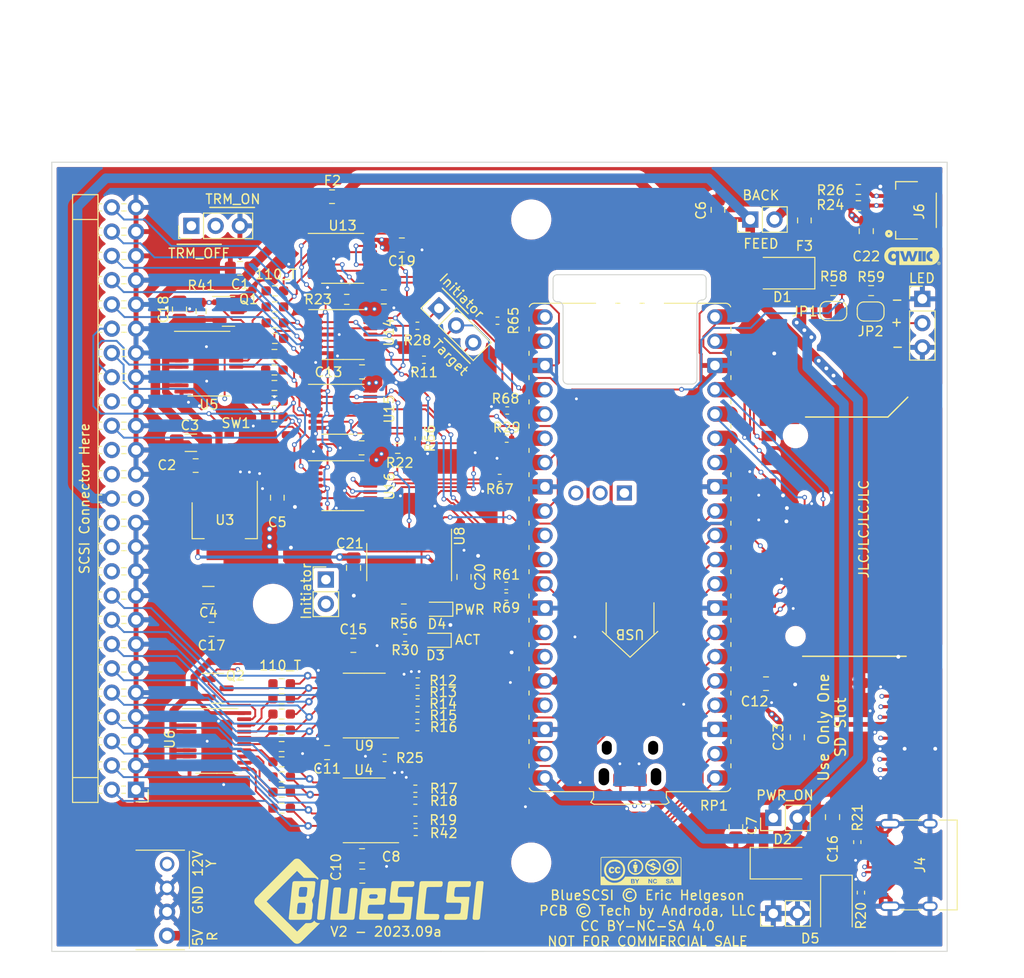
<source format=kicad_pcb>
(kicad_pcb (version 20211014) (generator pcbnew)
  (layers (0 "F.Cu" signal) (1 "In1.Cu" signal) (2 "In2.Cu" signal) (31 "B.Cu" signal) (34 "B.Paste" user) (35 "F.Paste" user) (36 "B.SilkS" user "B.Silkscreen") (37 "F.SilkS" user "F.Silkscreen") (38 "B.Mask" user) (39 "F.Mask" user) (44 "Edge.Cuts" user))
  (net 0 "")
  (net 1 "GND")
  (net 2 "+2V8")
  (net 3 "+5V")
  (net 4 "iATN")
  (net 5 "oIO")
  (net 6 "oREQ")
  (net 7 "oSEL")
  (net 8 "oBSY")
  (net 9 "SD_CLK")
  (net 10 "oCD_iSEL")
  (net 11 "ATN")
  (net 12 "BSY")
  (net 13 "DBP")
  (net 14 "ACK")
  (net 15 "RST")
  (net 16 "MSG")
  (net 17 "SEL")
  (net 18 "CD")
  (net 19 "REQ")
  (net 20 "IO")
  (net 21 "DB7")
  (net 22 "DB6")
  (net 23 "DB5")
  (net 24 "DB4")
  (net 25 "DB3")
  (net 26 "DB2")
  (net 27 "DB1")
  (net 28 "DB0")
  (net 29 "+3V3")
  (net 30 "Net-(D3-Pad2)")
  (net 31 "+5VP")
  (net 32 "oMSG_iBSY")
  (net 33 "+5F")
  (net 34 "SD_CMD_MOSI")
  (net 35 "DB4T")
  (net 36 "DB5T")
  (net 37 "DB6T")
  (net 38 "DB7T")
  (net 39 "DBPT")
  (net 40 "DB0T")
  (net 41 "DB1T")
  (net 42 "DB3T")
  (net 43 "DB2T")
  (net 44 "SD_D0_MISO")
  (net 46 "DBPTr")
  (net 47 "Net-(D2-Pad2)")
  (net 51 "SD_D1")
  (net 52 "SD_D2")
  (net 58 "SD_D3_CS")
  (net 59 "iRST")
  (net 61 "iACK")
  (net 65 "Net-(J5-Pad2)")
  (net 66 "SCL")
  (net 67 "iSEL")
  (net 68 "TRM_ON_J")
  (net 69 "Net-(R12-Pad1)")
  (net 70 "Net-(R13-Pad1)")
  (net 71 "Net-(R14-Pad1)")
  (net 72 "Net-(R15-Pad1)")
  (net 73 "Net-(R16-Pad1)")
  (net 74 "Net-(R17-Pad1)")
  (net 75 "Net-(R18-Pad1)")
  (net 76 "Net-(R19-Pad1)")
  (net 77 "Net-(R42-Pad1)")
  (net 80 "Net-(JP1-Pad1)")
  (net 81 "Net-(JP1-Pad2)")
  (net 82 "Net-(D4-Pad2)")
  (net 83 "Net-(R56-Pad1)")
  (net 85 "Net-(U8-Pad11)")
  (net 86 "Net-(F3-Pad2)")
  (net 87 "Net-(C7-Pad1)")
  (net 88 "iBSY")
  (net 89 "Net-(R30-Pad1)")
  (net 90 "iCD")
  (net 91 "iMSG")
  (net 92 "iIO")
  (net 93 "oACK")
  (net 94 "iREQ")
  (net 95 "SDA")
  (net 110 "Net-(J10-Pad1)")
  (net 111 "Net-(J10-Pad3)")
  (net 112 "!oBSY")
  (net 113 "Net-(R1-Pad1)")
  (net 114 "Net-(R2-Pad1)")
  (net 115 "Net-(Q1-Pad3)")
  (net 116 "Net-(R3-Pad1)")
  (net 117 "Net-(R4-Pad1)")
  (net 118 "Net-(R5-Pad1)")
  (net 119 "Net-(R7-Pad1)")
  (net 120 "Net-(R8-Pad1)")
  (net 121 "Net-(R9-Pad1)")
  (net 122 "Net-(R10-Pad1)")
  (net 123 "Net-(Q2-Pad3)")
  (net 124 "Net-(R33-Pad1)")
  (net 125 "Net-(R34-Pad1)")
  (net 126 "Net-(R36-Pad1)")
  (net 127 "Net-(R37-Pad1)")
  (net 128 "Net-(R38-Pad1)")
  (net 129 "Net-(R39-Pad1)")
  (net 130 "Net-(R40-Pad1)")
  (net 131 "Net-(R61-Pad1)")
  (net 132 "USB_DM")
  (net 133 "USB_DP")
  (net 134 "Net-(J4-PadA5)")
  (net 136 "Net-(J4-PadB5)")
  (net 139 "Net-(D5-Pad2)")
  (net 140 "ACKDr")
  (footprint "CustomFootprints:BergFloppy_RightAngle" (layer "F.Cu") (at 117.1895 141.0208 -90)
    (fp_text reference "J3" hide)
    (fp_text value "BergFloppy")
  )
  (footprint "Capacitor_SMD:C_1206_3216Metric_Pad1.42x1.75mm_HandSolder" (layer "F.Cu") (at 114.554 93.1672 180)
    (fp_text reference "C3")
    (fp_text value "20uF")
  )
  (footprint "Capacitor_SMD:C_1206_3216Metric_Pad1.42x1.75mm_HandSolder" (layer "F.Cu") (at 116.3828 109.1184 180)
    (fp_text reference "C4")
    (fp_text value "20uF")
  )
  (footprint "Package_TO_SOT_SMD:SOT-223-3_TabPin2" (layer "F.Cu") (at 118.09322 101.29692 -90)
    (fp_text reference "U3")
    (fp_text value "AMS1117-2.85")
  )
  (footprint "Capacitor_SMD:C_0805_2012Metric_Pad1.15x1.40mm_HandSolder" (layer "F.Cu") (at 171.577 133.4022 -90)
    (fp_text reference "C7")
    (fp_text value "4.7uF")
  )
  (footprint "Capacitor_SMD:C_0805_2012Metric_Pad1.15x1.40mm_HandSolder" (layer "F.Cu") (at 119.7031 74.9046 180)
    (fp_text reference "C1")
    (fp_text value "0.1uF")
  )
  (footprint "Capacitor_SMD:C_0805_2012Metric_Pad1.15x1.40mm_HandSolder" (layer "F.Cu") (at 115.053 95.5548 180)
    (fp_text reference "C2")
    (fp_text value "0.1uF")
  )
  (footprint "Capacitor_SMD:C_0805_2012Metric_Pad1.15x1.40mm_HandSolder" (layer "F.Cu") (at 123.5964 98.9166 90)
    (fp_text reference "C5")
    (fp_text value "0.1uF")
  )
  (footprint "Capacitor_SMD:C_0805_2012Metric_Pad1.15x1.40mm_HandSolder" (layer "F.Cu") (at 169.6974 68.7832 90)
    (fp_text reference "C6")
    (fp_text value "4.7uF")
  )
  (footprint "Capacitor_SMD:C_0805_2012Metric_Pad1.15x1.40mm_HandSolder" (layer "F.Cu") (at 174.7266 118.3894)
    (fp_text reference "C12")
    (fp_text value "4.7uF")
  )
  (footprint "CustomFootprints:SOFNG_SD-001" (layer "F.Cu") (at 167.39108 107.74578 90)
    (fp_text reference "SD1" hide)
    (fp_text value "SOFNG_SD-001")
  )
  (footprint "Diode_SMD:D_SMA" (layer "F.Cu") (at 176.435 75.4126 180)
    (fp_text reference "D1")
    (fp_text value "D")
  )
  (footprint "Diode_SMD:D_SMA" (layer "F.Cu") (at 176.4726 137.1778)
    (fp_text reference "D2")
    (fp_text value "D")
  )
  (footprint "Connector_PinHeader_2.54mm:PinHeader_1x03_P2.54mm_Vertical" (layer "F.Cu") (at 114.6048 70.4596 90)
    (fp_text reference "J1" hide)
    (fp_text value "Conn_01x03_Male")
  )
  (footprint "Resistor_SMD:R_0402_1005Metric_Pad0.72x0.64mm_HandSolder" (layer "F.Cu") (at 138.0744 133.9088 180)
    (fp_text reference "R42")
    (fp_text value "1k")
  )
  (footprint "Resistor_SMD:R_0603_1608Metric_Pad0.98x0.95mm_HandSolder" (layer "F.Cu") (at 136.8317 110.5662)
    (fp_text reference "R56")
    (fp_text value "4.7k")
  )
  (footprint "Jumper:SolderJumper-2_P1.3mm_Open_RoundedPad1.0x1.5mm" (layer "F.Cu") (at 185.6721 79.4258)
    (fp_text reference "JP2")
    (fp_text value "SolderJumper_2_Open")
  )
  (footprint "Resistor_SMD:R_0402_1005Metric" (layer "F.Cu") (at 138.4046 92.71 -90)
    (fp_text reference "R66")
    (fp_text value "1k")
  )
  (footprint "Resistor_SMD:R_0402_1005Metric_Pad0.72x0.64mm_HandSolder" (layer "F.Cu") (at 136.9689 113.5888)
    (fp_text reference "R30")
    (fp_text value "470")
  )
  (footprint "Package_TO_SOT_SMD:SOT-23" (layer "F.Cu") (at 118.4887 79.4106)
    (fp_text reference "Q1")
    (fp_text value "AO3401A")
  )
  (footprint "Resistor_SMD:R_0603_1608Metric_Pad0.98x0.95mm_HandSolder" (layer "F.Cu") (at 124.0479 126.5682)
    (fp_text reference "R39" hide)
    (fp_text value "110")
  )
  (footprint "Capacitor_SMD:C_0805_2012Metric" (layer "F.Cu") (at 116.713 112.6998 180)
    (fp_text reference "C17")
    (fp_text value "0.1uF")
  )
  (footprint "Resistor_SMD:R_0402_1005Metric_Pad0.72x0.64mm_HandSolder" (layer "F.Cu") (at 138.2522 122.936 180)
    (fp_text reference "R16")
    (fp_text value "1k")
  )
  (footprint "Resistor_SMD:R_0603_1608Metric_Pad0.98x0.95mm_HandSolder" (layer "F.Cu") (at 123.2916 87.1728)
    (fp_text reference "R4" hide)
    (fp_text value "110")
  )
  (footprint "Library:cc_by_nc_sa_front_silk_screen" (layer "F.Cu") (at 161.6456 137.9982)
    (fp_text reference "G***" hide)
    (fp_text value "LOGO" hide)
  )
  (footprint "Resistor_SMD:R_0603_1608Metric" (layer "F.Cu") (at 184.3918 68.3514 180)
    (fp_text reference "R24")
    (fp_text value "4.7k")
  )
  (footprint "Resistor_SMD:R_0402_1005Metric" (layer "F.Cu") (at 146.8628 96.8502 180)
    (fp_text reference "R67")
    (fp_text value "1k")
  )
  (footprint "Connector_PinHeader_2.54mm:PinHeader_2x25_P2.54mm_Horizontal" (layer "F.Cu") (at 108.8136 129.4842 180)
    (fp_text reference "J2" hide)
    (fp_text value "Conn_02x25_Odd_Even")
  )
  (footprint "Capacitor_SMD:C_0805_2012Metric_Pad1.18x1.45mm_HandSolder" (layer "F.Cu") (at 181.6862 132.3555 90)
    (fp_text reference "C16")
    (fp_text value "4.7uF")
  )
  (footprint "Resistor_SMD:R_0603_1608Metric_Pad0.98x0.95mm_HandSolder" (layer "F.Cu") (at 124.0479 121.5644)
    (fp_text reference "R33" hide)
    (fp_text value "110")
  )
  (footprint "Diode_SMD:D_SMA" (layer "F.Cu") (at 182.0926 141.8402 -90)
    (fp_text reference "D5")
    (fp_text value "D")
  )
  (footprint "Package_SO:TSSOP-20_4.4x6.5mm_P0.65mm" (layer "F.Cu") (at 116.4355 84.8868)
    (fp_text reference "U5")
    (fp_text value "LVT245")
  )
  (footprint "Resistor_SMD:R_0603_1608Metric_Pad0.98x0.95mm_HandSolder" (layer "F.Cu") (at 124.0517 131.4196)
    (fp_text reference "R36" hide)
    (fp_text value "110")
  )
  (footprint "Resistor_SMD:R_0603_1608Metric_Pad0.98x0.95mm_HandSolder" (layer "F.Cu") (at 123.2916 85.5472)
    (fp_text reference "R5" hide)
    (fp_text value "110")
  )
  (footprint "Package_SO:TSSOP-14_4.4x5mm_P0.65mm" (layer "F.Cu") (at 130.4798 81.8388)
    (fp_text reference "U14")
    (fp_text value "LVT125")
  )
  (footprint "Resistor_SMD:R_0603_1608Metric_Pad0.98x0.95mm_HandSolder" (layer "F.Cu") (at 124.0517 118.3894)
    (fp_text reference "R35" hide)
    (fp_text value "110")
  )
  (footprint "Resistor_SMD:R_0603_1608Metric_Pad0.98x0.95mm_HandSolder" (layer "F.Cu") (at 124.0517 123.2408)
    (fp_text reference "R1" hide)
    (fp_text value "110")
  )
  (footprint "Capacitor_SMD:C_0805_2012Metric_Pad1.18x1.45mm_HandSolder" (layer "F.Cu") (at 132.4571 136.398)
    (fp_text reference "C8")
    (fp_text value "0.1uF")
  )
  (footprint "Resistor_SMD:R_0603_1608Metric_Pad0.98x0.95mm_HandSolder" (layer "F.Cu") (at 124.0517 128.143)
    (fp_text reference "R38" hide)
    (fp_text value "110")
  )
  (footprint "Connector_PinHeader_2.54mm:PinHeader_1x03_P2.54mm_Vertical" (layer "F.Cu") (at 191.0842 78.105)
    (fp_text reference "J5" hide)
    (fp_text value "Conn_01x03_Male")
  )
  (footprint "Connector_PinHeader_2.54mm:PinHeader_1x02_P2.54mm_Vertical" (layer "F.Cu") (at 128.6764 107.4928)
    (fp_text reference "J11" hide)
    (fp_text value "Conn_01x02_Male")
  )
  (footprint "Resistor_SMD:R_0402_1005Metric_Pad0.72x0.64mm_HandSolder" (layer "F.Cu") (at 138.0369 129.3876 180)
    (fp_text reference "R17")
    (fp_text value "1k")
  )
  (footprint "Connector_USB:USB_C_Receptacle_HRO_TYPE-C-31-M-12" (layer "F.Cu") (at 190.8302 137.3632 90)
    (fp_text reference "J4")
    (fp_text value "USB_C_Receptacle")
  )
  (footprint "Resistor_SMD:R_0603_1608Metric_Pad0.98x0.95mm_HandSolder" (layer "F.Cu") (at 123.3443 82.2452)
    (fp_text reference "R9" hide)
    (fp_text value "110")
  )
  (footprint "Resistor_SMD:R_0402_1005Metric_Pad0.72x0.64mm_HandSolder" (layer "F.Cu") (at 138.2776 119.253 180)
    (fp_text reference "R13")
    (fp_text value "1k")
  )
  (footprint "Fuse:Fuse_0805_2012Metric_Pad1.15x1.40mm_HandSolder" (layer "F.Cu") (at 178.7398 69.8918 90)
    (fp_text reference "F3")
    (fp_text value "Polyfuse")
  )
  (footprint "Resistor_SMD:R_0603_1608Metric_Pad0.98x0.95mm_HandSolder" (layer "F.Cu") (at 124.046 124.968)
    (fp_text reference "R40" hide)
    (fp_text value "110")
  )
  (footprint "Resistor_SMD:R_0603_1608Metric_Pad0.98x0.95mm_HandSolder" (layer "F.Cu") (at 185.7248 77.2414)
    (fp_text reference "R59")
    (fp_text value "330")
  )
  (footprint "Package_SO:TSSOP-20_4.4x6.5mm_P0.65mm" (layer "F.Cu") (at 132.6896 131.6482 180)
    (fp_text reference "U4")
    (fp_text value "LVT245")
  )
  (footprint "Resistor_SMD:R_0402_1005Metric_Pad0.72x0.64mm_HandSolder" (layer "F.Cu") (at 138.0369 130.6322 180)
    (fp_text reference "R18")
    (fp_text value "1k")
  )
  (footprint "Package_SO:TSSOP-20_4.4x6.5mm_P0.65mm" (layer "F.Cu") (at 117.2718 124.3838)
    (fp_text reference "U6")
    (fp_text value "LVT245")
  )
  (footprint "Package_SO:TSSOP-14_4.4x5mm_P0.65mm" (layer "F.Cu") (at 130.427 73.8632)
    (fp_text reference "U13")
    (fp_text value "LVT125")
  )
  (footprint "Capacitor_SMD:C_0805_2012Metric_Pad1.18x1.45mm_HandSolder" (layer "F.Cu") (at 131.5505 114.3762)
    (fp_text reference "C15")
    (fp_text value "4.7uF")
  )
  (footprint "Capacitor_SMD:C_0805_2012Metric_Pad1.18x1.45mm_HandSolder" (layer "F.Cu") (at 136.6266 72.4662 180)
    (fp_text reference "C19")
    (fp_text value "0.1uF")
  )
  (footprint "Resistor_SMD:R_0402_1005Metric" (layer "F.Cu") (at 138.94 84.4804)
    (fp_text reference "R11")
    (fp_text value "1k")
  )
  (footprint "Connector_PinHeader_2.54mm:PinHeader_1x02_P2.54mm_Vertical" (layer "F.Cu") (at 175.4886 142.4356 90)
    (fp_text reference "J9" hide)
    (fp_text value "Conn_01x02_Male")
  )
  (footprint "Capacitor_SMD:C_0805_2012Metric_Pad1.18x1.45mm_HandSolder" (layer "F.Cu") (at 134.7411 77.9018 180)
    (fp_text reference "C14" hide)
    (fp_text value "0.1uF")
  )
  (footprint "Resistor_SMD:R_0402_1005Metric" (layer "F.Cu") (at 147.5506 109.2708 180)
    (fp_text reference "R69")
    (fp_text value "1k")
  )
  (footprint "Package_SO:TSSOP-14_4.4x5mm_P0.65mm" (layer "F.Cu") (at 130.4544 97.663)
    (fp_text reference "U16")
    (fp_text value "LVT125")
  )
  (footprint "Capacitor_SMD:C_0805_2012Metric_Pad1.18x1.45mm_HandSolder" (layer "F.Cu") (at 143.129 107.2134 -90)
    (fp_text reference "C20")
    (fp_text value "0.1uF")
  )
  (footprint "MountingHole:MountingHole_3.2mm_M3" (layer "F.Cu") (at 150.1648 137.1092)
    (fp_text reference "H3" hide)
    (fp_text value "MountingHole")
  )
  (footprint "Package_TO_SOT_SMD:SOT-23" (layer "F.Cu") (at 117.348 118.872)
    (fp_text reference "Q2")
    (fp_text value "AO3401A")
  )
  (footprint "Resistor_SMD:R_0603_1608Metric_Pad0.98x0.95mm_HandSolder" (layer "F.Cu") (at 123.2935 88.7984)
    (fp_text reference "R3" hide)
    (fp_text value "110")
  )
  (footprint "Resistor_SMD:R_0402_1005Metric_Pad0.72x0.64mm_HandSolder" (layer "F.Cu") (at 138.2522 121.7422 180)
    (fp_text reference "R15")
    (fp_text value "1k")
  )
  (footprint "MountingHole:MountingHole_3.2mm_M3" (layer "F.Cu") (at 123.2408 110.0836)
    (fp_text reference "H1" hide)
    (fp_text value "MountingHole" hide)
  )
  (footprint "Jumper:SolderJumper-2_P1.3mm_Open_RoundedPad1.0x1.5mm" (layer "F.Cu") (at 181.7709 79.375 180)
    (fp_text reference "JP1")
    (fp_text value "SolderJumper_2_Open")
  )
  (footprint "Capacitor_SMD:C_0805_2012Metric_Pad1.18x1.45mm_HandSolder" (layer "F.Cu") (at 185.2168 71.0145 90)
    (fp_text reference "C22")
    (fp_text value "0.1uF")
  )
  (footprint "Library:TF-06_MicroSD" (layer "F.Cu") (at 191.4906 123.5456 -90)
    (fp_text reference "SD2" hide)
    (fp_text value "MicroSD-TF-06")
  )
  (footprint "Resistor_SMD:R_0603_1608Metric" (layer "F.Cu") (at 136.1948 93.7514 180)
    (fp_text reference "R22")
    (fp_text value "4.7k")
  )
  (footprint "Resistor_SMD:R_0603_1608Metric_Pad0.98x0.95mm_HandSolder" (layer "F.Cu") (at 123.3424 78.9432)
    (fp_text reference "R7" hide)
    (fp_text value "110")
  )
  (footprint "Connector_PinHeader_2.54mm:PinHeader_1x02_P2.54mm_Vertical" (layer "F.Cu") (at 175.4886 132.4356 90)
    (fp_text reference "J8" hide)
    (fp_text value "EPWR")
  )
  (footprint "Resistor_SMD:R_0603_1608Metric_Pad0.98x0.95mm_HandSolder" (layer "F.Cu") (at 123.3443 80.6196)
    (fp_text reference "R8" hide)
    (fp_text value "110")
  )
  (footprint "Resistor_SMD:R_0603_1608Metric_Pad0.98x0.95mm_HandSolder" (layer "F.Cu") (at 123.2897 90.4494)
    (fp_text reference "R2" hide)
    (fp_text value "110")
  )
  (footprint "Capacitor_SMD:C_0805_2012Metric" (layer "F.Cu") (at 113.3621 79.2124 90)
    (fp_text reference "C18")
    (fp_text value "0.1uF")
  )
  (footprint "Resistor_SMD:R_0402_1005Metric" (layer "F.Cu") (at 184.277 134.9736 -90)
    (fp_text reference "R21")
    (fp_text value "5.1k")
  )
  (footprint "Resistor_SMD:R_0402_1005Metric_Pad0.72x0.64mm_HandSolder" (layer "F.Cu") (at 138.2776 118.1608 180)
    (fp_text reference "R12")
    (fp_text value "1k")
  )
  (footprint "Resistor_SMD:R_0402_1005Metric" (layer "F.Cu") (at 134.8212 126.1618 180)
    (fp_text reference "R25")
    (fp_text value "1k")
  )
  (footprint "Resistor_SMD:R_0402_1005Metric_Pad0.72x0.64mm_HandSolder" (layer "F.Cu") (at 138.049 132.6388 180)
    (fp_text reference "R19")
    (fp_text value "1k")
  )
  (footprint "Capacitor_SMD:C_0805_2012Metric_Pad1.18x1.45mm_HandSolder" (layer "F.Cu") (at 132.4864 138.5316)
    (fp_text reference "C10")
    (fp_text value "4.7uF")
  )
  (footprint "Package_SO:TSSOP-14_4.4x5mm_P0.65mm" (layer "F.Cu") (at 130.4544 89.662)
    (fp_text reference "U15")
    (fp_text value "LVT125")
  )
  (footprint "LED_SMD:LED_0603_1608Metric_Pad1.05x0.95mm_HandSolder" (layer "F.Cu") (at 140.2956 110.5916 180)
    (fp_text reference "D4")
    (fp_text value "LED")
  )
  (footprint "Capacitor_SMD:C_0805_2012Metric_Pad1.18x1.45mm_HandSolder" (layer "F.Cu") (at 132.4102 93.7006)
    (fp_text reference "C9" hide)
    (fp_text value "0.1uF")
  )
  (footprint "Resistor_SMD:R_0402_1005Metric" (layer "F.Cu") (at 147.6502 89.789)
    (fp_text reference "R68")
    (fp_text value "1k")
  )
  (footprint "Resistor_SMD:R_0603_1608Metric_Pad0.98x0.95mm_HandSolder" (layer "F.Cu") (at 123.2935 83.9216)
    (fp_text reference "R10" hide)
    (fp_text value "110")
  )
  (footprint "Resistor_SMD:R_0603_1608Metric_Pad0.98x0.95mm_HandSolder" (layer "F.Cu") (at 124.0498 119.9642)
    (fp_text reference "R34" hide)
    (fp_text value "110")
  )
  (footprint "LED_SMD:LED_0603_1608Metric_Pad1.05x0.95mm_HandSolder" (layer "F.Cu") (at 140.1318 113.8428 180)
    (fp_text reference "D3")
    (fp_text value "LED")
  )
  (footprint "Resistor_SMD:R_0402_1005Metric" (layer "F.Cu") (at 146.6322 80.391)
    (fp_text reference "R65")
    (fp_text value "1k")
  )
  (footprint "Connector_PinHeader_2.54mm:PinHeader_1x02_P2.54mm_Vertical" (layer "F.Cu") (at 173.0756 69.7992 90)
    (fp_text reference "J7" hide)
    (fp_text value "TERM_BCKF")
  )
  (footprint "Resistor_SMD:R_0603_1608Metric_Pad0.98x0.95mm_HandSolder" (layer "F.Cu") (at 124.0517 129.7432)
    (fp_text reference "R37" hide)
    (fp_text value "110")
  )
  (footprint "Library:TS-1187A-B-A-B" (layer "F.Cu") (at 121.5136 93.98 180)
    (fp_text reference "SW1")
    (fp_text value "SW_MEC_5E" hide)
  )
  (footprint "Fuse:Fuse_0805_2012Metric_Pad1.15x1.40mm_HandSolder" (layer "F.Cu") (at 129.3204 67.4116 180)
    (fp_text reference "F2")
    (fp_text value "Polyfuse")
  )
  (footprint "Connector_PinHeader_2.54mm:PinHeader_1x03_P2.54mm_Vertical" (layer "F.Cu") (at 140.505355 79.088155 45)
    (fp_text reference "J10" hide)
    (fp_text value "Conn_01x03_Male")
  )
  (footprint "Resistor_SMD:R_0603_1608Metric_Pad0.98x0.95mm_HandSolder" (layer "F.Cu") (at 115.6208 79.3985 -90)
    (fp_text reference "R41")
    (fp_text value "4.7k")
  )
  (footprint "Package_SO:SO-14_3.9x8.65mm_P1.27mm" (layer "F.Cu") (at 137.3886 105.664 -90)
    (fp_text reference "U8")
    (fp_text value "74HC14")
  )
  (footprint "Resistor_SMD:R_0603_1608Metric" (layer "F.Cu") (at 130.8608 78.1558)
    (fp_text reference "R23")
    (fp_text value "4.7k")
  )
  (footprint "Library:JST_SM04B-SRSS-TB(LF)(SN)" (layer "F.Cu") (at 187.9666 68.834 90)
    (fp_text reference "J6")
    (fp_text value "SM04B-SRSS-TB(LF)(SN)")
  )
  (footprint "Resistor_SMD:R_0603_1608Metric" (layer "F.Cu") (at 184.3918 66.6496)
    (fp_text reference "R26")
    (fp_text value "4.7k")
  )
  (footprint "Resistor_SMD:R_0402_1005Metric" (layer "F.Cu") (at 147.5994 92.7354)
    (fp_text reference "R29")
    (fp_text value "1k")
  )
  (footprint "Resistor_SMD:R_0402_1005Metric_Pad0.72x0.64mm_HandSolder" (layer "F.Cu") (at 138.2776 120.3706 180)
    (fp_text reference "R14")
    (fp_text value "1k")
  )
  (footprint "Library:Raspberry_Pi_PicoW_SMT_THT" (layer "F.Cu") (at 160.5026 104.2162 180)
    (fp_text reference "RP1")
    (fp_text value "PicoWModule")
    (fp_line (start -6.49 17.19) (end 6.51 17.19) (layer "Edge.Cuts") (width 0.1))
    (fp_line (start -7 25.39) (end -6.99 17.69) (layer "Edge.Cuts") (width 0.1))
    (fp_line (start 7.01 17.69) (end 7.01 25.3) (layer "Edge.Cuts") (width 0.1))
    (fp_arc (start -7 25.39) (mid -7.116269 25.807922) (end -7.51 25.99) (layer "Edge.Cuts") (width 0.1))
    (fp_arc (start -6.99 17.69) (mid -6.843553 17.336447) (end -6.49 17.19) (layer "Edge.Cuts") (width 0.1))
    (fp_arc (start 6.51 17.19) (mid 6.863553 17.336447) (end 7.01 17.69) (layer "Edge.Cuts") (width 0.1))
    (fp_arc (start 7.61 25.81) (mid 7.192078 25.693732) (end 7.01 25.3) (layer "Edge.Cuts") (width 0.1))
  )
  (footprint "Package_SO:TSSOP-20_4.4x6.5mm_P0.65mm" (layer "F.Cu") (at 132.6896 120.6754 180)
    (fp_text reference "U9")
    (fp_text value "LVT245")
  )
  (footprint "Capacitor_SMD:C_0805_2012Metric_Pad1.18x1.45mm_HandSolder" (layer "F.Cu") (at 178.0032 124.0028 -90)
    (fp_text reference "C23")
    (fp_text value "4.7uF")
  )
  (footprint "LOGO" (layer "F.Cu") (at 189.997541 73.581745)
    (fp_text reference "G***" hide)
    (fp_text value "LOGO" hide)
  )
  (footprint "Resistor_SMD:R_0603_1608Metric_Pad0.98x0.95mm_HandSolder" (layer "F.Cu") (at 181.7586 77.2414 180)
    (fp_text reference "R58")
    (fp_text value "150")
  )
  (footprint "Resistor_SMD:R_0402_1005Metric" (layer "F.Cu") (at 184.658 140.2588 90)
    (fp_text reference "R20")
    (fp_text value "5.1k")
  )
  (footprint "Resistor_SMD:R_0603_1608Metric_Pad0.98x0.95mm_HandSolder" (layer "F.Cu") (at 123.3424 77.2668)
    (fp_text reference "R6" hide)
    (fp_text value "110")
  )
  (footprint "Resistor_SMD:R_0402_1005Metric" (layer "F.Cu") (at 138.2542 80.9244)
    (fp_text reference "R28")
    (fp_text value "1k")
  )
  (footprint "Resistor_SMD:R_0402_1005Metric" (layer "F.Cu") (at 147.5506 108.1532)
    (fp_text reference "R61")
    (fp_text value "1k")
  )
  (footprint "Capacitor_SMD:C_0805_2012Metric_Pad1.18x1.45mm_HandSolder" (layer "F.Cu") (at 128.8073 125.603 180)
    (fp_text reference "C11")
    (fp_text value "0.1uF")
  )
  (footprint "Capacitor_SMD:C_0805_2012Metric_Pad1.18x1.45mm_HandSolder" (layer "F.Cu") (at 131.572 106.2697 -90)
    (fp_text reference "C21")
    (fp_text value "4.7uF")
  )
  (footprint "Capacitor_SMD:C_0805_2012Metric_Pad1.18x1.45mm_HandSolder" (layer "F.Cu") (at 132.461 85.7504)
    (fp_text reference "C13")
    (fp_text value "0.1uF")
  )
  (footprint "MountingHole:MountingHole_3.2mm_M3" (layer "F.Cu") (at 150.1648 69.7992)
    (fp_text reference "H2" hide)
    (fp_text value "MountingHole")
  )
  (gr_poly (pts (xy 128.588206 138.874499) (xy 128.838678 138.875911) (xy 128.873956 138.894255) (xy 128.877722 138.896244) (xy 128.881593 138.898486) (xy 128.885543 138.900956) (xy 128.889545 138.903626) (xy 128.893571 138.90647) (xy 128.897595 138.909461) (xy 128.901591 138.912571) (xy 128.90553 138.915775) (xy 128.909387 138.919045) (xy 128.913134 138.922354) (xy 128.916745 138.925675) (xy 128.920193 138.928982) (xy 128.92345 138.932248) (xy 128.92649 138.935445) (xy 128.929287 138.938547) (xy 128.931812 138.941528) (xy 128.947549 138.958811) (xy 128.957697 138.984545) (xy 128.959841 139.048609) (xy 128.951568 139.180887) (xy 128.894109 139.769607) (xy 128.766007 140.989755) (xy 128.657594 142.017155) (xy 128.620825 142.360537) (xy 128.593498 142.61024) (xy 128.573977 142.781164) (xy 128.560624 142.888207) (xy 128.555748 142.92243) (xy 128.551801 142.946269) (xy 128.548578 142.961589) (xy 128.545873 142.97025) (xy 128.541508 142.97941) (xy 128.536389 142.9886) (xy 128.530571 142.997764) (xy 128.524111 143.006851) (xy 128.517063 143.015804) (xy 128.509484 143.024572) (xy 128.50143 143.0331) (xy 128.492956 143.041335) (xy 128.484118 143.049222) (xy 128.474973 143.056708) (xy 128.465575 143.063739) (xy 128.455981 143.070262) (xy 128.446246 143.076223) (xy 128.436427 143.081568) (xy 128.426578 143.086243) (xy 128.416757 143.090194) (xy 128.402928 143.095115) (xy 128.388678 143.098871) (xy 128.371203 143.101617) (xy 128.3477 143.103512) (xy 128.315367 143.104712) (xy 128.271401 143.105375) (xy 128.137356 143.105717) (xy 128.051356 143.105553) (xy 128.015875 143.105275) (xy 127.984868 143.104802) (xy 127.957929 143.104085) (xy 127.934653 143.103075) (xy 127.924261 143.102445) (xy 127.914634 143.101724) (xy 127.905719 143.100906) (xy 127.897468 143.099984) (xy 127.889828 143.098952) (xy 127.882749 143.097805) (xy 127.876181 143.096537) (xy 127.870072 143.09514) (xy 127.864373 143.09361) (xy 127.859033 143.091939) (xy 127.854 143.090123) (xy 127.849225 143.088155) (xy 127.844657 143.086028) (xy 127.840244 143.083738) (xy 127.835937 143.081277) (xy 127.831685 143.078639) (xy 127.823143 143.072812) (xy 127.814212 143.066206) (xy 127.808088 143.061301) (xy 127.802166 143.055877) (xy 127.796465 143.049976) (xy 127.791006 143.043639) (xy 127.785806 143.03691) (xy 127.780887 143.02983) (xy 127.776267 143.022442) (xy 127.771967 143.014788) (xy 127.768005 143.006912) (xy 127.764403 142.998854) (xy 127.761178 142.990658) (xy 127.758352 142.982366) (xy 127.755943 142.97402) (xy 127.753971 142.965663) (xy 127.752456 142.957336) (xy 127.751417 142.949083) (xy 127.947474 141.008894) (xy 128.157818 139.043833) (xy 128.161314 139.030398) (xy 128.165948 139.017119) (xy 128.171665 139.00405) (xy 128.178411 138.991247) (xy 128.186133 138.978768) (xy 128.194776 138.966666) (xy 128.204288 138.954998) (xy 128.214615 138.943821) (xy 128.225702 138.933189) (xy 128.237495 138.923159) (xy 128.249942 138.913786) (xy 128.262989 138.905126) (xy 128.276581 138.897235) (xy 128.290665 138.890168) (xy 128.305188 138.883983) (xy 128.320095 138.878733) (xy 128.328808 138.877712) (xy 128.346807 138.876782) (xy 128.406261 138.875294) (xy 128.48966 138.874467)) (layer "F.SilkS") (width 0.004) (fill solid))
  (gr_poly (pts (xy 143.754122 139.072761) (xy 143.761872 139.07655) (xy 143.769254 139.080517) (xy 143.776284 139.084673) (xy 143.782973 139.089033) (xy 143.789336 139.093607) (xy 143.795385 139.098409) (xy 143.801135 139.103451) (xy 143.806598 139.108744) (xy 143.811789 139.114303) (xy 143.81672 139.120138) (xy 143.821405 139.126263) (xy 143.825858 139.132689) (xy 143.830092 139.13943) (xy 143.83412 139.146497) (xy 143.837955 139.153904) (xy 143.841612 139.161661) (xy 143.844837 139.169065) (xy 143.847634 139.176573) (xy 143.850005 139.184356) (xy 143.851953 139.192584) (xy 143.853479 139.201429) (xy 143.854585 139.21106) (xy 143.855274 139.221648) (xy 143.855547 139.233363) (xy 143.855407 139.246377) (xy 143.854855 139.260859) (xy 143.852526 139.294912) (xy 143.848577 139.336885) (xy 143.843023 139.388144) (xy 143.8403 139.411178) (xy 143.837645 139.431987) (xy 143.834991 139.450759) (xy 143.832274 139.467685) (xy 143.82943 139.482953) (xy 143.826392 139.496752) (xy 143.823095 139.509271) (xy 143.82133 139.51511) (xy 143.819475 139.520701) (xy 143.817524 139.526065) (xy 143.815467 139.531229) (xy 143.813296 139.536214) (xy 143.811005 139.541045) (xy 143.808583 139.545745) (xy 143.806024 139.550338) (xy 143.803318 139.554847) (xy 143.800459 139.559297) (xy 143.794245 139.568111) (xy 143.787317 139.57697) (xy 143.77961 139.586063) (xy 143.771058 139.595578) (xy 143.767978 139.598799) (xy 143.764579 139.6021) (xy 143.760888 139.605461) (xy 143.756934 139.608862) (xy 143.752745 139.612284) (xy 143.748348 139.615707) (xy 143.743771 139.619111) (xy 143.739042 139.622477) (xy 143.734189 139.625785) (xy 143.72924 139.629016) (xy 143.724223 139.632149) (xy 143.719165 139.635166) (xy 143.714095 139.638046) (xy 143.709041 139.64077) (xy 143.70403 139.643319) (xy 143.69909 139.645672) (xy 143.655345 139.666133) (xy 142.985067 139.669661) (xy 142.773036 139.670881) (xy 142.610672 139.672009) (xy 142.545942 139.672594) (xy 142.491021 139.673221) (xy 142.44504 139.673911) (xy 142.40713 139.674688) (xy 142.376422 139.675572) (xy 142.352046 139.676586) (xy 142.341961 139.677147) (xy 142.333133 139.67775) (xy 142.325454 139.678395) (xy 142.318815 139.679087) (xy 142.313106 139.679827) (xy 142.308221 139.680618) (xy 142.304049 139.681463) (xy 142.300482 139.682365) (xy 142.297412 139.683326) (xy 142.294731 139.68435) (xy 142.292328 139.685438) (xy 142.290096 139.686594) (xy 142.281009 139.691589) (xy 142.272267 139.696783) (xy 142.263868 139.702181) (xy 142.25581 139.707783) (xy 142.248091 139.713592) (xy 142.240709 139.719609) (xy 142.233662 139.725838) (xy 142.226948 139.732279) (xy 142.220565 139.738935) (xy 142.21451 139.745809) (xy 142.208782 139.752901) (xy 142.203378 139.760215) (xy 142.198298 139.767752) (xy 142.193537 139.775514) (xy 142.189095 139.783503) (xy 142.184969 139.791722) (xy 142.177853 139.806852) (xy 142.17196 139.823197) (xy 142.166663 139.844817) (xy 142.161333 139.875771) (xy 142.155341 139.920121) (xy 142.148059 139.981925) (xy 142.127113 140.174134) (xy 142.113222 140.312025) (xy 142.102771 140.42637) (xy 142.099083 140.471817) (xy 142.096553 140.507905) (xy 142.095279 140.533476) (xy 142.095145 140.541956) (xy 142.095362 140.547372) (xy 142.096416 140.55512) (xy 142.097974 140.562988) (xy 142.100008 140.57093) (xy 142.102495 140.578902) (xy 142.105407 140.586856) (xy 142.10872 140.594749) (xy 142.112406 140.602534) (xy 142.116441 140.610167) (xy 142.120798 140.6176) (xy 142.125452 140.62479) (xy 142.130377 140.631691) (xy 142.135546 140.638256) (xy 142.140935 140.644442) (xy 142.146517 140.650201) (xy 142.152266 140.655489) (xy 142.158158 140.660261) (xy 142.17602 140.673708) (xy 142.185204 140.679103) (xy 142.19628 140.683699) (xy 142.210538 140.687558) (xy 142.229272 140.690746) (xy 142.285333 140.695362) (xy 142.374798 140.698061) (xy 142.508002 140.699353) (xy 142.946969 140.699772) (xy 143.153308 140.699851) (xy 143.315908 140.700136) (xy 143.439912 140.700702) (xy 143.530462 140.701624) (xy 143.5648 140.702242) (xy 143.592702 140.702976) (xy 143.614813 140.703837) (xy 143.631775 140.704832) (xy 143.644231 140.705973) (xy 143.652823 140.707268) (xy 143.655872 140.707975) (xy 143.658195 140.708725) (xy 143.659874 140.709518) (xy 143.66099 140.710356) (xy 143.663608 140.713378) (xy 143.666163 140.717366) (xy 143.668639 140.722245) (xy 143.671022 140.727939) (xy 143.673297 140.734374) (xy 143.675451 140.741473) (xy 143.677468 140.749161) (xy 143.679334 140.757363) (xy 143.681035 140.766003) (xy 143.682556 140.775006) (xy 143.683883 140.784296) (xy 143.685001 140.793798) (xy 143.685896 140.803437) (xy 143.686553 140.813136) (xy 143.686957 140.822821) (xy 143.687095 140.832417) (xy 143.655257 141.163322) (xy 143.578441 141.902744) (xy 143.521135 142.446165) (xy 143.501322 142.628914) (xy 143.486188 142.762905) (xy 143.474824 142.85605) (xy 143.470272 142.889779) (xy 143.466322 142.916264) (xy 143.462859 142.936494) (xy 143.459771 142.951458) (xy 143.456942 142.962145) (xy 143.454261 142.969544) (xy 143.449896 142.978829) (xy 143.444777 142.988127) (xy 143.43896 142.997386) (xy 143.432499 143.006553) (xy 143.425452 143.015575) (xy 143.417873 143.0244) (xy 143.409819 143.032974) (xy 143.401345 143.041246) (xy 143.392507 143.049163) (xy 143.383362 143.056671) (xy 143.373964 143.063718) (xy 143.36437 143.070251) (xy 143.354635 143.076218) (xy 143.344815 143.081566) (xy 143.334967 143.086243) (xy 143.325145 143.090194) (xy 143.284224 143.105717) (xy 142.248468 143.105717) (xy 141.867646 143.105786) (xy 141.716168 143.105726) (xy 141.587913 143.105474) (xy 141.480833 143.104933) (xy 141.392879 143.104005) (xy 141.355435 143.103366) (xy 141.322004 143.102594) (xy 141.29233 143.101676) (xy 141.266158 143.100602) (xy 141.243231 143.099357) (xy 141.223293 143.097931) (xy 141.206088 143.096312) (xy 141.191361 143.094486) (xy 141.178854 143.092442) (xy 141.168313 143.090168) (xy 141.15948 143.087652) (xy 141.155625 143.086299) (xy 141.152101 143.084881) (xy 141.148876 143.083396) (xy 141.145918 143.081844) (xy 141.140676 143.078527) (xy 141.136119 143.07492) (xy 141.13199 143.07101) (xy 141.114641 143.052095) (xy 141.110654 143.048024) (xy 141.106889 143.043999) (xy 141.103337 143.040001) (xy 141.099989 143.03601) (xy 141.096835 143.032007) (xy 141.093866 143.027972) (xy 141.091073 143.023885) (xy 141.088447 143.019727) (xy 141.085977 143.015478) (xy 141.083655 143.011118) (xy 141.081472 143.006629) (xy 141.079417 143.001989) (xy 141.077483 142.99718) (xy 141.075659 142.992181) (xy 141.073937 142.986974) (xy 141.072307 142.981539) (xy 141.068841 142.968308) (xy 141.066409 142.955996) (xy 141.065594 142.949623) (xy 141.065052 142.942806) (xy 141.064789 142.935322) (xy 141.064811 142.926946) (xy 141.065727 142.906622) (xy 141.067842 142.880038) (xy 141.071198 142.845401) (xy 141.075834 142.800916) (xy 141.079507 142.766665) (xy 141.083122 142.736325) (xy 141.086687 142.709772) (xy 141.09021 142.686881) (xy 141.093701 142.667529) (xy 141.095437 142.659142) (xy 141.097167 142.651592) (xy 141.098893 142.644866) (xy 141.100616 142.638946) (xy 141.102337 142.633818) (xy 141.104057 142.629467) (xy 141.108069 142.621222) (xy 141.11267 142.612922) (xy 141.11782 142.604609) (xy 141.123482 142.596328) (xy 141.129614 142.58812) (xy 141.136179 142.580031) (xy 141.143136 142.572103) (xy 141.150447 142.564379) (xy 141.158072 142.556904) (xy 141.165972 142.54972) (xy 141.174108 142.54287) (xy 141.18244 142.5364) (xy 141.190929 142.53035) (xy 141.199536 142.524766) (xy 141.208222 142.519691) (xy 141.216947 142.515167) (xy 141.256456 142.495411) (xy 141.926734 142.491883) (xy 142.147841 142.490688) (xy 142.237447 142.490145) (xy 142.314459 142.489601) (xy 142.379904 142.489028) (xy 142.434809 142.488398) (xy 142.480201 142.487683) (xy 142.499651 142.487286) (xy 142.517108 142.486856) (xy 142.532701 142.486391) (xy 142.546557 142.485888) (xy 142.558806 142.485343) (xy 142.569575 142.484752) (xy 142.578994 142.484112) (xy 142.58719 142.483419) (xy 142.594293 142.48267) (xy 142.600429 142.481862) (xy 142.605729 142.480991) (xy 142.610319 142.480053) (xy 142.61433 142.479045) (xy 142.617888 142.477964) (xy 142.621123 142.476805) (xy 142.624163 142.475567) (xy 142.630172 142.472833) (xy 142.638276 142.468814) (xy 142.64642 142.464194) (xy 142.654563 142.459019) (xy 142.662661 142.453331) (xy 142.670672 142.447177) (xy 142.678554 142.4406) (xy 142.686264 142.433644) (xy 142.693761 142.426355) (xy 142.701001 142.418776) (xy 142.707942 142.410952) (xy 142.714543 142.402928) (xy 142.72076 142.394748) (xy 142.726551 142.386456) (xy 142.731874 142.378097) (xy 142.736686 142.369716) (xy 142.740946 142.361356) (xy 142.746181 142.348223) (xy 142.751077 142.32998) (xy 142.756089 142.303437) (xy 142.761672 142.2654) (xy 142.776367 142.142082) (xy 142.798802 141.934494) (xy 142.81483 141.778567) (xy 142.828081 141.643276) (xy 142.837099 141.543176) (xy 142.839565 141.510869) (xy 142.840428 141.492816) (xy 142.840078 141.478707) (xy 142.83902 141.465203) (xy 142.83822 141.458671) (xy 142.837237 141.452282) (xy 142.836071 141.446033) (xy 142.834717 141.439922) (xy 142.833176 141.433944) (xy 142.831445 141.428099) (xy 142.829522 141.422381) (xy 142.827405 141.41679) (xy 142.825094 141.411322) (xy 142.822585 141.405973) (xy 142.819877 141.400742) (xy 142.816968 141.395626) (xy 142.813857 141.390621) (xy 142.810541 141.385725) (xy 142.80702 141.380935) (xy 142.80329 141.376248) (xy 142.79935 141.371661) (xy 142.795199 141.367172) (xy 142.790835 141.362777) (xy 142.786255 141.358474) (xy 142.781458 141.35426) (xy 142.776442 141.350132) (xy 142.771206 141.346087) (xy 142.765747 141.342122) (xy 142.754155 141.334423) (xy 142.741651 141.327011) (xy 142.730729 141.32412) (xy 142.706395 141.321741) (xy 142.601422 141.318192) (xy 142.394584 141.3157) (xy 142.053734 141.313606) (xy 141.383455 141.310078) (xy 141.344652 141.288911) (xy 141.336057 141.28389) (xy 141.327751 141.278371) (xy 141.31976 141.272387) (xy 141.312108 141.26597) (xy 141.304819 141.259151) (xy 141.29792 141.251964) (xy 141.291433 141.24444) (xy 141.285385 141.236612) (xy 141.2798 141.22851) (xy 141.274703 141.220168) (xy 141.270118 141.211616) (xy 141.266071 141.202888) (xy 141.262586 141.194016) (xy 141.259688 141.18503) (xy 141.257402 141.175965) (xy 141.255753 141.16685) (xy 141.259225 141.097419) (xy 141.275596 140.916731) (xy 141.351002 140.177661) (xy 141.402099 139.697189) (xy 141.420466 139.52846) (xy 141.434874 139.400404) (xy 141.445941 139.307768) (xy 141.454288 139.245303) (xy 141.457635 139.223743) (xy 141.460534 139.207758) (xy 141.463064 139.19669) (xy 141.465301 139.189883) (xy 141.469306 139.181546) (xy 141.47389 139.173224) (xy 141.479023 139.16495) (xy 141.484671 139.156755) (xy 141.490803 139.148672) (xy 141.497386 139.140733) (xy 141.504389 139.132969) (xy 141.51178 139.125413) (xy 141.519526 139.118097) (xy 141.527596 139.111053) (xy 141.535957 139.104312) (xy 141.544577 139.097907) (xy 141.553425 139.091871) (xy 141.562468 139.086234) (xy 141.571674 139.081029) (xy 141.581012 139.076289) (xy 141.623345 139.055828) (xy 143.718846 139.055828)) (layer "F.SilkS") (width 0.004) (fill solid))
  (gr_poly (pts (xy 144.948012 139.049334) (xy 144.970746 139.049518) (xy 144.990114 139.049837) (xy 145.006489 139.050316) (xy 145.013671 139.050622) (xy 145.020244 139.050977) (xy 145.026254 139.051384) (xy 145.031749 139.051845) (xy 145.036774 139.052364) (xy 145.041377 139.052943) (xy 145.045604 139.053587) (xy 145.049501 139.054296) (xy 145.053114 139.055075) (xy 145.056491 139.055927) (xy 145.059678 139.056854) (xy 145.062721 139.057859) (xy 145.065667 139.058946) (xy 145.068562 139.060118) (xy 145.074387 139.062725) (xy 145.080567 139.065705) (xy 145.09194 139.071611) (xy 145.102761 139.07819) (xy 145.113004 139.085407) (xy 145.122648 139.093222) (xy 145.131666 139.1016) (xy 145.140037 139.110503) (xy 145.147736 139.119893) (xy 145.15474 139.129735) (xy 145.161024 139.139989) (xy 145.166564 139.15062) (xy 145.171338 139.16159) (xy 145.175321 139.172862) (xy 145.17849 139.184398) (xy 145.180821 139.196161) (xy 145.182289 139.208115) (xy 145.182872 139.220222) (xy 144.79764 142.911689) (xy 144.796378 142.919013) (xy 144.794845 142.926298) (xy 144.790988 142.940716) (xy 144.786116 142.954886) (xy 144.780276 142.968751) (xy 144.773514 142.982251) (xy 144.765877 142.99533) (xy 144.757411 143.00793) (xy 144.748162 143.019992) (xy 144.738178 143.031458) (xy 144.727504 143.042272) (xy 144.716188 143.052374) (xy 144.704275 143.061708) (xy 144.691812 143.070214) (xy 144.678846 143.077836) (xy 144.665423 143.084515) (xy 144.658555 143.087484) (xy 144.65159 143.090194) (xy 144.63779 143.095115) (xy 144.623742 143.098871) (xy 144.606817 143.101617) (xy 144.584385 143.103512) (xy 144.553817 143.104712) (xy 144.512484 143.105375) (xy 144.387005 143.105717) (xy 144.313892 143.105655) (xy 144.284066 143.105545) (xy 144.258242 143.105353) (xy 144.236056 143.105058) (xy 144.217144 143.104638) (xy 144.201142 143.104071) (xy 144.194119 143.103726) (xy 144.187687 143.103335) (xy 144.181801 143.102898) (xy 144.176415 143.10241) (xy 144.171483 143.101869) (xy 144.166961 143.101272) (xy 144.162803 143.100618) (xy 144.158963 143.099902) (xy 144.155396 143.099122) (xy 144.152056 143.098275) (xy 144.148899 143.09736) (xy 144.145877 143.096372) (xy 144.142947 143.09531) (xy 144.140062 143.09417) (xy 144.134246 143.091648) (xy 144.128067 143.088783) (xy 144.115152 143.082184) (xy 144.103124 143.075081) (xy 144.091978 143.067468) (xy 144.081711 143.059337) (xy 144.072315 143.050681) (xy 144.063787 143.041493) (xy 144.05612 143.031766) (xy 144.04931 143.021491) (xy 144.043352 143.010663) (xy 144.038241 142.999273) (xy 144.03397 142.987315) (xy 144.030536 142.974781) (xy 144.027933 142.961665) (xy 144.026155 142.947958) (xy 144.025198 142.933654) (xy 144.025057 142.918745) (xy 144.08203 142.345745) (xy 144.21838 141.037733) (xy 144.4117 139.206111) (xy 144.432161 139.168717) (xy 144.437159 139.16018) (xy 144.442608 139.151785) (xy 144.448482 139.143557) (xy 144.454751 139.135522) (xy 144.461387 139.127707) (xy 144.468364 139.120137) (xy 144.475653 139.112837) (xy 144.483227 139.105834) (xy 144.491056 139.099153) (xy 144.499114 139.092821) (xy 144.507373 139.086863) (xy 144.515804 139.081305) (xy 144.52438 139.076173) (xy 144.533073 139.071492) (xy 144.541854 139.067289) (xy 144.550697 139.063589) (xy 144.562963 139.059336) (xy 144.57647 139.056026) (xy 144.593583 139.053543) (xy 144.616665 139.051771) (xy 144.648081 139.050594) (xy 144.690197 139.049897) (xy 144.815985 139.049478) (xy 144.890961 139.049278) (xy 144.921541 139.049262)) (layer "F.SilkS") (width 0.004) (fill solid))
  (gr_poly (pts (xy 134.878939 139.806539) (xy 134.890661 139.812446) (xy 134.901739 139.819039) (xy 134.912157 139.826291) (xy 134.921901 139.834177) (xy 134.930954 139.84267) (xy 134.939302 139.851745) (xy 134.946927 139.861377) (xy 134.953816 139.871538) (xy 134.959953 139.882204) (xy 134.965322 139.893348) (xy 134.969907 139.904945) (xy 134.973693 139.916969) (xy 134.976665 139.929394) (xy 134.978807 139.942194) (xy 134.980103 139.955344) (xy 134.980539 139.968816) (xy 134.976085 140.02417) (xy 134.963959 140.150233) (xy 134.924095 140.539611) (xy 134.852834 141.214828) (xy 134.848424 141.25587) (xy 134.844544 141.2889) (xy 134.842719 141.302842) (xy 134.840928 141.315299) (xy 134.839136 141.326444) (xy 134.837312 141.336448) (xy 134.835421 141.345485) (xy 134.833431 141.353727) (xy 134.831309 141.361347) (xy 134.829022 141.368518) (xy 134.826536 141.375411) (xy 134.823818 141.3822) (xy 134.820836 141.389057) (xy 134.817557 141.396156) (xy 134.812956 141.405329) (xy 134.808135 141.414076) (xy 134.803072 141.422418) (xy 134.797746 141.430375) (xy 134.792134 141.437969) (xy 134.786216 141.445219) (xy 134.779969 141.452147) (xy 134.773371 141.458774) (xy 134.766401 141.465119) (xy 134.759038 141.471204) (xy 134.751259 141.477048) (xy 134.743043 141.482674) (xy 134.734368 141.488102) (xy 134.725213 141.493351) (xy 134.715555 141.498444) (xy 134.705373 141.5034) (xy 134.666567 141.521745) (xy 133.957484 141.525272) (xy 133.2484 141.5288) (xy 133.21524 141.544322) (xy 133.211682 141.546046) (xy 133.20791 141.548029) (xy 133.203958 141.550247) (xy 133.199861 141.552679) (xy 133.195652 141.5553) (xy 133.191365 141.558089) (xy 133.187035 141.561022) (xy 133.182696 141.564078) (xy 133.178381 141.567232) (xy 133.174126 141.570463) (xy 133.169963 141.573748) (xy 133.165928 141.577064) (xy 133.162054 141.580388) (xy 133.158375 141.583698) (xy 133.154926 141.586971) (xy 133.15174 141.590183) (xy 133.132543 141.610089) (xy 133.124614 141.61955) (xy 133.11762 141.629441) (xy 133.111423 141.640327) (xy 133.105888 141.652778) (xy 133.100881 141.667359) (xy 133.096265 141.684639) (xy 133.091906 141.705185) (xy 133.087668 141.729565) (xy 133.079012 141.792093) (xy 133.069216 141.876764) (xy 133.057196 141.988117) (xy 133.047772 142.076755) (xy 133.040549 142.147418) (xy 133.035342 142.202503) (xy 133.033439 142.224954) (xy 133.031972 142.24441) (xy 133.030918 142.26117) (xy 133.030255 142.275534) (xy 133.029959 142.287802) (xy 133.030009 142.298274) (xy 133.030382 142.30725) (xy 133.031054 142.315028) (xy 133.032003 142.32191) (xy 133.033206 142.328194) (xy 133.035453 142.337128) (xy 133.038211 142.345924) (xy 133.041466 142.354558) (xy 133.045201 142.363009) (xy 133.049398 142.371253) (xy 133.054043 142.379267) (xy 133.059117 142.387029) (xy 133.064604 142.394517) (xy 133.070488 142.401706) (xy 133.076753 142.408575) (xy 133.083381 142.415101) (xy 133.090357 142.421261) (xy 133.097663 142.427033) (xy 133.105284 142.432393) (xy 133.113202 142.437319) (xy 133.121401 142.441789) (xy 133.155972 142.460133) (xy 133.865761 142.463661) (xy 134.574845 142.467189) (xy 134.603773 142.482711) (xy 134.610786 142.486697) (xy 134.617774 142.491212) (xy 134.624696 142.49621) (xy 134.63151 142.50164) (xy 134.638176 142.507455) (xy 134.644651 142.513605) (xy 134.650895 142.520043) (xy 134.656866 142.52672) (xy 134.662523 142.533587) (xy 134.667824 142.540596) (xy 134.672729 142.547697) (xy 134.677195 142.554843) (xy 134.681181 142.561985) (xy 134.684647 142.569074) (xy 134.687551 142.576062) (xy 134.689851 142.5829) (xy 134.691942 142.590236) (xy 134.693717 142.598031) (xy 134.695174 142.606396) (xy 134.696311 142.615444) (xy 134.697615 142.636032) (xy 134.697612 142.660688) (xy 134.696286 142.690304) (xy 134.693621 142.725775) (xy 134.6896 142.767993) (xy 134.684206 142.81785) (xy 134.680181 142.852366) (xy 134.676478 142.881251) (xy 134.674703 142.893807) (xy 134.672957 142.905225) (xy 134.671221 142.915595) (xy 134.669477 142.925006) (xy 134.667709 142.93355) (xy 134.665899 142.941315) (xy 134.664028 142.948392) (xy 134.66208 142.954871) (xy 134.660037 142.960841) (xy 134.657881 142.966393) (xy 134.655595 142.971616) (xy 134.653161 142.9766) (xy 134.648856 142.984633) (xy 134.644156 142.99258) (xy 134.639077 143.000419) (xy 134.633638 143.008129) (xy 134.627855 143.015691) (xy 134.621747 143.023084) (xy 134.61533 143.030286) (xy 134.608624 143.037278) (xy 134.601644 143.044038) (xy 134.594409 143.050545) (xy 134.586936 143.05678) (xy 134.579244 143.062722) (xy 134.571349 143.068349) (xy 134.563268 143.073641) (xy 134.555021 143.078578) (xy 134.546623 143.083139) (xy 134.511345 143.102189) (xy 132.274029 143.102189) (xy 132.239456 143.083845) (xy 132.231846 143.079734) (xy 132.224379 143.075098) (xy 132.217084 143.069977) (xy 132.209989 143.064409) (xy 132.20312 143.058431) (xy 132.196507 143.052082) (xy 132.190177 143.045401) (xy 132.184159 143.038424) (xy 132.178479 143.031192) (xy 132.173166 143.023741) (xy 132.168248 143.016111) (xy 132.163752 143.008339) (xy 132.159708 143.000464) (xy 132.156141 142.992523) (xy 132.153082 142.984556) (xy 132.150556 142.9766) (xy 132.14532 142.952931) (xy 132.157347 142.803651) (xy 132.310717 141.334773) (xy 132.376105 140.714621) (xy 133.195956 140.714621) (xy 133.196088 140.7213) (xy 133.196397 140.727429) (xy 133.196895 140.73311) (xy 133.197592 140.738443) (xy 133.198497 140.74353) (xy 133.199621 140.748473) (xy 133.200974 140.753372) (xy 133.202568 140.758329) (xy 133.204411 140.763446) (xy 133.206515 140.768823) (xy 133.20889 140.774561) (xy 133.212383 140.78228) (xy 133.216002 140.78958) (xy 133.219771 140.79649) (xy 133.223717 140.803037) (xy 133.227866 140.809249) (xy 133.232243 140.815154) (xy 133.236875 140.82078) (xy 133.241786 140.826155) (xy 133.247004 140.831306) (xy 133.252553 140.836263) (xy 133.25846 140.841052) (xy 133.26475 140.845701) (xy 133.27145 140.850239) (xy 133.278584 140.854693) (xy 133.28618 140.859091) (xy 133.294262 140.863461) (xy 133.326012 140.879689) (xy 133.918679 140.879689) (xy 133.957484 140.861344) (xy 133.973734 140.853238) (xy 133.988894 140.844513) (xy 134.002981 140.835147) (xy 134.016012 140.825118) (xy 134.028006 140.814403) (xy 134.03898 140.802979) (xy 134.048952 140.790823) (xy 134.057938 140.777912) (xy 134.065957 140.764225) (xy 134.073026 140.749737) (xy 134.079163 140.734427) (xy 134.084385 140.718271) (xy 134.088711 140.701247) (xy 134.092156 140.683332) (xy 134.09474 140.664504) (xy 134.096479 140.644739) (xy 134.097562 140.626665) (xy 134.097915 140.618663) (xy 134.098133 140.611269) (xy 134.09821 140.604421) (xy 134.098141 140.598056) (xy 134.097918 140.592114) (xy 134.097537 140.586531) (xy 134.09699 140.581245) (xy 134.096272 140.576195) (xy 134.095376 140.571319) (xy 134.094296 140.566554) (xy 134.093025 140.56184) (xy 134.091559 140.557112) (xy 134.08989 140.55231) (xy 134.088012 140.547372) (xy 134.084657 140.539147) (xy 134.080946 140.531147) (xy 134.076887 140.523383) (xy 134.07249 140.515865) (xy 134.067762 140.508603) (xy 134.062711 140.501607) (xy 134.057346 140.494889) (xy 134.051676 140.488458) (xy 134.045707 140.482325) (xy 134.03945 140.476499) (xy 134.032911 140.470993) (xy 134.026099 140.465814) (xy 134.019023 140.460975) (xy 134.011691 140.456485) (xy 134.00411 140.452355) (xy 133.99629 140.448594) (xy 133.984044 140.443005) (xy 133.97122 140.438805) (xy 133.953997 140.435795) (xy 133.928556 140.433778) (xy 133.891076 140.432554) (xy 133.837738 140.431926) (xy 133.668206 140.431661) (xy 133.375401 140.431661) (xy 133.333067 140.452122) (xy 133.3286 140.454367) (xy 133.323956 140.456852) (xy 133.319171 140.459551) (xy 133.314282 140.462441) (xy 133.309327 140.465496) (xy 133.304344 140.468692) (xy 133.299368 140.472003) (xy 133.294438 140.475406) (xy 133.289591 140.478874) (xy 133.284864 140.482384) (xy 133.280293 140.48591) (xy 133.275917 140.489428) (xy 133.271773 140.492913) (xy 133.267897 140.496341) (xy 133.264327 140.499685) (xy 133.261101 140.502922) (xy 133.253349 140.511342) (xy 133.246218 140.519713) (xy 133.239682 140.528104) (xy 133.233717 140.536579) (xy 133.228297 140.545208) (xy 133.223398 140.554057) (xy 133.218995 140.563193) (xy 133.215063 140.572684) (xy 133.211578 140.582597) (xy 133.208515 140.592998) (xy 133.205849 140.603955) (xy 133.203554 140.615536) (xy 133.201607 140.627807) (xy 133.199982 140.640835) (xy 133.198655 140.654688) (xy 133.197601 140.669433) (xy 133.196523 140.690272) (xy 133.196184 140.699208) (xy 133.195991 140.707291) (xy 133.195956 140.714621) (xy 132.376105 140.714621) (xy 132.389134 140.591051) (xy 132.415381 140.346429) (xy 132.434807 140.170782) (xy 132.448776 140.052218) (xy 132.454141 140.010627) (xy 132.458653 139.978849) (xy 132.462482 139.955396) (xy 132.4658 139.938784) (xy 132.468777 139.927525) (xy 132.471584 139.920133) (xy 132.475891 139.911494) (xy 132.480603 139.903047) (xy 132.485715 139.8948) (xy 132.491218 139.886763) (xy 132.497106 139.878944) (xy 132.503371 139.871355) (xy 132.510006 139.864003) (xy 132.517004 139.856898) (xy 132.524358 139.850049) (xy 132.532059 139.843466) (xy 132.540102 139.837158) (xy 132.548479 139.831134) (xy 132.557182 139.825403) (xy 132.566205 139.819976) (xy 132.575539 139.81486) (xy 132.585179 139.810066) (xy 132.627512 139.789606) (xy 134.842956 139.789606)) (layer "F.SilkS") (width 0.004) (fill solid))
  (gr_line (start 143.764 84.8614) (end 141.0716 82.1944) (layer "F.SilkS") (width 0.15))
  (gr_poly (pts (xy 127.588701 141.068808) (xy 127.588973 141.068913) (xy 127.589236 141.069093) (xy 127.589493 141.069348) (xy 127.589743 141.069677) (xy 127.589988 141.070079) (xy 127.590231 141.070553) (xy 127.590472 141.071099) (xy 127.590713 141.071715) (xy 127.590954 141.072402) (xy 127.591447 141.073982) (xy 127.591962 141.075833) (xy 127.592202 141.077393) (xy 127.592392 141.07915) (xy 127.592623 141.083186) (xy 127.592656 141.087802) (xy 127.592491 141.092855) (xy 127.592127 141.098206) (xy 127.591565 141.103714) (xy 127.590804 141.109238) (xy 127.589845 141.114639) (xy 127.584201 141.140745) (xy 127.57785 141.120989) (xy 127.576867 141.118259) (xy 127.576031 141.115617) (xy 127.575345 141.113054) (xy 127.574808 141.11056) (xy 127.574419 141.108123) (xy 127.57418 141.105734) (xy 127.574089 141.103382) (xy 127.574147 141.101057) (xy 127.574353 141.098748) (xy 127.574709 141.096446) (xy 127.575213 141.09414) (xy 127.575867 141.091819) (xy 127.576669 141.089473) (xy 127.57762 141.087092) (xy 127.578719 141.084666) (xy 127.579968 141.082183) (xy 127.58135 141.079322) (xy 127.582596 141.076817) (xy 127.583715 141.074664) (xy 127.584719 141.072857) (xy 127.585182 141.07208) (xy 127.58562 141.071388) (xy 127.586035 141.070779) (xy 127.586429 141.070252) (xy 127.586803 141.069807) (xy 127.587157 141.069443) (xy 127.587495 141.069159) (xy 127.587817 141.068954) (xy 127.588124 141.068828) (xy 127.588418 141.068779)) (layer "F.SilkS") (width 0.004) (fill solid))
  (gr_line (start 178.8668 90.4748) (end 187.4774 90.4748) (layer "F.SilkS") (width 0.15))
  (gr_poly (pts (xy 140.26374 139.056181) (xy 140.44843 139.056721) (xy 140.584768 139.057592) (xy 140.679963 139.058859) (xy 140.741225 139.06059) (xy 140.761384 139.06165) (xy 140.775764 139.06285) (xy 140.785265 139.064199) (xy 140.790789 139.065705) (xy 140.803877 139.071716) (xy 140.816151 139.078367) (xy 140.827606 139.085655) (xy 140.838238 139.093575) (xy 140.848043 139.102124) (xy 140.857018 139.111296) (xy 140.865157 139.12109) (xy 140.872458 139.131499) (xy 140.878914 139.142519) (xy 140.884524 139.154148) (xy 140.889282 139.16638) (xy 140.893183 139.179212) (xy 140.896226 139.192639) (xy 140.898404 139.206657) (xy 140.899713 139.221262) (xy 140.900151 139.23645) (xy 140.899277 139.267294) (xy 140.896866 139.30501) (xy 140.89323 139.346744) (xy 140.888686 139.389644) (xy 140.883546 139.430857) (xy 140.878125 139.46753) (xy 140.872737 139.496812) (xy 140.870153 139.50779) (xy 140.867696 139.51585) (xy 140.863517 139.526859) (xy 140.858669 139.537645) (xy 140.853182 139.548183) (xy 140.84708 139.558448) (xy 140.840391 139.568415) (xy 140.833142 139.57806) (xy 140.82536 139.587358) (xy 140.817072 139.596283) (xy 140.808304 139.604812) (xy 140.799083 139.612919) (xy 140.789436 139.620579) (xy 140.779391 139.627769) (xy 140.768973 139.634462) (xy 140.75821 139.640634) (xy 140.747129 139.64626) (xy 140.735756 139.651316) (xy 140.722141 139.656214) (xy 140.703433 139.659938) (xy 140.671562 139.662702) (xy 140.618458 139.664722) (xy 140.416272 139.66739) (xy 140.032318 139.669661) (xy 139.365567 139.673189) (xy 139.332407 139.689417) (xy 139.32348 139.694216) (xy 139.314472 139.699829) (xy 139.305449 139.706178) (xy 139.296479 139.713185) (xy 139.287628 139.72077) (xy 139.278965 139.728856) (xy 139.270556 139.737363) (xy 139.262469 139.746214) (xy 139.25477 139.755329) (xy 139.247526 139.76463) (xy 139.240806 139.774038) (xy 139.234676 139.783476) (xy 139.229203 139.792864) (xy 139.224455 139.802124) (xy 139.220498 139.811177) (xy 139.217401 139.819944) (xy 139.170999 140.21747) (xy 139.080611 141.058106) (xy 138.952817 142.319022) (xy 138.953007 142.328284) (xy 138.95358 142.337291) (xy 138.954538 142.346052) (xy 138.955882 142.354576) (xy 138.957614 142.362872) (xy 138.959738 142.370951) (xy 138.962254 142.37882) (xy 138.965164 142.386491) (xy 138.968472 142.393971) (xy 138.972179 142.40127) (xy 138.976286 142.408398) (xy 138.980797 142.415363) (xy 138.985713 142.422176) (xy 138.991036 142.428845) (xy 138.996768 142.435379) (xy 139.002912 142.441789) (xy 139.018422 142.457947) (xy 139.02605 142.464389) (xy 139.035312 142.469856) (xy 139.047497 142.47444) (xy 139.063894 142.478227) (xy 139.114478 142.483769) (xy 139.197374 142.487195) (xy 139.322892 142.489215) (xy 139.743039 142.491883) (xy 140.40979 142.495411) (xy 140.446478 142.514461) (xy 140.457299 142.5207) (xy 140.467526 142.527497) (xy 140.477146 142.534832) (xy 140.486144 142.542683) (xy 140.494505 142.551031) (xy 140.502214 142.559853) (xy 140.509259 142.569131) (xy 140.515623 142.578843) (xy 140.521292 142.588968) (xy 140.526253 142.599486) (xy 140.53049 142.610376) (xy 140.533989 142.621617) (xy 140.536736 142.633189) (xy 140.538716 142.645071) (xy 140.539914 142.657243) (xy 140.540317 142.669683) (xy 140.539384 142.698393) (xy 140.536822 142.735322) (xy 140.532987 142.777311) (xy 140.528235 142.821201) (xy 140.52292 142.863835) (xy 140.517398 142.902054) (xy 140.512025 142.932698) (xy 140.509506 142.944194) (xy 140.507157 142.952611) (xy 140.503952 142.961959) (xy 140.500173 142.971202) (xy 140.495839 142.98032) (xy 140.490973 142.989289) (xy 140.485594 142.998089) (xy 140.479723 143.006698) (xy 140.47338 143.015094) (xy 140.466587 143.023255) (xy 140.459364 143.03116) (xy 140.451732 143.038787) (xy 140.443711 143.046114) (xy 140.435323 143.05312) (xy 140.426587 143.059782) (xy 140.417524 143.06608) (xy 140.408156 143.071992) (xy 140.398502 143.077495) (xy 140.353345 143.102189) (xy 139.306301 143.104306) (xy 138.924056 143.105026) (xy 138.771466 143.105213) (xy 138.641899 143.105177) (xy 138.533353 143.104839) (xy 138.443829 143.10412) (xy 138.405576 143.103592) (xy 138.371328 143.102939) (xy 138.340835 143.102152) (xy 138.313849 143.101219) (xy 138.290117 143.100131) (xy 138.269392 143.098878) (xy 138.251422 143.09745) (xy 138.235958 143.095838) (xy 138.222749 143.09403) (xy 138.211547 143.092018) (xy 138.206619 143.090932) (xy 138.202099 143.089791) (xy 138.197956 143.088594) (xy 138.194158 143.087339) (xy 138.190674 143.086026) (xy 138.187472 143.084653) (xy 138.184522 143.083219) (xy 138.181793 143.081722) (xy 138.176868 143.078537) (xy 138.17245 143.075087) (xy 138.168287 143.071363) (xy 138.164131 143.067354) (xy 138.154835 143.058444) (xy 138.148591 143.052679) (xy 138.142817 143.047015) (xy 138.137504 143.041438) (xy 138.132642 143.035933) (xy 138.128224 143.030486) (xy 138.124238 143.025082) (xy 138.120676 143.019707) (xy 138.117528 143.014347) (xy 138.114785 143.008987) (xy 138.112439 143.003612) (xy 138.110479 142.998208) (xy 138.108896 142.992761) (xy 138.107681 142.987257) (xy 138.106825 142.981679) (xy 138.106318 142.976015) (xy 138.106151 142.97025) (xy 138.498441 139.232217) (xy 138.499711 139.225607) (xy 138.501268 139.219014) (xy 138.505216 139.205904) (xy 138.510233 139.192948) (xy 138.516267 139.180204) (xy 138.523263 139.167733) (xy 138.53117 139.155595) (xy 138.539935 139.14385) (xy 138.549505 139.132557) (xy 138.559827 139.121777) (xy 138.570849 139.111569) (xy 138.582518 139.101994) (xy 138.594782 139.093112) (xy 138.607587 139.084982) (xy 138.620881 139.077664) (xy 138.634611 139.071219) (xy 138.648724 139.065705) (xy 138.666328 139.063082) (xy 138.707141 139.060987) (xy 138.87847 139.058121) (xy 139.720462 139.055828)) (layer "F.SilkS") (width 0.004) (fill solid))
  (gr_poly (pts (xy 127.464256 139.059356) (xy 127.498829 139.080522) (xy 127.50615 139.085419) (xy 127.513283 139.090823) (xy 127.520202 139.096696) (xy 127.526885 139.103001) (xy 127.533308 139.109698) (xy 127.539446 139.116749) (xy 127.545276 139.124117) (xy 127.550775 139.131763) (xy 127.555918 139.139649) (xy 127.560682 139.147736) (xy 127.565042 139.155987) (xy 127.568976 139.164362) (xy 127.572459 139.172824) (xy 127.575468 139.181335) (xy 127.577979 139.189857) (xy 127.579968 139.19835) (xy 127.57711 139.266841) (xy 127.564115 139.419652) (xy 127.51929 139.868628) (xy 127.468644 140.32607) (xy 127.448373 140.489464) (xy 127.435329 140.572772) (xy 127.425495 140.607744) (xy 127.414074 140.643129) (xy 127.401197 140.678614) (xy 127.386998 140.713883) (xy 127.371608 140.748623) (xy 127.35516 140.78252) (xy 127.337786 140.81526) (xy 127.319617 140.846528) (xy 127.299741 140.879209) (xy 127.283634 140.906632) (xy 127.276809 140.918754) (xy 127.270703 140.93002) (xy 127.265241 140.940584) (xy 127.260351 140.950597) (xy 127.255956 140.960214) (xy 127.251983 140.969587) (xy 127.248358 140.978869) (xy 127.245005 140.988212) (xy 127.241851 140.997771) (xy 127.23882 141.007698) (xy 127.232834 141.029267) (xy 127.225843 141.059052) (xy 127.223317 141.072306) (xy 127.22149 141.084851) (xy 127.220403 141.096975) (xy 127.220097 141.108964) (xy 127.220611 141.121106) (xy 127.221986 141.133689) (xy 127.224262 141.146999) (xy 127.22748 141.161324) (xy 127.23168 141.176951) (xy 127.236902 141.194168) (xy 127.243186 141.213262) (xy 127.250573 141.23452) (xy 127.268817 141.284677) (xy 127.286941 141.334782) (xy 127.294589 141.356867) (xy 127.301361 141.377271) (xy 127.307306 141.396215) (xy 127.312474 141.413922) (xy 127.316914 141.430615) (xy 127.320676 141.446514) (xy 127.323809 141.461844) (xy 127.326364 141.476824) (xy 127.32839 141.491679) (xy 127.329936 141.50663) (xy 127.331052 141.521899) (xy 127.331788 141.537709) (xy 127.332193 141.554281) (xy 127.332317 141.571839) (xy 127.311856 141.809071) (xy 127.265995 142.267428) (xy 127.218017 142.720891) (xy 127.191206 142.943439) (xy 127.187427 142.955428) (xy 127.182734 142.967286) (xy 127.177173 142.978964) (xy 127.170789 142.990413) (xy 127.163628 143.001586) (xy 127.155735 143.012433) (xy 127.147156 143.022906) (xy 127.137937 143.032956) (xy 127.128122 143.042535) (xy 127.117757 143.051594) (xy 127.106888 143.060085) (xy 127.095559 143.067958) (xy 127.083818 143.075166) (xy 127.071708 143.08166) (xy 127.059276 143.087391) (xy 127.046568 143.092311) (xy 127.030847 143.096733) (xy 127.004411 143.100039) (xy 126.872295 143.103865) (xy 125.961423 143.104306) (xy 124.915789 143.102189) (xy 124.886862 143.086666) (xy 124.880477 143.083094) (xy 124.87405 143.079023) (xy 124.867621 143.074498) (xy 124.86123 143.069568) (xy 124.854918 143.064278) (xy 124.848725 143.058675) (xy 124.84269 143.052805) (xy 124.836855 143.046715) (xy 124.83126 143.040451) (xy 124.825946 143.03406) (xy 124.820951 143.027589) (xy 124.816317 143.021083) (xy 124.812084 143.01459) (xy 124.808293 143.008156) (xy 124.804983 143.001827) (xy 124.802195 142.99565) (xy 124.801154 142.992944) (xy 124.80015 142.989875) (xy 124.799188 142.986477) (xy 124.798271 142.982785) (xy 124.796589 142.974653) (xy 124.79514 142.965752) (xy 124.793954 142.956355) (xy 124.793067 142.946735) (xy 124.79251 142.937164) (xy 124.792317 142.927916) (xy 124.849026 142.358092) (xy 124.853479 142.315495) (xy 125.631928 142.315495) (xy 125.632104 142.324951) (xy 125.632639 142.334026) (xy 125.633547 142.342755) (xy 125.634839 142.351169) (xy 125.636528 142.359302) (xy 125.638626 142.367187) (xy 125.641145 142.374857) (xy 125.644099 142.382346) (xy 125.6475 142.389685) (xy 125.651359 142.396909) (xy 125.655689 142.40405) (xy 125.660503 142.411141) (xy 125.665814 142.418216) (xy 125.671632 142.425307) (xy 125.677972 142.432448) (xy 125.684845 142.439672) (xy 125.70299 142.457163) (xy 125.711592 142.464252) (xy 125.720597 142.470331) (xy 125.73054 142.475471) (xy 125.741958 142.479744) (xy 125.755387 142.483221) (xy 125.771364 142.485974) (xy 125.790425 142.488074) (xy 125.813106 142.489591) (xy 125.871476 142.491167) (xy 125.950764 142.49127) (xy 126.055262 142.490472) (xy 126.326901 142.488355) (xy 126.364295 142.467189) (xy 126.373368 142.46202) (xy 126.382305 142.456333) (xy 126.39107 142.45017) (xy 126.399628 142.443575) (xy 126.407942 142.436591) (xy 126.415976 142.429263) (xy 126.423693 142.421632) (xy 126.431058 142.413743) (xy 126.438035 142.405639) (xy 126.444586 142.397364) (xy 126.450677 142.38896) (xy 126.456271 142.380472) (xy 126.461331 142.371942) (xy 126.465822 142.363414) (xy 126.469707 142.354932) (xy 126.472951 142.346539) (xy 126.481701 142.298404) (xy 126.495066 142.197865) (xy 126.528161 141.909094) (xy 126.557287 141.619265) (xy 126.56569 141.517404) (xy 126.567495 141.467417) (xy 126.565827 141.455802) (xy 126.563474 141.444515) (xy 126.560448 141.433569) (xy 126.556758 141.422977) (xy 126.552414 141.412754) (xy 126.547428 141.402912) (xy 126.54181 141.393465) (xy 126.535569 141.384425) (xy 126.528716 141.375808) (xy 126.521262 141.367626) (xy 126.513217 141.359892) (xy 126.50459 141.35262) (xy 126.495394 141.345824) (xy 126.485637 141.339517) (xy 126.47533 141.333711) (xy 126.464484 141.328422) (xy 126.453329 141.323734) (xy 126.440594 141.320154) (xy 126.423246 141.317533) (xy 126.39825 141.315722) (xy 126.362571 141.314573) (xy 126.313176 141.313936) (xy 126.161095 141.313606) (xy 125.889456 141.313606) (xy 125.846417 141.334066) (xy 125.836669 141.338845) (xy 125.827271 141.343917) (xy 125.818224 141.349278) (xy 125.80953 141.354924) (xy 125.801192 141.360852) (xy 125.793211 141.367057) (xy 125.78559 141.373534) (xy 125.778331 141.38028) (xy 125.771436 141.387291) (xy 125.764906 141.394562) (xy 125.758745 141.40209) (xy 125.752953 141.40987) (xy 125.747534 141.417897) (xy 125.742489 141.426169) (xy 125.737819 141.43468) (xy 125.733529 141.443427) (xy 125.728464 141.45696) (xy 125.723574 141.475883) (xy 125.718435 141.503405) (xy 125.712626 141.542735) (xy 125.697313 141.669646) (xy 125.674262 141.882283) (xy 125.657824 142.041452) (xy 125.644364 142.176147) (xy 125.635269 142.272213) (xy 125.632792 142.301337) (xy 125.631928 142.315495) (xy 124.853479 142.315495) (xy 124.985639 141.051139) (xy 125.042188 140.514211) (xy 125.821723 140.514211) (xy 125.821783 140.525585) (xy 125.822236 140.536443) (xy 125.823093 140.546815) (xy 125.824369 140.556732) (xy 125.826074 140.566223) (xy 125.828222 140.575317) (xy 125.830824 140.584046) (xy 125.833894 140.59244) (xy 125.837443 140.600527) (xy 125.841484 140.608338) (xy 125.846029 140.615903) (xy 125.851092 140.623252) (xy 125.856683 140.630416) (xy 125.862816 140.637423) (xy 125.869503 140.644304) (xy 125.876756 140.651089) (xy 125.895434 140.667387) (xy 125.904274 140.673973) (xy 125.913467 140.679609) (xy 125.923529 140.684364) (xy 125.934973 140.688308) (xy 125.948315 140.69151) (xy 125.964069 140.694039) (xy 125.98275 140.695965) (xy 126.004873 140.697356) (xy 126.061502 140.698813) (xy 126.138074 140.698963) (xy 126.238706 140.698361) (xy 126.510345 140.696244) (xy 126.556206 140.670844) (xy 126.566101 140.665084) (xy 126.575664 140.658928) (xy 126.58488 140.652394) (xy 126.593733 140.6455) (xy 126.602205 140.638262) (xy 126.61028 140.630698) (xy 126.617942 140.622826) (xy 126.625174 140.614665) (xy 126.63196 140.60623) (xy 126.638282 140.59754) (xy 126.644125 140.588612) (xy 126.649472 140.579464) (xy 126.654306 140.570113) (xy 126.658611 140.560578) (xy 126.66237 140.550875) (xy 126.665567 140.541022) (xy 126.672194 140.502507) (xy 126.682203 140.425388) (xy 126.707107 140.204913) (xy 126.729762 139.97875) (xy 126.736959 139.89452) (xy 126.73965 139.84605) (xy 126.739592 139.839953) (xy 126.739415 139.834084) (xy 126.739116 139.828425) (xy 126.738691 139.822954) (xy 126.738139 139.817653) (xy 126.737455 139.812502) (xy 126.736637 139.80748) (xy 126.735682 139.80257) (xy 126.734586 139.79775) (xy 126.733346 139.793002) (xy 126.731959 139.788306) (xy 126.730423 139.783641) (xy 126.728734 139.778989) (xy 126.726889 139.77433) (xy 126.724884 139.769644) (xy 126.722717 139.764911) (xy 126.719008 139.757241) (xy 126.715265 139.750082) (xy 126.711456 139.743401) (xy 126.707548 139.737163) (xy 126.703507 139.731334) (xy 126.699302 139.725881) (xy 126.694897 139.720769) (xy 126.690262 139.715963) (xy 126.685361 139.711431) (xy 126.680164 139.707137) (xy 126.674635 139.703048) (xy 126.668742 139.699129) (xy 126.662453 139.695347) (xy 126.655734 139.691667) (xy 126.648551 139.688055) (xy 126.640873 139.684478) (xy 126.629711 139.67979) (xy 126.616928 139.676209) (xy 126.599449 139.673588) (xy 126.574198 139.671778) (xy 126.538099 139.670628) (xy 126.488076 139.669992) (xy 126.333956 139.669661) (xy 126.058789 139.669661) (xy 126.019984 139.688005) (xy 126.010973 139.692287) (xy 126.002202 139.696921) (xy 125.993679 139.701899) (xy 125.985412 139.70721) (xy 125.977409 139.712843) (xy 125.96968 139.718788) (xy 125.962232 139.725035) (xy 125.955073 139.731574) (xy 125.948212 139.738393) (xy 125.941656 139.745484) (xy 125.935415 139.752834) (xy 125.929496 139.760435) (xy 125.923909 139.768276) (xy 125.91866 139.776346) (xy 125.913758 139.784635) (xy 125.909212 139.793133) (xy 125.90338 139.805687) (xy 125.898276 139.821069) (xy 125.893436 139.842371) (xy 125.888398 139.872685) (xy 125.882698 139.915103) (xy 125.875874 139.972719) (xy 125.857001 140.145911) (xy 125.843551 140.27301) (xy 125.832483 140.38483) (xy 125.824854 140.469265) (xy 125.82266 140.497431) (xy 125.821723 140.514211) (xy 125.042188 140.514211) (xy 125.048069 140.458377) (xy 125.095607 140.008978) (xy 125.130561 139.682528) (xy 125.14404 139.559029) (xy 125.155237 139.458612) (xy 125.164443 139.378725) (xy 125.171943 139.316816) (xy 125.178028 139.270333) (xy 125.18063 139.25208) (xy 125.182986 139.236726) (xy 125.185132 139.223952) (xy 125.187104 139.213441) (xy 125.188938 139.204872) (xy 125.190671 139.197927) (xy 125.192338 139.192287) (xy 125.193976 139.187632) (xy 125.19562 139.183645) (xy 125.197306 139.180005) (xy 125.201948 139.171196) (xy 125.207119 139.162515) (xy 125.212789 139.153991) (xy 125.218925 139.145654) (xy 125.225495 139.137531) (xy 125.232467 139.129652) (xy 125.239809 139.122046) (xy 125.247489 139.114742) (xy 125.255475 139.107768) (xy 125.263735 139.101154) (xy 125.272236 139.094929) (xy 125.280948 139.089121) (xy 125.289837 139.08376) (xy 125.298872 139.078874) (xy 125.308021 139.074493) (xy 125.317251 139.070644) (xy 125.331739 139.065989) (xy 125.356828 139.062508) (xy 125.48729 139.058473) (xy 126.408745 139.057944)) (layer "F.SilkS") (width 0.004) (fill solid))
  (gr_poly (pts (xy 125.673292 136.702447) (xy 125.707366 136.704026) (xy 125.739845 136.706879) (xy 125.754977 136.708767) (xy 125.7691 136.710955) (xy 125.782009 136.713437) (xy 125.793501 136.716206) (xy 125.804943 136.719586) (xy 125.816975 136.723607) (xy 125.829494 136.728213) (xy 125.842393 136.733348) (xy 125.85557 136.738959) (xy 125.868919 136.744991) (xy 125.882337 136.751389) (xy 125.895718 136.758098) (xy 125.908959 136.765063) (xy 125.921955 136.772229) (xy 125.934601 136.779543) (xy 125.946794 136.786948) (xy 125.958429 136.794391) (xy 125.969401 136.801816) (xy 125.979606 136.809169) (xy 125.98894 136.816394) (xy 126.06686 136.892186) (xy 126.247702 137.072952) (xy 126.810206 137.641189) (xy 127.407547 138.247526) (xy 127.751417 138.5951) (xy 127.779166 138.623119) (xy 127.803545 138.647801) (xy 127.824754 138.669384) (xy 127.842997 138.688101) (xy 127.851068 138.696459) (xy 127.858473 138.704189) (xy 127.865237 138.71132) (xy 127.871386 138.717883) (xy 127.876943 138.723906) (xy 127.881935 138.729419) (xy 127.886387 138.734452) (xy 127.890324 138.739033) (xy 127.893771 138.743193) (xy 127.896753 138.74696) (xy 127.899296 138.750365) (xy 127.901424 138.753436) (xy 127.903163 138.756204) (xy 127.903895 138.757483) (xy 127.904538 138.758697) (xy 127.905097 138.75985) (xy 127.905575 138.760945) (xy 127.905974 138.761987) (xy 127.906298 138.762978) (xy 127.90655 138.763923) (xy 127.906733 138.764825) (xy 127.90685 138.765687) (xy 127.906904 138.766515) (xy 127.906899 138.76731) (xy 127.906838 138.768078) (xy 127.906723 138.768821) (xy 127.906558 138.769543) (xy 127.906347 138.770248) (xy 127.906091 138.77094) (xy 127.905462 138.772298) (xy 127.904696 138.773647) (xy 127.903817 138.775016) (xy 127.897302 138.786493) (xy 127.887149 138.805444) (xy 127.874746 138.829289) (xy 127.861484 138.85545) (xy 127.828323 138.919655) (xy 127.791634 138.878027) (xy 127.78074 138.866496) (xy 127.769238 138.855195) (xy 127.757149 138.84414) (xy 127.744494 138.833346) (xy 127.731293 138.822829) (xy 127.717567 138.812605) (xy 127.703337 138.802689) (xy 127.688623 138.793096) (xy 127.673446 138.783843) (xy 127.657827 138.774944) (xy 127.641785 138.766414) (xy 127.625343 138.758271) (xy 127.608521 138.750528) (xy 127.591339 138.743202) (xy 127.573818 138.736307) (xy 127.555979 138.729861) (xy 127.540314 138.724733) (xy 127.52102 138.720854) (xy 127.491226 138.718017) (xy 127.44406 138.716014) (xy 127.270129 138.713688) (xy 126.944262 138.712222) (xy 126.375584 138.7094) (xy 126.019984 138.348155) (xy 125.767219 138.092392) (xy 125.689387 138.014185) (xy 125.667702 137.992652) (xy 125.659445 137.984794) (xy 124.062773 139.581555) (xy 122.472451 141.185194) (xy 123.497623 142.199078) (xy 124.227697 142.921037) (xy 124.455481 143.147808) (xy 124.546079 143.239773) (xy 124.552277 143.24713) (xy 124.560079 143.255769) (xy 124.569172 143.265383) (xy 124.57924 143.275668) (xy 124.589969 143.286316) (xy 124.601046 143.297022) (xy 124.612155 143.30748) (xy 124.622984 143.317384) (xy 124.687112 143.37676) (xy 124.80634 143.491832) (xy 125.310901 143.986956) (xy 125.447955 144.121331) (xy 125.561196 144.231166) (xy 125.638719 144.30515) (xy 125.660366 144.325164) (xy 125.666259 144.330307) (xy 125.668617 144.331973) (xy 125.706122 144.296529) (xy 125.803555 144.201885) (xy 126.119467 143.892411) (xy 126.563967 143.454967) (xy 126.819378 143.450734) (xy 126.912367 143.448982) (xy 126.950628 143.448072) (xy 126.984114 143.44704) (xy 127.013364 143.445815) (xy 127.038912 143.444321) (xy 127.061296 143.442487) (xy 127.081051 143.440238) (xy 127.098715 143.437502) (xy 127.114823 143.434204) (xy 127.129912 143.430271) (xy 127.144518 143.425631) (xy 127.159178 143.420209) (xy 127.174428 143.413933) (xy 127.190805 143.406728) (xy 127.208845 143.398523) (xy 127.225637 143.390578) (xy 127.242141 143.382093) (xy 127.258352 143.373076) (xy 127.274263 143.363531) (xy 127.289868 143.353465) (xy 127.305162 143.342885) (xy 127.320136 143.331796) (xy 127.334787 143.320205) (xy 127.349106 143.308118) (xy 127.363089 143.295541) (xy 127.376728 143.282481) (xy 127.390018 143.268942) (xy 127.402953 143.254933) (xy 127.415526 143.240458) (xy 127.427731 143.225525) (xy 127.439562 143.210139) (xy 127.464256 143.176978) (xy 127.493184 143.221428) (xy 127.50505 143.238562) (xy 127.517866 143.255284) (xy 127.531589 143.271558) (xy 127.546178 143.287353) (xy 127.561589 143.302636) (xy 127.57778 143.317372) (xy 127.59471 143.33153) (xy 127.612335 143.345077) (xy 127.630613 143.357978) (xy 127.649502 143.370201) (xy 127.668959 143.381713) (xy 127.688942 143.392481) (xy 127.70941 143.402472) (xy 127.730318 143.411652) (xy 127.751625 143.419989) (xy 127.773289 143.42745) (xy 127.79045 143.432734) (xy 127.806726 143.437041) (xy 127.823283 143.440522) (xy 127.841287 143.443325) (xy 127.861904 143.445599) (xy 127.8863 143.447493) (xy 127.91564 143.449155) (xy 127.95109 143.450734) (xy 128.072445 143.454967) (xy 127.070556 144.442744) (xy 126.34842 145.153592) (xy 126.116866 145.379965) (xy 126.017868 145.474973) (xy 126.004426 145.486336) (xy 125.990341 145.497384) (xy 125.975679 145.508082) (xy 125.960508 145.518397) (xy 125.944894 145.528295) (xy 125.928905 145.537741) (xy 125.912608 145.546701) (xy 125.896071 145.555141) (xy 125.879359 145.563027) (xy 125.862542 145.570326) (xy 125.845685 145.577002) (xy 125.828856 145.583021) (xy 125.812122 145.588351) (xy 125.79555 145.592956) (xy 125.779207 145.596802) (xy 125.763162 145.599856) (xy 125.735642 145.604254) (xy 125.72308 145.605982) (xy 125.711149 145.607396) (xy 125.699722 145.608496) (xy 125.688673 145.609281) (xy 125.677877 145.609753) (xy 125.667206 145.60991) (xy 125.656536 145.609753) (xy 125.645739 145.609281) (xy 125.63469 145.608496) (xy 125.623263 145.607396) (xy 125.611332 145.605982) (xy 125.59877 145.604254) (xy 125.571251 145.599856) (xy 125.557217 145.597171) (xy 125.542457 145.593654) (xy 125.527103 145.589369) (xy 125.51129 145.584378) (xy 125.495149 145.578741) (xy 125.478816 145.572521) (xy 125.462423 145.56578) (xy 125.446103 145.558581) (xy 125.42999 145.550984) (xy 125.414216 145.543053) (xy 125.398916 145.534848) (xy 125.384223 145.526433) (xy 125.37027 145.51787) (xy 125.35719 145.509219) (xy 125.345117 145.500543) (xy 125.334184 145.491905) (xy 121.377428 141.595828) (xy 121.358455 141.576644) (xy 121.340671 141.557685) (xy 121.324039 141.538893) (xy 121.308526 141.520212) (xy 121.294097 141.501585) (xy 121.280715 141.482954) (xy 121.268346 141.464263) (xy 121.256955 141.445456) (xy 121.246506 141.426475) (xy 121.236965 141.407264) (xy 121.228296 141.387765) (xy 121.220464 141.367922) (xy 121.213435 141.347679) (xy 121.207172 141.326977) (xy 121.201641 141.30576) (xy 121.196806 141.283972) (xy 121.192479 141.258921) (xy 121.189544 141.23355) (xy 121.187985 141.207918) (xy 121.187788 141.182086) (xy 121.188939 141.156113) (xy 121.191424 141.130059) (xy 121.195227 141.103985) (xy 121.200334 141.07795) (xy 121.206731 141.052014) (xy 121.214404 141.026238) (xy 121.223337 141.00068) (xy 121.233517 140.975402) (xy 121.244929 140.950462) (xy 121.257558 140.925922) (xy 121.271391 140.90184) (xy 121.286412 140.878278) (xy 121.364398 140.795309) (xy 121.56052 140.594997) (xy 122.188112 139.962467) (xy 124.196828 137.948106) (xy 124.671899 137.472495) (xy 125.035117 137.110787) (xy 125.271467 136.877932) (xy 125.337374 136.814495) (xy 125.365934 136.788877) (xy 125.375498 136.78268) (xy 125.385631 136.77654) (xy 125.396273 136.77048) (xy 125.407363 136.764525) (xy 125.418842 136.758698) (xy 125.430649 136.753023) (xy 125.45501 136.742223) (xy 125.479967 136.732316) (xy 125.505039 136.723493) (xy 125.517468 136.719546) (xy 125.529747 136.715942) (xy 125.541815 136.712704) (xy 125.553612 136.709856) (xy 125.56498 136.707663) (xy 125.577781 136.705845) (xy 125.591813 136.704395) (xy 125.60687 136.703307) (xy 125.622751 136.702574) (xy 125.63925 136.702191)) (layer "F.SilkS") (width 0.004) (fill solid))
  (gr_line (start 178.562 115.5192) (end 189.3824 115.5192) (layer "F.SilkS") (width 0.15))
  (gr_poly (pts (xy 129.970305 139.719214) (xy 130.006069 139.719492) (xy 130.037318 139.719965) (xy 130.064463 139.720682) (xy 130.08791 139.721692) (xy 130.098375 139.722321) (xy 130.108069 139.723042) (xy 130.117043 139.723861) (xy 130.125348 139.724783) (xy 130.133034 139.725814) (xy 130.140154 139.726961) (xy 130.146757 139.72823) (xy 130.152896 139.729626) (xy 130.158621 139.731157) (xy 130.163982 139.732827) (xy 130.169032 139.734643) (xy 130.173822 139.736612) (xy 130.178401 139.738738) (xy 130.182821 139.741029) (xy 130.187134 139.74349) (xy 130.19139 139.746127) (xy 130.195641 139.748947) (xy 130.199936 139.751955) (xy 130.208868 139.758561) (xy 130.214991 139.763582) (xy 130.220913 139.769092) (xy 130.226614 139.775053) (xy 130.232074 139.781425) (xy 130.237273 139.78817) (xy 130.242192 139.795247) (xy 130.246812 139.802618) (xy 130.251112 139.810243) (xy 130.255074 139.818083) (xy 130.258676 139.826099) (xy 130.261901 139.834251) (xy 130.264727 139.8425) (xy 130.267136 139.850807) (xy 130.269108 139.859133) (xy 130.270623 139.867438) (xy 130.271662 139.875683) (xy 130.264915 139.972267) (xy 130.241499 140.217084) (xy 130.151012 141.091355) (xy 130.100597 141.573978) (xy 130.062023 141.953544) (xy 130.037605 142.205582) (xy 130.031427 142.276129) (xy 130.029657 142.305617) (xy 130.031161 142.316984) (xy 130.033289 142.328059) (xy 130.036038 142.338833) (xy 130.039402 142.349295) (xy 130.043378 142.359434) (xy 130.047962 142.369241) (xy 130.05315 142.378704) (xy 130.058937 142.387814) (xy 130.065319 142.39656) (xy 130.072293 142.404932) (xy 130.079854 142.412919) (xy 130.087997 142.420512) (xy 130.096719 142.427699) (xy 130.106016 142.434471) (xy 130.115884 142.440817) (xy 130.126317 142.446728) (xy 130.135389 142.450954) (xy 130.147561 142.454213) (xy 130.16567 142.456662) (xy 130.192551 142.458458) (xy 130.231041 142.459757) (xy 130.283976 142.460718) (xy 130.444523 142.46225) (xy 130.538704 142.462891) (xy 130.610858 142.463143) (xy 130.63977 142.463085) (xy 130.664491 142.462882) (xy 130.685458 142.462521) (xy 130.703109 142.461985) (xy 130.717883 142.461259) (xy 130.730218 142.460328) (xy 130.735608 142.45978) (xy 130.740552 142.459175) (xy 130.745105 142.45851) (xy 130.749323 142.457785) (xy 130.75326 142.456997) (xy 130.75697 142.456143) (xy 130.76393 142.454234) (xy 130.770643 142.452041) (xy 130.777545 142.44955) (xy 130.787219 142.445638) (xy 130.796894 142.441075) (xy 130.806522 142.435904) (xy 130.816053 142.430169) (xy 130.82544 142.423913) (xy 130.834633 142.41718) (xy 130.843585 142.410012) (xy 130.852246 142.402454) (xy 130.860568 142.394549) (xy 130.868503 142.386339) (xy 130.876001 142.37787) (xy 130.883015 142.369183) (xy 130.889495 142.360322) (xy 130.895394 142.351332) (xy 130.900662 142.342254) (xy 130.905251 142.333133) (xy 130.911432 142.316407) (xy 130.918182 142.284781) (xy 130.938853 142.129404) (xy 131.047067 141.118167) (xy 131.11425 140.484071) (xy 131.136886 140.27513) (xy 131.153783 140.124744) (xy 131.160447 140.068342) (xy 131.166116 140.022778) (xy 131.170939 139.986784) (xy 131.17506 139.959093) (xy 131.178627 139.938439) (xy 131.181787 139.923554) (xy 131.184687 139.91317) (xy 131.187473 139.906022) (xy 131.191779 139.897267) (xy 131.196491 139.888733) (xy 131.201599 139.880427) (xy 131.207096 139.872354) (xy 131.212973 139.864521) (xy 131.219223 139.856934) (xy 131.225836 139.849599) (xy 131.232805 139.842522) (xy 131.240121 139.83571) (xy 131.247776 139.829169) (xy 131.255761 139.822905) (xy 131.26407 139.816924) (xy 131.272692 139.811232) (xy 131.281621 139.805836) (xy 131.290847 139.800742) (xy 131.300362 139.795955) (xy 131.3434 139.775495) (xy 131.593873 139.775495) (xy 131.676011 139.775528) (xy 131.709449 139.775606) (xy 131.738346 139.775759) (xy 131.763114 139.776011) (xy 131.784162 139.776388) (xy 131.801901 139.776913) (xy 131.809657 139.777239) (xy 131.81674 139.777611) (xy 131.823201 139.778033) (xy 131.829091 139.778508) (xy 131.834461 139.779039) (xy 131.839363 139.779629) (xy 131.843848 139.78028) (xy 131.847968 139.780997) (xy 131.851773 139.781782) (xy 131.855314 139.782638) (xy 131.858644 139.783569) (xy 131.861813 139.784577) (xy 131.864873 139.785666) (xy 131.867875 139.786838) (xy 131.87391 139.789447) (xy 131.880328 139.792428) (xy 131.891933 139.798335) (xy 131.902925 139.804924) (xy 131.913284 139.812166) (xy 131.922992 139.820033) (xy 131.93203 139.828494) (xy 131.94038 139.837523) (xy 131.948023 139.847088) (xy 131.95494 139.857162) (xy 131.961114 139.867716) (xy 131.966524 139.87872) (xy 131.971154 139.890146) (xy 131.974983 139.901965) (xy 131.977994 139.914148) (xy 131.980167 139.926665) (xy 131.981485 139.939488) (xy 131.981928 139.952589) (xy 131.826706 141.460361) (xy 131.739857 142.28284) (xy 131.711637 142.545641) (xy 131.700569 142.646493) (xy 131.691239 142.729479) (xy 131.683431 142.796475) (xy 131.676927 142.849355) (xy 131.67151 142.889993) (xy 131.666964 142.920266) (xy 131.66307 142.942047) (xy 131.661301 142.950339) (xy 131.659613 142.957211) (xy 131.65798 142.962898) (xy 131.656375 142.967633) (xy 131.653139 142.975189) (xy 131.64855 142.984193) (xy 131.643284 142.993185) (xy 131.637389 143.002116) (xy 131.630915 143.010941) (xy 131.623911 143.019613) (xy 131.616429 143.028085) (xy 131.608516 143.036311) (xy 131.600223 143.044245) (xy 131.591599 143.05184) (xy 131.582694 143.059049) (xy 131.573558 143.065827) (xy 131.56424 143.072126) (xy 131.554789 143.077899) (xy 131.545256 143.083102) (xy 131.535689 143.087686) (xy 131.52614 143.091605) (xy 131.51082 143.096259) (xy 131.485339 143.09973) (xy 131.348957 143.103688) (xy 130.349979 143.103599) (xy 129.959955 143.102875) (xy 129.802459 143.102493) (xy 129.66753 143.102034) (xy 129.553338 143.101452) (xy 129.503446 143.101099) (xy 129.458052 143.100698) (xy 129.416925 143.100241) (xy 129.379839 143.099725) (xy 129.346563 143.099141) (xy 129.316869 143.098485) (xy 129.290527 143.09775) (xy 129.26731 143.096931) (xy 129.246987 143.096021) (xy 129.22933 143.095015) (xy 129.214111 143.093906) (xy 129.201099 143.09269) (xy 129.19535 143.092039) (xy 129.190067 143.091359) (xy 129.185221 143.090649) (xy 129.180785 143.089908) (xy 129.176729 143.089135) (xy 129.173024 143.088331) (xy 129.169643 143.087493) (xy 129.166556 143.086622) (xy 129.163735 143.085716) (xy 129.161151 143.084775) (xy 129.158776 143.083797) (xy 129.156581 143.082783) (xy 129.154537 143.081732) (xy 129.152616 143.080643) (xy 129.149029 143.078346) (xy 129.145589 143.075887) (xy 129.142067 143.073261) (xy 129.138026 143.066091) (xy 129.137117 143.039979) (xy 129.151681 142.85886) (xy 129.295173 141.476589) (xy 129.382552 140.651442) (xy 129.412673 140.371391) (xy 129.435402 140.164961) (xy 129.45198 140.021105) (xy 129.463646 139.928776) (xy 129.468025 139.898483) (xy 129.471642 139.876929) (xy 129.47465 139.862734) (xy 129.477206 139.854517) (xy 129.481407 139.845636) (xy 129.486304 139.83675) (xy 129.49185 139.827903) (xy 129.497998 139.81914) (xy 129.5047 139.810505) (xy 129.511908 139.802042) (xy 129.519575 139.793797) (xy 129.527654 139.785813) (xy 129.536096 139.778135) (xy 129.544854 139.770808) (xy 129.553881 139.763875) (xy 129.56313 139.757382) (xy 129.572552 139.751372) (xy 129.5821 139.74589) (xy 129.591726 139.740981) (xy 129.601384 139.736689) (xy 129.615681 139.731069) (xy 129.629507 139.726789) (xy 129.646094 139.723666) (xy 129.668676 139.721519) (xy 129.700486 139.720166) (xy 129.744755 139.719425) (xy 129.883606 139.71905)) (layer "F.SilkS") (width 0.004) (fill solid))
  (gr_line (start 143.5608 79.6544) (end 140.8684 76.9874) (layer "F.SilkS") (width 0.15))
  (gr_line (start 187.4774 90.4748) (end 189.5602 88.392) (layer "F.SilkS") (width 0.15))
  (gr_poly (pts (xy 137.821811 139.059356) (xy 137.856385 139.080522) (xy 137.864055 139.085645) (xy 137.871444 139.091209) (xy 137.878535 139.097193) (xy 137.885312 139.103574) (xy 137.891759 139.110332) (xy 137.897858 139.117444) (xy 137.903593 139.124889) (xy 137.908948 139.132645) (xy 137.913906 139.140691) (xy 137.918451 139.149004) (xy 137.922566 139.157563) (xy 137.926234 139.166346) (xy 137.92944 139.175332) (xy 137.932166 139.184499) (xy 137.934396 139.193825) (xy 137.936113 139.203289) (xy 137.937437 139.216128) (xy 137.938006 139.23235) (xy 137.937877 139.251452) (xy 137.937105 139.272929) (xy 137.933855 139.321) (xy 137.928704 139.372534) (xy 137.922098 139.423506) (xy 137.914483 139.46989) (xy 137.910436 139.490102) (xy 137.906305 139.507657) (xy 137.902145 139.522052) (xy 137.898012 139.532783) (xy 137.893775 139.541601) (xy 137.889019 139.550312) (xy 137.883771 139.55889) (xy 137.878058 139.567311) (xy 137.871907 139.575551) (xy 137.865344 139.583583) (xy 137.858397 139.591384) (xy 137.851092 139.598929) (xy 137.843457 139.606193) (xy 137.835518 139.61315) (xy 137.827301 139.619777) (xy 137.818835 139.626049) (xy 137.810145 139.63194) (xy 137.80126 139.637426) (xy 137.792204 139.642482) (xy 137.783006 139.647083) (xy 137.74279 139.666133) (xy 137.072512 139.669661) (xy 136.402233 139.673189) (xy 136.368367 139.690122) (xy 136.359449 139.694913) (xy 136.350462 139.700504) (xy 136.341474 139.706819) (xy 136.332549 139.71378) (xy 136.323752 139.721312) (xy 136.315149 139.729338) (xy 136.306803 139.737782) (xy 136.298782 139.746567) (xy 136.291148 139.755616) (xy 136.283969 139.764853) (xy 136.277308 139.774202) (xy 136.271232 139.783586) (xy 136.265804 139.792929) (xy 136.261091 139.802154) (xy 136.257157 139.811184) (xy 136.254067 139.819944) (xy 136.247582 139.858237) (xy 136.237509 139.935655) (xy 136.212087 140.157729) (xy 136.188782 140.385888) (xy 136.181355 140.470913) (xy 136.178574 140.519856) (xy 136.178609 140.526429) (xy 136.178845 140.532917) (xy 136.179283 140.53932) (xy 136.17992 140.545636) (xy 136.180756 140.551863) (xy 136.18179 140.557999) (xy 136.183021 140.564043) (xy 136.184449 140.569994) (xy 136.186072 140.57585) (xy 136.187889 140.581609) (xy 136.1899 140.58727) (xy 136.192104 140.592831) (xy 136.194499 140.598291) (xy 136.197085 140.603648) (xy 136.199861 140.608901) (xy 136.202826 140.614047) (xy 136.20598 140.619087) (xy 136.20932 140.624017) (xy 136.212846 140.628836) (xy 136.216559 140.633544) (xy 136.220455 140.638138) (xy 136.224535 140.642616) (xy 136.228798 140.646978) (xy 136.233242 140.651221) (xy 136.237868 140.655345) (xy 136.242673 140.659347) (xy 136.247658 140.663226) (xy 136.25282 140.66698) (xy 136.25816 140.670609) (xy 136.263676 140.67411) (xy 136.269368 140.677481) (xy 136.275234 140.680722) (xy 136.303457 140.696244) (xy 137.74279 140.7033) (xy 137.753372 140.724467) (xy 137.761297 140.746135) (xy 137.765434 140.780735) (xy 137.764907 140.839809) (xy 137.758841 140.934899) (xy 137.726584 141.279298) (xy 137.661651 141.906272) (xy 137.607665 142.415121) (xy 137.588092 142.595185) (xy 137.572663 142.732743) (xy 137.560772 142.833093) (xy 137.551816 142.901536) (xy 137.545191 142.943372) (xy 137.542565 142.955968) (xy 137.540295 142.9639) (xy 137.536608 142.972705) (xy 137.532197 142.981619) (xy 137.527113 142.990587) (xy 137.521411 142.999553) (xy 137.515142 143.008461) (xy 137.50836 143.017255) (xy 137.501116 143.02588) (xy 137.493465 143.034279) (xy 137.485457 143.042397) (xy 137.477147 143.050179) (xy 137.468587 143.057568) (xy 137.45983 143.064508) (xy 137.450927 143.070944) (xy 137.441933 143.076819) (xy 137.432899 143.082079) (xy 137.423879 143.086666) (xy 137.390012 143.102189) (xy 135.273345 143.102189) (xy 135.245123 143.086666) (xy 135.233124 143.079859) (xy 135.221988 143.072655) (xy 135.211705 143.065037) (xy 135.20226 143.056989) (xy 135.193643 143.048495) (xy 135.18584 143.039538) (xy 135.178838 143.030101) (xy 135.172627 143.020168) (xy 135.167193 143.009723) (xy 135.162523 142.998748) (xy 135.158606 142.987227) (xy 135.155429 142.975145) (xy 135.152979 142.962483) (xy 135.151245 142.949227) (xy 135.150214 142.935358) (xy 135.149873 142.920861) (xy 135.150271 142.902037) (xy 135.15117 142.881756) (xy 135.154294 142.838079) (xy 135.15889 142.792335) (xy 135.164602 142.74703) (xy 135.171075 142.704668) (xy 135.177953 142.667754) (xy 135.181432 142.652124) (xy 135.18488 142.638795) (xy 135.188252 142.628081) (xy 135.191502 142.620294) (xy 135.195863 142.612246) (xy 135.200722 142.604257) (xy 135.206051 142.596355) (xy 135.211819 142.588566) (xy 135.217996 142.580919) (xy 135.224553 142.573438) (xy 135.231459 142.566152) (xy 135.238685 142.559087) (xy 135.2462 142.552271) (xy 135.253974 142.545729) (xy 135.261978 142.539489) (xy 135.270181 142.533577) (xy 135.278554 142.528021) (xy 135.287067 142.522848) (xy 135.295689 142.518084) (xy 135.30439 142.513756) (xy 135.343901 142.495411) (xy 136.014178 142.491883) (xy 136.684456 142.488355) (xy 136.714796 142.472128) (xy 136.72383 142.467054) (xy 136.732662 142.461634) (xy 136.741273 142.455886) (xy 136.749643 142.449826) (xy 136.757753 142.443472) (xy 136.765583 142.436843) (xy 136.773113 142.429956) (xy 136.780323 142.422827) (xy 136.787195 142.415475) (xy 136.793708 142.407918) (xy 136.799843 142.400173) (xy 136.80558 142.392257) (xy 136.810899 142.384188) (xy 136.815782 142.375983) (xy 136.820207 142.367661) (xy 136.824156 142.359239) (xy 136.829832 142.344573) (xy 136.835037 142.325516) (xy 136.840292 142.298207) (xy 136.846117 142.258786) (xy 136.861562 142.128159) (xy 136.885539 141.902744) (xy 136.898515 141.779273) (xy 136.908514 141.68174) (xy 136.915801 141.606713) (xy 136.918511 141.576567) (xy 136.920641 141.55076) (xy 136.922226 141.528865) (xy 136.923298 141.510451) (xy 136.92389 141.495091) (xy 136.924037 141.482354) (xy 136.923769 141.471813) (xy 136.923122 141.463039) (xy 136.922127 141.455601) (xy 136.920817 141.449072) (xy 136.918689 141.440487) (xy 136.916022 141.431949) (xy 136.912843 141.423489) (xy 136.909176 141.41514) (xy 136.905046 141.40693) (xy 136.900478 141.398893) (xy 136.895497 141.391057) (xy 136.890126 141.383456) (xy 136.884392 141.376119) (xy 136.878319 141.369077) (xy 136.871932 141.362362) (xy 136.865255 141.356005) (xy 136.858314 141.350037) (xy 136.851133 141.344488) (xy 136.843737 141.339389) (xy 136.836151 141.334773) (xy 136.8044 141.317133) (xy 136.134123 141.313606) (xy 135.463845 141.310078) (xy 135.434918 141.294555) (xy 135.427059 141.290079) (xy 135.419374 141.285136) (xy 135.411887 141.279758) (xy 135.404623 141.273973) (xy 135.397608 141.267812) (xy 135.390865 141.261305) (xy 135.38442 141.254481) (xy 135.378297 141.247371) (xy 135.372522 141.240005) (xy 135.367118 141.232413) (xy 135.362112 141.224624) (xy 135.357527 141.216669) (xy 135.353389 141.208577) (xy 135.349722 141.200379) (xy 135.346551 141.192104) (xy 135.343901 141.183783) (xy 135.34046 141.168827) (xy 135.33926 141.14457) (xy 135.341284 141.099857) (xy 135.347517 141.023534) (xy 135.434212 140.179072) (xy 135.467817 139.861738) (xy 135.493368 139.622257) (xy 135.503563 139.528114) (xy 135.512272 139.44912) (xy 135.519671 139.383834) (xy 135.525934 139.330818) (xy 135.528695 139.308462) (xy 135.531239 139.288633) (xy 135.533586 139.271153) (xy 135.53576 139.255842) (xy 135.537782 139.242518) (xy 135.539673 139.231004) (xy 135.541457 139.221118) (xy 135.543155 139.212681) (xy 135.544788 139.205514) (xy 135.54638 139.199436) (xy 135.547951 139.194267) (xy 135.549524 139.189828) (xy 135.551121 139.185939) (xy 135.552764 139.18242) (xy 135.556274 139.175772) (xy 135.561271 139.167228) (xy 135.56672 139.158811) (xy 135.572593 139.150552) (xy 135.578862 139.142479) (xy 135.585498 139.134621) (xy 135.592475 139.127006) (xy 135.599764 139.119665) (xy 135.607337 139.112625) (xy 135.615167 139.105916) (xy 135.623225 139.099567) (xy 135.631483 139.093606) (xy 135.639914 139.088063) (xy 135.64849 139.082966) (xy 135.657183 139.078345) (xy 135.665964 139.074228) (xy 135.674807 139.070644) (xy 135.689296 139.065989) (xy 135.714384 139.062508) (xy 135.844846 139.058473) (xy 136.766301 139.057944)) (layer "F.SilkS") (width 0.004) (fill solid))
  (gr_line (start 113.12398 72.39) (end 117.729 72.39) (layer "F.SilkS") (width 0.15))
  (gr_line (start 116.53774 68.5292) (end 121.20626 68.5292) (layer "F.SilkS") (width 0.15))
  (gr_arc (start 152.4508 76.0222) (mid 152.581461 75.701786) (end 152.903975 75.576397) (layer "Edge.Cuts") (width 0.1))
  (gr_arc (start 152.8926 78.4062) (mid 152.572186 78.275539) (end 152.446797 77.953025) (layer "Edge.Cuts") (width 0.1))
  (gr_line (start 129.355 63.8) (end 193.68 63.8) (layer "Edge.Cuts") (width 0.1))
  (gr_line (start 193.68 146.4056) (end 193.68 63.8) (layer "Edge.Cuts") (width 0.1))
  (gr_line (start 152.446797 77.953025) (end 152.4508 76.0222) (layer "Edge.Cuts") (width 0.1))
  (gr_line (start 100 146.41) (end 140.716 146.41) (layer "Edge.Cuts") (width 0.1))
  (gr_line (start 168.021 75.576397) (end 152.903975 75.576397) (layer "Edge.Cuts") (width 0.1))
  (gr_arc (start 168.465775 77.8764) (mid 168.302333 78.133107) (end 168.0126 78.2262) (layer "Edge.Cuts") (width 0.1))
  (gr_arc (start 168.021 75.576397) (mid 168.341414 75.707058) (end 168.466803 76.029572) (layer "Edge.Cuts") (width 0.1))
  (gr_line (start 193.68 146.4056) (end 140.716 146.41) (layer "Edge.Cuts") (width 0.1))
  (gr_line (start 129.355 63.8) (end 100 63.8) (layer "Edge.Cuts") (width 0.1))
  (gr_line (start 168.465775 77.8764) (end 168.466803 76.029572) (layer "Edge.Cuts") (width 0.1))
  (gr_line (start 100 63.8) (end 100 146.41) (layer "Edge.Cuts") (width 0.1))
  (gr_text "TRM_ON" (at 118.9482 67.66814) (layer "F.SilkS") (effects (font (size 1 1))))
  (gr_text "BlueSCSI © Eric Helgeson\nPCB © Tech by Androda, LLC\nCC BY-NC-SA 4.0\nNOT FOR COMMERCIAL SALE" (at 162.3314 142.9512) (layer "F.SilkS") (effects (font (size 1 1))))
  (gr_text "BACK" (at 174.1982 67.2592) (layer "F.SilkS") (effects (font (size 1 1))))
  (gr_text "+" (at 188.3918 80.503) (layer "F.SilkS") (effects (font (size 1 1))))
  (gr_text "PWR" (at 143.7132 110.6424) (layer "F.SilkS") (effects (font (size 1 1))))
  (gr_text "PWR_ON" (at 176.7078 130.0734) (layer "F.SilkS") (effects (font (size 1 1))))
  (gr_text "Initiator" (at 142.9004 77.8002 315) (layer "F.SilkS") (effects (font (size 1 1))))
  (gr_text "V2 - 2023.09a" (at 134.9756 144.3482) (layer "F.SilkS") (effects (font (size 1 1))))
  (gr_text "JLCJLCJLCJLC" (at 184.9628 102.2096 90) (layer "F.SilkS") (effects (font (size 1 1))))
  (gr_text "LED" (at 191.0334 75.946) (layer "F.SilkS") (effects (font (size 1 1))))
  (gr_text "ACT" (at 143.51 113.792) (layer "F.SilkS") (effects (font (size 1 1))))
  (gr_text "110_T" (at 123.8917 116.4844) (layer "F.SilkS") (effects (font (size 1 1))))
  (gr_text "FEED" (at 174.1982 72.3392) (layer "F.SilkS") (effects (font (size 1 1))))
  (gr_text "-" (at 188.4934 83.0938) (layer "F.SilkS") (effects (font (size 1 1))))
  (gr_text "110_T" (at 123.444 75.5396) (layer "F.SilkS") (effects (font (size 1 1))))
  (gr_text "SCSI Connector Here" (at 103.4288 99.0092 90) (layer "F.SilkS") (effects (font (size 1 1))))
  (gr_text "Target" (at 141.6812 84.2264 315) (layer "F.SilkS") (effects (font (size 1 1))))
  (gr_text "Use Only One\nSD Slot" (at 181.6354 122.9614 90) (layer "F.SilkS") (effects (font (size 1.1 1.1) (thickness 0.17))))
  (gr_text "Initiator" (at 126.619 108.712 90) (layer "F.SilkS") (effects (font (size 1 1))))
  (gr_text "-" (at 188.4426 78.1662) (layer "F.SilkS") (effects (font (size 1 1))))
  (gr_text "TRM_OFF" (at 115.3922 73.34758) (layer "F.SilkS") (effects (font (size 1 1))))
  (segment (start 167.9321 83.9089) (end 167.9448 83.8962) (width 0.33) (layer "F.Cu") (net 1))
  (segment (start 112.771 78.2624) (end 111.9886 79.0448) (width 0.75) (layer "F.Cu") (net 1))
  (segment (start 127.5919 91.612) (end 128.86 91.612) (width 0.2) (layer "F.Cu") (net 1))
  (segment (start 128.7128 122.9504) (end 129.8271 122.9504) (width 0.33) (layer "F.Cu") (net 1))
  (segment (start 186.7852 134.1132) (end 186.7852 134.0294) (width 0.4) (layer "F.Cu") (net 1))
  (segment (start 167.773881 82.917913) (end 167.773881 79.647519) (width 0.2) (layer "F.Cu") (net 1))
  (segment (start 130.175 93.7006) (end 129.8448 93.7006) (width 0.2) (layer "F.Cu") (net 1))
  (segment (start 137.6172 117.1194) (end 138.43 117.1194) (width 0.75) (layer "F.Cu") (net 1))
  (segment (start 130.624644 98.178556) (end 131.252088 98.806) (width 0.2) (layer "F.Cu") (net 1))
  (segment (start 143.129 104.4194) (end 143.129 106.1759) (width 0.2) (layer "F.Cu") (net 1))
  (segment (start 167.5776 97.7762) (end 166.1414 99.2124) (width 0.33) (layer "F.Cu") (net 1))
  (segment (start 131.572 107.3072) (end 131.7068 107.3072) (width 0.45) (layer "F.Cu") (net 1))
  (segment (start 167.386 89.3064) (end 167.767 88.9254) (width 0.33) (layer "F.Cu") (net 1))
  (segment (start 128.5096 133.9232) (end 128.2446 134.1882) (width 0.33) (layer "F.Cu") (net 1))
  (segment (start 128.159111 93.303489) (end 127.381 94.0816) (width 0.2) (layer "F.Cu") (net 1))
  (segment (start 173.9646 98.6536) (end 173.6598 98.3488) (width 0.25) (layer "F.Cu") (net 1))
  (segment (start 136.779 117.475) (end 137.1346 117.1194) (width 0.75) (layer "F.Cu") (net 1))
  (segment (start 112.5797 79.0448) (end 114.3254 79.0448) (width 0.75) (layer "F.Cu") (net 1))
  (segment (start 125.095 100.9396) (end 124.9172 100.9396) (width 0.33) (layer "F.Cu") (net 1))
  (segment (start 139.3444 99.06) (end 140.081 99.7966) (width 0.2) (layer "F.Cu") (net 1))
  (segment (start 125.095 100.2284) (end 125.095 100.9396) (width 0.33) (layer "F.Cu") (net 1))
  (segment (start 127.5919 99.613) (end 125.7496 99.613) (width 0.33) (layer "F.Cu") (net 1))
  (segment (start 160.147 131.4704) (end 160.147 131.6228) (width 0.4) (layer "F.Cu") (net 1))
  (segment (start 151.6142 85.0646) (end 152.8064 85.0646) (width 0.2) (layer "F.Cu") (net 1))
  (segment (start 150.0026 85.0762) (end 149.9732 85.0762) (width 0.2) (layer "F.Cu") (net 1))
  (segment (start 129.8271 133.9232) (end 128.5096 133.9232) (width 0.33) (layer "F.Cu") (net 1))
  (segment (start 112.5797 79.0448) (end 113.3621 78.2624) (width 0.75) (layer "F.Cu") (net 1))
  (segment (start 147.6248 103.6066) (end 147.6248 105.9942) (width 0.2) (layer "F.Cu") (net 1))
  (segment (start 167.9321 83.9089) (end 167.77388 83.75068) (width 0.2) (layer "F.Cu") (net 1))
  (segment (start 149.3266 84.4296) (end 149.1488 84.2518) (width 0.2) (layer "F.Cu") (net 1))
  (segment (start 113.543 78.2624) (end 114.427 79.1464) (width 0.75) (layer "F.Cu") (net 1))
  (segment (start 139.3444 98.933) (end 140.0048 98.933) (width 0.2) (layer "F.Cu") (net 1))
  (segment (start 148.6408 83.0326) (end 148.6408 81.8388) (width 0.2) (layer "F.Cu") (net 1))
  (segment (start 131.7068 107.3072) (end 133.2738 105.7402) (width 0.45) (layer "F.Cu") (net 1))
  (segment (start 125.4379 99.8855) (end 125.095 100.2284) (width 0.33) (layer "F.Cu") (net 1))
  (segment (start 127.6173 83.7888) (end 126.823373 83.7888) (width 0.4) (layer "F.Cu") (net 1))
  (segment (start 114.4093 127.3088) (end 115.5152 127.3088) (width 0.4) (layer "F.Cu") (net 1))
  (segment (start 141.097 118.237) (end 141.1224 118.2624) (width 0.4) (layer "F.Cu") (net 1))
  (segment (start 140.72624 98.21156) (end 142.45836 98.21156) (width 0.2) (layer "F.Cu") (net 1))
  (segment (start 166.1414 99.2124) (end 158.6738 106.68) (width 0.33) (layer "F.Cu") (net 1))
  (segment (start 124.5743 98.0821) (end 125.095 98.6028) (width 0.33) (layer "F.Cu") (net 1))
  (segment (start 113.573 87.8118) (end 114.8628 87.8118) (width 0.4) (layer "F.Cu") (net 1))
  (segment (start 140.1064 117.2464) (end 140.2842 117.4242) (width 0.4) (layer "F.Cu") (net 1))
  (segment (start 113.573 88.1984) (end 114.3 88.9254) (width 0.4) (layer "F.Cu") (net 1))
  (segment (start 185.4212 140.6132) (end 185.3946 140.6398) (width 0.4) (layer "F.Cu") (net 1))
  (segment (start 187.7822 141.0208) (end 187.7822 141.6012) (width 0.4) (layer "F.Cu") (net 1))
  (segment (start 167.9321 87.0077) (end 167.9321 83.9089) (width 0.33) (layer "F.Cu") (net 1))
  (segment (start 127.5919 92.2859) (end 127.6096 92.3036) (width 0.2) (layer "F.Cu") (net 1))
  (segment (start 155.4988 101.092) (end 155.4988 100.6348) (width 0.33) (layer "F.Cu") (net 1))
  (segment (start 123.5964 97.8916) (end 124.3838 97.8916) (width 0.33) (layer "F.Cu") (net 1))
  (segment (start 114.7866 87.8118) (end 114.808 87.8332) (width 0.2) (layer "F.Cu") (net 1))
  (segment (start 187.2476 134.1132) (end 187.7568 133.604) (width 0.4) (layer "F.Cu") (net 1))
  (segment (start 140.2842 117.4242) (end 141.097 118.237) (width 0.4) (layer "F.Cu") (net 1))
  (segment (start 127.8128 124.1552) (end 127.8128 123.8504) (width 0.33) (layer "F.Cu") (net 1))
  (segment (start 171.0044 85.0762) (end 170.9826 85.0762) (width 0.25) (layer "F.Cu") (net 1))
  (segment (start 155.4988 100.6348) (end 155.7528 100.3808) (width 0.33) (layer "F.Cu") (net 1))
  (segment (start 126.823373 83.7888) (end 126.228787 83.194213) (width 0.4) (layer "F.Cu") (net 1))
  (segment (start 127.8128 123.8504) (end 128.7128 122.9504) (width 0.33) (layer "F.Cu") (net 1))
  (segment (start 124.5644 96.0751) (end 124.5644 98.0722) (width 0.33) (layer "F.Cu") (net 1))
  (segment (start 131.8514 98.806) (end 132.3444 98.313) (width 0.2) (layer "F.Cu") (net 1))
  (segment (start 136.8552 117.3988) (end 137.0076 117.2464) (width 0.4) (layer "F.Cu") (net 1))
  (segment (start 143.1036 98.8568) (end 143.1036 99.0854) (width 0.2) (layer "F.Cu") (net 1))
  (segment (start 136.5036 117.7504) (end 136.7663 117.4877) (width 0.4) (layer "F.Cu") (net 1))
  (segment (start 127.508 124.46) (end 126.8476 124.46) (width 0.33) (layer "F.Cu") (net 1))
  (segment (start 152.8064 85.0646) (end 153.0604 84.8106) (width 0.2) (layer "F.Cu") (net 1))
  (segment (start 153.0604 79.629) (end 152.019 78.5876) (width 0.2) (layer "F.Cu") (net 1))
  (segment (start 127.5645 75.8132) (end 130.1692 75.8132) (width 0.4) (layer "F.Cu") (net 1))
  (segment (start 131.572 107.3072) (end 131.4118 107.3072) (width 0.45) (layer "F.Cu") (net 1))
  (segment (start 116.2558 124.4092) (end 116.2558 123.7742) (width 0.4) (layer "F.Cu") (net 1))
  (segment (start 149.1488 84.2518) (end 149.1488 83.7692) (width 0.2) (layer "F.Cu") (net 1))
  (segment (start 161.7726 131.9784) (end 163.068 131.9784) (width 0.4) (layer "F.Cu") (net 1))
  (segment (start 167.386 97.79) (end 167.386 89.3064) (width 0.33) (layer "F.Cu") (net 1))
  (segment (start 160.147 131.6228) (end 160.401 131.8768) (width 0.4) (layer "F.Cu") (net 1))
  (segment (start 111.9886 79.0448) (end 112.5797 79.0448) (width 0.75) (layer "F.Cu") (net 1))
  (segment (start 124.3838 97.8916) (end 124.5743 98.0821) (width 0.33) (layer "F.Cu") (net 1))
  (segment (start 130.3782 106.2736) (end 130.1242 106.0196) (width 0.45) (layer "F.Cu") (net 1))
  (segment (start 114.4093 127.3088) (end 114.4093 127.379506) (width 0.2) (layer "F.Cu") (net 1))
  (segment (start 137.668 72.4662) (end 138.2776 73.0758) (width 0.4) (layer "F.Cu") (net 1))
  (segment (start 115.062 88.9254) (end 115.443 89.3064) (width 0.4) (layer "F.Cu") (net 1))
  (segment (start 187.7822 141.6012) (end 187.7002 141.6832) (width 0.4) (layer "F.Cu") (net 1))
  (segment (start 126.143373 83.1088) (end 126.1364 83.1088) (width 0.4) (layer "F.Cu") (net 1))
  (segment (start 187.9666 70.334) (end 186.9348 70.334) (width 0.4) (layer "F.Cu") (net 1))
  (segment (start 130.0734 81.8388) (end 130.0988 81.8388) (width 0.4) (layer "F.Cu") (net 1))
  (segment (start 187.3746 140.6132) (end 187.7822 141.0208) (width 0.4) (layer "F.Cu") (net 1))
  (segment (start 141.8082 100.1522) (end 143.129 101.473) (width 0.2) (layer "F.Cu") (net 1))
  (segment (start 139.3444 98.933) (end 139.3444 99.06) (width 0.2) (layer "F.Cu") (net 1))
  (segment (start 143.1036 99.0854) (end 147.6248 103.6066) (width 0.2) (layer "F.Cu") (net 1))
  (segment (start 186.9348 70.334) (end 185.2168 72.052) (width 0.4) (layer "F.Cu") (net 1))
  (segment (start 124.9172 100.9396) (end 124.4346 101.4222) (width 0.33) (layer "F.Cu") (net 1))
  (segment (start 186.7852 140.6132) (end 187.3746 140.6132) (width 0.4) (layer "F.Cu") (net 1))
  (segment (start 127.5919 91.612) (end 127.5919 92.2197) (width 0.4) (layer "F.Cu") (net 1))
  (segment (start 137.6641 72.4662) (end 137.668 72.4662) (width 0.4) (layer "F.Cu") (net 1))
  (segment (start 151.6026 85.0762) (end 151.6142 85.0646) (width 0.2) (layer "F.Cu") (net 1))
  (segment (start 128.86 91.612) (end 129.0008 91.612) (width 0.2) (layer "F.Cu") (net 1))
  (segment (start 138.3284 98.933) (end 139.3444 98.933) (width 0.2) (layer "F.Cu") (net 1))
  (segment (start 167.77388 83.75068) (end 167.773881 82.917913) (width 0.2) (layer "F.Cu") (net 1))
  (segment (start 127.5919 91.612) (end 129.1278 91.612) (width 0.4) (layer "F.Cu") (net 1))
  (segment (start 141.1224 118.2624) (end 147.9804 118.2624) (width 0.4) (layer "F.Cu") (net 1))
  (segment (start 172.4914 92.6084) (end 172.4914 86.5632) (width 0.25) (layer "F.Cu") (net 1))
  (segment (start 160.5026 131.9784) (end 161.7726 131.9784) (width 0.4) (layer "F.Cu") (net 1))
  (segment (start 172.4914 86.5632) (end 171.0044 85.0762) (width 0.25) (layer "F.Cu") (net 1))
  (segment (start 129.6104 83.7888) (end 129.8956 84.074) (width 0.4) (layer "F.Cu") (net 1))
  (segment (start 148.7424 107.1118) (end 148.7424 109.216) (width 0.2) (layer "F.Cu") (net 1))
  (segment (start 169.3826 97.7762) (end 167.5776 97.7762) (width 0.33) (layer "F.Cu") (net 1))
  (segment (start 137.6641 72.4662) (end 138.2268 72.4662) (width 0.4) (layer "F.Cu") (net 1))
  (segment (start 153.0604 84.8106) (end 153.0604 79.629) (width 0.2) (layer "F.Cu") (net 1))
  (segment (start 131.252088 98.806) (end 131.8514 98.806) (width 0.2) (layer "F.Cu") (net 1))
  (segment (start 116.2558 123.7742) (end 116.2558 123.571) (width 0.4) (layer "F.Cu") (net 1))
  (segment (start 131.158719 76.802719) (end 134.679519 76.802719) (width 0.2) (layer "F.Cu") (net 1))
  (segment (start 139.9794 117.1194) (end 140.2842 117.4242) (width 0.75) (layer "F.Cu") (net 1))
  (segment (start 155.4988 106.68) (end 155.4988 101.092) (width 0.33) (layer "F.Cu") (net 1))
  (segment (start 127.6173 81.8388) (end 130.0734 81.8388) (width 0.4) (layer "F.Cu") (net 1))
  (segment (start 173.6598 98.3488) (end 173.6598 96.8248) (width 0.25) (layer "F.Cu") (net 1))
  (segment (start 155.4988 106.68) (end 148.8948 106.68) (width 0.33) (layer "F.Cu") (net 1))
  (segment (start 155.4988 101.092) (end 157.353 101.092) (width 0.33) (layer "F.Cu") (net 1))
  (segment (start 149.1488 83.5406) (end 148.7932 83.185) (width 0.2) (layer "F.Cu") (net 1))
  (segment (start 167.767 87.1728) (end 167.9321 87.0077) (width 0.33) (layer "F.Cu") (net 1))
  (segment (start 185.4696 134.1132) (end 185.4454 134.1374) (width 0.4) (layer "F.Cu") (net 1))
  (segment (start 160.401 131.8768) (end 160.5026 131.9784) (width 0.4) (layer "F.Cu") (net 1))
  (segment (start 158.520311 97.357111) (end 158.4452 97.282) (width 0.33) (layer "F.Cu") (net 1))
  (segment (start 186.7852 140.6132) (end 185.4212 140.6132) (width 0.4) (layer "F.Cu") (net 1))
  (segment (start 135.5521 117.7504) (end 136.5036 117.7504) (width 0.4) (layer "F.Cu") (net 1))
  (segment (start 157.353 101.092) (end 158.4706 99.9744) (width 0.33) (layer "F.Cu") (net 1))
  (segment (start 124.4346 101.4222) (end 124.3838 101.473) (width 0.33) (layer "F.Cu") (net 1))
  (segment (start 132.3444 98.313) (end 133.3169 98.313) (width 0.2) (layer "F.Cu") (net 1))
  (segment (start 149.1488 83.7692) (end 149.1488 83.5406) (width 0.2) (layer "F.Cu") (net 1))
  (segment (start 138.43 117.1194) (end 139.9794 117.1194) (width 0.75) (layer "F.Cu") (net 1))
  (segment (start 129.8448 93.7006) (end 129.447689 93.303489) (width 0.2) (layer "F.Cu") (net 1))
  (segment (start 113.573 87.8118) (end 113.573 88.1984) (width 0.4) (layer "F.Cu") (net 1))
  (segment (start 129.447689 93.303489) (end 128.159111 93.303489) (width 0.2) (layer "F.Cu") (net 1))
  (segment (start 113.3621 78.2624) (end 113.543 78.2624) (width 0.75) (layer "F.Cu") (net 1))
  (segment (start 109.9362 130.6068) (end 108.8136 129.4842) (width 0.2) (layer "F.Cu") (net 1))
  (segment (start 113.5132 87.752) (end 113.573 87.8118) (width 0.2) (layer "F.Cu") (net 1))
  (segment (start 131.3727 93.7006) (end 130.175 93.7006) (width 0.2) (layer "F.Cu") (net 1))
  (segment (start 135.5521 128.7232) (end 136.5544 128.7232) (width 0.4) (layer "F.Cu") (net 1))
  (segment (start 143.129 101.473) (end 143.129 104.4194) (width 0.2) (layer "F.Cu") (net 1))
  (segment (start 148.7424 109.216) (end 150.0026 110.4762) (width 0.2) (layer "F.Cu") (net 1))
  (segment (start 114.8628 87.8118) (end 115.0366 87.9856) (width 0.4) (layer "F.Cu") (net 1))
  (segment (start 115.5152 127.3088) (end 116.2558 126.5682) (width 0.4) (layer "F.Cu") (net 1))
  (segment (start 136.779 117.475) (end 136.8552 117.3988) (width 0.4) (layer "F.Cu") (net 1))
  (segment (start 138.2776 73.0758) (end 138.43 73.0758) (width 0.4) (layer "F.Cu") (net 1))
  (segment (start 136.1186 103.189) (end 136.1186 101.1428) (width 0.2) (layer "F.Cu") (net 1))
  (segment (start 173.6598 96.8248) (end 173.0248 96.1898) (width 0.25) (layer "F.Cu") (net 1))
  (segment (start 136.1186 101.1428) (end 138.3284 98.933) (width 0.2) (layer "F.Cu") (net 1))
  (segment (start 133.2738 105.7402) (end 137.8458 105.7402) (width 0.45) (layer "F.Cu") (net 1))
  (segment (start 137.1346 117.1194) (end 137.6172 117.1194) (width 0.75) (layer "F.Cu") (net 1))
  (segment (start 124.3838 101.473) (end 124.3838 103.2002) (width 0.33) (layer "F.Cu") (net 1))
  (segment (start 136.7663 117.4877) (end 136.779 117.475) (width 0.4) (layer "F.Cu") (net 1))
  (segment (start 116.2558 125.0696) (end 116.2558 124.4092) (width 0.4) (layer "F.Cu") (net 1))
  (segment (start 149.9732 85.0762) (end 149.3266 84.4296) (width 0.2) (layer "F.Cu") (net 1))
  (segment (start 134.679519 76.802719) (end 135.7786 77.9018) (width 0.2) (layer "F.Cu") (net 1))
  (segment (start 130.7084 76.3524) (end 131.158719 76.802719) (width 0.2) (layer "F.Cu") (net 1))
  (segment (start 167.767 88.9254) (end 167.767 87.1728) (width 0.33) (layer "F.Cu") (net 1))
  (segment (start 113.3621 78.2624) (end 112.771 78.2624) (width 0.75) (layer "F.Cu") (net 1))
  (segment (start 127.8128 124.1552) (end 127.508 124.46) (width 0.33) (layer "F.Cu") (net 1))
  (segment (start 142.45836 98.21156) (end 143.1036 98.8568) (width 0.2) (layer "F.Cu") (net 1))
  (segment (start 113.573 87.8118) (end 114.7866 87.8118) (width 0.2) (layer "F.Cu") (net 1))
  (segment (start 186.7852 134.1132) (end 187.2476 134.1132) (width 0.4) (layer "F.Cu") (net 1))
  (segment (start 116.2558 126.5682) (end 116.2558 125.0696) (width 0.4) (layer "F.Cu") (net 1))
  (segment (start 148.7932 83.185) (end 148.6408 83.0326) (width 0.2) (layer "F.Cu") (net 1))
  (segment (start 124.5644 98.0722) (end 124.5743 98.0821) (width 0.33) (layer "F.Cu") (net 1))
  (segment (start 129.1278 91.612) (end 129.2098 91.694) (width 0.4) (layer "F.Cu") (net 1))
  (segment (start 169.3826 97.7762) (end 167.3998 97.7762) (width 0.33) (layer "F.Cu") (net 1))
  (segment (start 127.6173 83.7888) (end 129.6104 83.7888) (width 0.4) (layer "F.Cu") (net 1))
  (segment (start 140.081 99.7966) (end 140.4366 100.1522) (width 0.2) (layer "F.Cu") (net 1))
  (segment (start 125.7496 99.613) (end 125.73 99.5934) (width 0.33) (layer "F.Cu") (net 1))
  (segment (start 114.3254 79.0448) (end 114.427 79.1464) (width 0.75) (layer "F.Cu") (net 1))
  (segment (start 158.4706 99.9744) (end 158.520311 99.924689) (width 0.33) (layer "F.Cu") (net 1))
  (segment (start 138.2268 72.4662) (end 138.7348 72.9742) (width 0.4) (layer "F.Cu") (net 1))
  (segment (start 158.6738 106.68) (end 155.4988 106.68) (width 0.33) (layer "F.Cu") (net 1))
  (segment (start 155.7528 100.3808) (end 156.1084 100.0252) (width 0.33) (layer "F.Cu") (net 1))
  (segment (start 136.5544 128.7232) (end 137.0838 128.1938) (width 0.4) (layer "F.Cu") (net 1))
  (segment (start 147.6248 105.9942) (end 148.7424 107.1118) (width 0.2) (layer "F.Cu") (net 1))
  (segment (start 129.0008 91.612) (end 129.032 91.6432) (width 0.2) (layer "F.Cu") (net 1))
  (segment (start 186.7852 134.1132) (end 185.4696 134.1132) (width 0.4) (layer "F.Cu") (net 1))
  (segment (start 140.4366 100.1522) (end 141.8082 100.1522) (width 0.2) (layer "F.Cu") (net 1))
  (segment (start 130.1242 106.0196) (end 127.381 106.0196) (width 0.45) (layer "F.Cu") (net 1))
  (segment (start 167.9321 87.0077) (end 169.3826 85.5572) (width 0.33) (layer "F.Cu") (net 1))
  (segment (start 131.4118 107.3072) (end 130.3782 106.2736) (width 0.45) (layer "F.Cu") (net 1))
  (segment (start 126.228787 83.194213) (end 126.143373 83.1088) (width 0.4) (layer "F.Cu") (net 1))
  (segment (start 167.3998 97.7762) (end 167.386 97.79) (width 0.33) (layer "F.Cu") (net 1))
  (segment (start 186.7852 134.0294) (end 185.8772 133.1214) (width 0.4) (layer "F.Cu") (net 1))
  (segment (start 114.3 88.9254) (end 115.062 88.9254) (width 0.4) (layer "F.Cu") (net 1))
  (segment (start 125.73 99.5934) (end 125.4379 99.8855) (width 0.33) (layer "F.Cu") (net 1))
  (segment (start 167.773881 79.647519) (end 168.2496 79.1718) (width 0.2) (layer "F.Cu") (net 1))
  (segment (start 158.520311 99.924689) (end 158.520311 97.357111) (width 0.33) (layer "F.Cu") (net 1))
  (segment (start 163.068 131.9784) (end 163.2204 131.826) (width 0.4) (layer "F.Cu") (net 1))
  (segment (start 130.1692 75.8132) (end 130.7084 76.3524) (width 0.4) (layer "F.Cu") (net 1))
  (segment (start 127.5919 92.2197) (end 127.5919 92.2859) (width 0.2) (layer "F.Cu") (net 1))
  (segment (start 140.0048 98.933) (end 140.72624 98.21156) (width 0.2) (layer "F.Cu") (net 1))
  (segment (start 156.1084 100.0252) (end 156.1084 97.4344) (width 0.33) (layer "F.Cu") (net 1))
  (segment (start 169.3826 85.5572) (end 169.3826 85.0762) (width 0.33) (layer "F.Cu") (net 1))
  (via (at 130.302 76.2254) (size 0.5) (drill 0.3) (layers "F.Cu" "B.Cu") (net 1))
  (via (at 176.5046 98.679) (size 0.6) (drill 0.4) (layers "F.Cu" "B.Cu") (net 1))
  (via (at 116.2558 124.4092) (size 0.5) (drill 0.3) (layers "F.Cu" "B.Cu") (net 1))
  (via (at 186.6646 125.222) (size 0.5) (drill 0.3) (layers "F.Cu" "B.Cu") (net 1))
  (via (at 166.116 120.5484) (size 0.5) (drill 0.3) (layers "F.Cu" "B.Cu") (net 1))
  (via (at 147.9804 118.2624) (size 0.5) (drill 0.3) (layers "F.Cu" "B.Cu") (net 1))
  (via (at 188.5696 115.57) (size 0.6) (drill 0.4) (layers "F.Cu" "B.Cu") (net 1))
  (via (at 172.4914 92.6084) (size 0.5) (drill 0.3) (layers "F.Cu" "B.Cu") (net 1))
  (via (at 155.2702 128.7272) (size 0.5) (drill 0.3) (layers "F.Cu" "B.Cu") (net 1))
  (via (at 134.0358 114.4016) (size 0.5) (drill 0.3) (layers "F.Cu" "B.Cu") (net 1))
  (via (at 154.7368 113.4872) (size 0.5) (drill 0.3) (layers "F.Cu" "B.Cu") (net 1))
  (via (at 141.605 91.2876) (size 0.5) (drill 0.3) (layers "F.Cu" "B.Cu") (net 1))
  (via (at 129.4892 73.914) (size 0.5) (drill 0.3) (layers "F.Cu" "B.Cu") (net 1))
  (via (at 125.0188 104.14) (size 0.6) (drill 0.4) (layers "F.Cu" "B.Cu") (net 1))
  (via (at 177.7746 118.4656) (size 0.6) (drill 0.4) (layers "F.Cu" "B.Cu") (net 1))
  (via (at 129.7686 99.9998) (size 0.5) (drill 0.3) (layers "F.Cu" "B.Cu") (net 1))
  (via (at 123.2916 88.3412) (size 0.5) (drill 0.3) (layers "F.Cu" "B.Cu") (net 1))
  (via (at 184.1246 138.8618) (size 0.5) (drill 0.3) (layers "F.Cu" "B.Cu") (net 1))
  (via (at 137.6172 117.1194) (size 0.5) (drill 0.3) (layers "F.Cu" "B.Cu") (net 1))
  (via (at 136.0932 83.1088) (size 0.5) (drill 0.3) (layers "F.Cu" "B.Cu") (net 1))
  (via (at 127.9398 127.254) (size 0.5) (drill 0.3) (layers "F.Cu" "B.Cu") (net 1))
  (via (at 145.9992 89.3826) (size 0.5) (drill 0.3) (layers "F.Cu" "B.Cu") (net 1))
  (via (at 130.624644 98.178556) (size 0.5) (drill 0.3) (layers "F.Cu" "B.Cu") (net 1))
  (via (at 186.7154 118.7196) (size 0.5) (drill 0.3) (layers "F.Cu" "B.Cu") (net 1))
  (via (at 128.8542 76.9112) (size 0.5) (drill 0.3) (layers "F.Cu" "B.Cu") (net 1))
  (via (at 132.8166 125.984) (size 0.5) (drill 0.3) (layers "F.Cu" "B.Cu") (net 1))
  (via (at 135.7884 79.0448) (size 0.5) (drill 0.3) (layers "F.Cu" "B.Cu") (net 1))
  (via (at 131.5974 109.1692) (size 0.8) (drill 0.4) (layers "F.Cu" "B.Cu") (net 1))
  (via (at 177.5714 110.5154) (size 0.5) (drill 0.3) (layers "F.Cu" "B.Cu") (net 1))
  (via (at 121.7422 96.393) (size 0.5) (drill 0.3) (layers "F.Cu" "B.Cu") (net 1))
  (via (at 161.4424 126.7714) (size 0.5) (drill 0.3) (layers "F.Cu" "B.Cu") (net 1))
  (via (at 192.4304 125.1966) (size 0.6) (drill 0.4) (layers "F.Cu" "B.Cu") (net 1))
  (via (at 176.8602 101.3968) (size 0.6) (drill 0.4) (layers "F.Cu" "B.Cu") (net 1))
  (via (at 144.2974 94.2086) (size 0.5) (drill 0.3) (layers "F.Cu" "B.Cu") (net 1))
  (via (at 145.0848 98.2472) (size 0.5) (drill 0.3) (layers "F.Cu" "B.Cu") (net 1))
  (via (at 148.1074 115.1128) (size 0.6) (drill 0.4) (layers "F.Cu" "B.Cu") (net 1))
  (via (at 136.8552 117.3988) (size 0.5) (drill 0.3) (layers "F.Cu" "B.Cu") (net 1))
  (via (at 122.047 97.9678) (size 0.5) (drill 0.3) (layers "F.Cu" "B.Cu") (net 1))
  (via (at 136.017 86.868) (size 0.5) (drill 0.3) (layers "F.Cu" "B.Cu") (net 1))
  (via (at 125.4379 99.8855) (size 0.6) (drill 0.4) (layers "F.Cu" "B.Cu") (net 1))
  (via (at 138.7348 72.9742) (size 0.5) (drill 0.3) (layers "F.Cu" "B.Cu") (net 1))
  (via (at 144.6022 105.0036) (size 0.6) (drill 0.4) (layers "F.Cu" "B.Cu") (net 1))
  (via (at 186.1058 123.4694) (size 0.5) (drill 0.3) (layers "F.Cu" "B.Cu") (net 1))
  (via (at 176.911 99.9998) (size 0.6) (drill 0.4) (layers "F.Cu" "B.Cu") (net 1))
  (via (at 114.3 88.9254) (size 0.5) (drill 0.3) (layers "F.Cu" "B.Cu") (net 1))
  (via (at 186.7154 128.2954) (size 0.5) (drill 0.3) (layers "F.Cu" "B.Cu") (net 1))
  (via (at 115.443 89.3064) (size 0.5) (drill 0.3) (layers "F.Cu" "B.Cu") (net 1))
  (via (at 125.9078 90.8812) (size 0.5) (drill 0.3) (layers "F.Cu" "B.Cu") (net 1))
  (via (at 135.8646 127.7112) (size 0.5) (drill 0.3) (layers "F.Cu" "B.Cu") (net 1))
  (via (at 130.0734 81.8388) (size 0.5) (drill 0.3) (layers "F.Cu" "B.Cu") (net 1))
  (via (at 186.69 66.3448) (size 0.8) (drill 0.4) (layers "F.Cu" "B.Cu") (net 1))
  (via (at 126.7968 134.4676) (size 0.5) (drill 0.3) (layers "F.Cu" "B.Cu") (net 1))
  (via (at 121.0818 91.4146) (size 0.5) (drill 0.3) (layers "F.Cu" "B.Cu") (net 1))
  (via (at 130.175 93.7006) (size 0.5) (drill 0.3) (layers "F.Cu" "B.Cu") (net 1))
  (via (at 154.8892 88.5698) (size 0.5) (drill 0.3) (layers "F.Cu" "B.Cu") (net 1))
  (via (at 139.319 94.3102) (size 0.5) (drill 0.3) (layers "F.Cu" "B.Cu") (net 1))
  (via (at 127.6096 84.7598) (size 0.5) (drill 0.3) (layers "F.Cu" "B.Cu") (net 1))
  (via (at 114.427 79.1464) (size 0.5) (drill 0.3) (layers "F.Cu" "B.Cu") (net 1))
  (via (at 179.5018 99.5426) (size 0.5) (drill 0.3) (layers "F.Cu" "B.Cu") (net 1))
  (via (at 162.8902 131.1402) (size 0.5) (drill 0.3) (layers "F.Cu" "B.Cu") (net 1))
  (via (at 173.9646 98.6536) (size 0.5) (drill 0.3) (layers "F.Cu" "B.Cu") (net 1))
  (via (at 126.238 125.7046) (size 0.5) (drill 0.3) (layers "F.Cu" "B.Cu") (net 1))
  (via (at 146.5834 94.7928) (size 0.5) (drill 0.3) (layers "F.Cu" "B.Cu") (net 1))
  (via (at 173.0248 96.1898) (size 0.5) (drill 0.3) (layers "F.Cu" "B.Cu") (net 1))
  (via (at 127.8128 124.1552) (size 0.5) (drill 0.3) (layers "F.Cu" "B.Cu") (net 1))
  (via (at 127.5919 92.2197) (size 0.5) (drill 0.3) (layers "F.Cu" "B.Cu") (net 1))
  (via (at 173.9646 101.2444) (size 0.5) (drill 0.3) (layers "F.Cu" "B.Cu") (net 1))
  (via (at 143.129 104.4194) (size 0.5) (drill 0.3) (layers "F.Cu" "B.Cu") (net 1))
  (via (at 136.4742 98.7298) (size 0.5) (drill 0.3) (layers "F.Cu" "B.Cu") (net 1))
  (via (at 117.445422 122.305178) (size 0.5) (drill 0.3) (layers "F.Cu" "B.Cu") (net 1))
  (via (at 185.6232 121.2342) (size 0.5) (drill 0.3) (layers "F.Cu" "B.Cu") (net 1))
  (via (at 175.5902 83.82) (size 0.6) (drill 0.4) (layers "F.Cu" "B.Cu") (net 1))
  (via (at 117.983 128.9558) (size 0.5) (drill 0.3) (layers "F.Cu" "B.Cu") (net 1))
  (via (at 184.0992 136.8806) (size 0.5) (drill 0.3) (layers "F.Cu" "B.Cu") (net 1))
  (via (at 116.1796 83.1088) (size 0.5) (drill 0.3) (layers "F.Cu" "B.Cu") (net 1))
  (via (at 138.43 117.1194) (size 0.5) (drill 0.3) (layers "F.Cu" "B.Cu") (net 1))
  (via (at 189.23 125.1966) (size 0.6) (drill 0.4) (layers "F.Cu" "B.Cu") (net 1))
  (via (at 149.5552 131.2672) (size 0.5) (drill 0.3) (layers "F.Cu" "B.Cu") (net 1))
  (via (at 129.8956 84.074) (size 0.5) (drill 0.3) (layers "F.Cu" "B.Cu") (net 1))
  (via (at 127.889 116.9924) (size 0.5) (drill 0.3) (layers "F.Cu" "B.Cu") (net 1))
  (via (at 135.0264 137.5156) (size 0.5) (drill 0.3) (layers "F.Cu" "B.Cu") (net 1))
  (via (at 160.147 131.4704) (size 0.5) (drill 0.3) (layers "F.Cu" "B.Cu") (net 1))
  (via (at 137.0838 128.1938) (size 0.5) (drill 0.3) (layers "F.Cu" "B.Cu") (net 1))
  (via (at 111.9886 79.0448) (size 0.5) (drill 0.3) (layers "F.Cu" "B.Cu") (net 1))
  (via (at 140.081 99.7966) (size 0.5) (drill 0.3) (layers "F.Cu" "B.Cu") (net 1))
  (via (at 181.5592 98.3996) (size 0.5) (drill 0.3) (layers "F.Cu" "B.Cu") (net 1))
  (via (at 159.4358 126.7714) (size 0.5) (drill 0.3) (layers "F.Cu" "B.Cu") (net 1))
  (via (at 176.3522 107.442) (size 0.5) (drill 0.3) (layers "F.Cu" "B.Cu") (net 1))
  (via (at 137.7442 85.6488) (size 0.5) (drill 0.3) (layers "F.Cu" "B.Cu") (net 1))
  (via (at 126.492 77.6986) (size 0.5) (drill 0.3) (layers "F.Cu" "B.Cu") (net 1))
  (via (at 126.228787 83.194213) (size 0.5) (drill 0.3) (layers "F.Cu" "B.Cu") (net 1))
  (via (at 175.3108 120.3706) (size 0.5) (drill 0.3) (layers "F.Cu" "B.Cu") (net 1))
  (via (at 119.7356 96.2152) (size 0.5) (drill 0.3) (layers "F.Cu" "B.Cu") (net 1))
  (via (at 141.7066 112.2426) (size 0.6) (drill 0.4) (layers "F.Cu" "B.Cu") (net 1))
  (via (at 127.381 94.0816) (size 0.5) (drill 0.3) (layers "F.Cu" "B.Cu") (net 1))
  (via (at 136.652 127.6604) (size 0.5) (drill 0.3) (layers "F.Cu" "B.Cu") (net 1))
  (via (at 116.205 86.7156) (size 0.5) (drill 0.3) (layers "F.Cu" "B.Cu") (net 1))
  (via (at 124.7902 74.4728) (size 0.5) (drill 0.3) (layers "F.Cu" "B.Cu") (net 1))
  (via (at 128.86 91.612) (size 0.5) (drill 0.3) (layers "F.Cu" "B.Cu") (net 1))
  (via (at 120.6754 96.2406) (size 0.5) (drill 0.3) (layers "F.Cu" "B.Cu") (net 1))
  (segment (start 120.2182 76.7334) (end 120.8024 76.7334) (width 0.2) (layer "B.Cu") (net 1))
  (segment (start 121.031 76.7334) (end 125.0696 80.772) (width 0.2) (layer "B.Cu") (net 1))
  (segment (start 118.8974 125.222) (end 119.7864 125.222) (width 0.25) (layer "B.Cu") (net 1))
  (segment (start 123.710412 130.8354) (end 128.3716 130.8354) (width 0.2) (layer "B.Cu") (net 1))
  (segment (start 117.1906 124.4042) (end 117.1956 124.4092) (width 0.5) (layer "B.Cu") (net 1))
  (segment (start 122.041864 79.253136) (end 125.643527 82.8548) (width 0.2) (layer "B.Cu") (net 1))
  (segment (start 108.8136 119.3242) (end 109.352 119.8626) (width 0.2) (layer "B.Cu") (net 1))
  (segment (start 124.206 93.1418) (end 125.9332 91.4146) (width 0.2) (layer "B.Cu") (net 1))
  (segment (start 125.3744 75.057) (end 125.3744 76.1238) (width 0.33) (layer "B.Cu") (net 1))
  (segment (start 112.644 114.2442) (end 117.969289 119.569489) (width 0.2) (layer "B.Cu") (net 1))
  (segment (start 120.281412 127.4064) (end 123.710412 130.8354) (width 0.2) (layer "B.Cu") (net 1))
  (segment (start 117.969289 119.569489) (end 127.875289 119.569489) (width 0.2) (layer "B.Cu") (net 1))
  (segment (start 125.349 90.3224) (end 124.6632 90.3224) (width 0.2) (layer "B.Cu") (net 1))
  (segment (start 119.051099 122.568711) (end 127.824489 122.568711) (width 0.2) (layer "B.Cu") (net 1))
  (segment (start 124.2822 94.3102) (end 124.206 94.234) (width 0.2) (layer "B.Cu") (net 1))
  (segment (start 119.0702 126.9442) (end 119.5324 127.4064) (width 0.2) (layer "B.Cu") (net 1))
  (segment (start 119.371644 124.2314) (end 127.6096 124.2314) (width 0.5) (layer "B.Cu") (net 1))
  (segment (start 108.8136 121.8642) (end 117.004444 121.8642) (width 0.5) (layer "B.Cu") (net 1))
  (segment (start 151.6026 85.0762) (end 151.6026 85.1308) (width 0.33) (layer "B.Cu") (net 1))
  (segment (start 109.352 119.8626) (end 116.344988 119.8626) (width 0.2) (layer "B.Cu") (net 1))
  (segment (start 152.153446 81.2292) (end 150.7998 81.2292) (width 0.33) (layer "B.Cu") (net 1))
  (segment (start 168.9354 101.6) (end 168.021 102.5144) (width 0.33) (layer "B.Cu") (net 1))
  (segment (start 119.629 76.1442) (end 120.1166 76.6318) (width 0.2) (layer "B.Cu") (net 1))
  (segment (start 125.9332 90.9066) (end 125.9078 90.8812) (width 0.2) (layer "B.Cu") (net 1))
  (segment (start 170.7896 101.2444) (end 170.4848 101.5492) (width 0.33) (layer "B.Cu") (net 1))
  (segment (start 127.824489 122.568711) (end 127.8382 122.555) (width 0.2) (layer "B.Cu") (net 1))
  (segment (start 131.5974 107.442) (end 130.683 106.5276) (width 0.45) (layer "B.Cu") (net 1))
  (segment (start 130.2004 106.045) (end 127.3302 106.045) (width 0.45) (layer "B.Cu") (net 1))
  (segment (start 130.683 106.5276) (end 130.2004 106.045) (width 0.45) (layer "B.Cu") (net 1))
  (segment (start 120.1166 76.6318) (end 120.2182 76.7334) (width 0.2) (layer "B.Cu") (net 1))
  (segment (start 170.434 101.6) (end 168.9354 101.6) (width 0.33) (layer "B.Cu") (net 1))
  (segment (start 125.0696 80.772) (end 125.5776 81.28) (width 0.2) (layer "B.Cu") (net 1))
  (segment (start 108.8136 114.2442) (end 112.644 114.2442) (width 0.2) (layer "B.Cu") (net 1))
  (segment (start 125.9332 91.4146) (end 125.9332 90.9066) (width 0.2) (layer "B.Cu") (net 1))
  (segment (start 125.9078 90.8812) (end 125.349 90.3224) (width 0.2) (layer "B.Cu") (net 1))
  (segment (start 108.8136 126.9442) (end 119.0702 126.9442) (width 0.2) (layer "B.Cu") (net 1))
  (segment (start 124.206 94.234) (end 124.206 93.1418) (width 0.2) (layer "B.Cu") (net 1))
  (segment (start 126.0094 94.3102) (end 124.2822 94.3102) (width 0.2) (layer "B.Cu") (net 1))
  (segment (start 117.004444 121.8642) (end 117.445422 122.305178) (width 0.5) (layer "B.Cu") (net 1))
  (segment (start 152.8064 81.882154) (end 152.153446 81.2292) (width 0.33) (layer "B.Cu") (net 1))
  (segment (start 108.8136 124.4042) (end 117.1906 124.4042) (width 0.5) (layer "B.Cu") (net 1))
  (segment (start 122.041864 79.253136) (end 121.467936 79.253136) (width 0.2) (layer "B.Cu") (net 1))
  (segment (start 118.0846 124.4092) (end 118.8974 125.222) (width 0.33) (layer "B.Cu") (net 1))
  (segment (start 124.6632 90.3224) (end 123.8758 91.1098) (width 0.2) (layer "B.Cu") (net 1))
  (segment (start 131.5974 109.1692) (end 131.5974 107.442) (width 0.45) (layer "B.Cu") (net 1))
  (segment (start 123.7488 129.1844) (end 127.762 129.1844) (width 0.25) (layer "B.Cu") (net 1))
  (segment (start 124.544306 76.454) (end 125.2982 76.454) (width 0.2) (layer "B.Cu") (net 1))
  (segment (start 120.8024 76.7334) (end 121.031 76.7334) (width 0.2) (layer "B.Cu") (net 1))
  (segment (start 125.643527 82.8548) (end 126.4158 82.8548) (width 0.2) (layer "B.Cu") (net 1))
  (segment (start 127.875289 119.569489) (end 127.889 119.5832) (width 0.2) (layer "B.Cu") (net 1))
  (segment (start 173.9646 101.2444) (end 170.7896 101.2444) (width 0.33) (layer "B.Cu") (net 1))
  (segment (start 167.9194 87.432532) (end 167.9194 88.1888) (width 0.33) (layer "B.Cu") (net 1))
  (segment (start 124.7902 74.4728) (end 125.3744 75.057) (width 0.33) (layer "B.Cu") (net 1))
  (segment (start 169.3826 85.0762) (end 169.3826 85.969332) (width 0.33) (layer "B.Cu") (net 1))
  (segment (start 116.344988 119.8626) (end 119.051099 122.568711) (width 0.2) (layer "B.Cu") (net 1))
  (segment (start 119.5324 127.4064) (end 120.281412 127.4064) (width 0.2) (layer "B.Cu") (net 1))
  (segment (start 151.6026 85.1308) (end 152.8064 86.3346) (width 0.33) (layer "B.Cu") (net 1))
  (segment (start 152.8064 86.3346) (end 152.8064 81.882154) (width 0.33) (layer "B.Cu") (net 1))
  (segment (start 125.5776 81.28) (end 126.2634 81.28) (width 0.2) (layer "B.Cu") (net 1))
  (segment (start 119.7864 125.222) (end 123.7488 129.1844) (width 0.25) (layer "B.Cu") (net 1))
  (segment (start 108.8136 76.1442) (end 119.629 76.1442) (width 0.2) (layer "B.Cu") (net 1))
  (segment (start 117.445422 122.305178) (end 119.371644 124.2314) (width 0.5) (layer "B.Cu") (net 1))
  (segment (start 108.8136 78.6842) (end 109.2758 79.1464) (width 0.2) (layer "B.Cu") (net 1))
  (segment (start 126.238 94.0816) (end 126.0094 94.3102) (width 0.2) (layer "B.Cu") (net 1))
  (segment (start 116.2558 124.4092) (end 118.0846 124.4092) (width 0.33) (layer "B.Cu") (net 1))
  (segment (start 170.4848 101.5492) (end 170.434 101.6) (width 0.33) (layer "B.Cu") (net 1))
  (segment (start 169.3826 85.969332) (end 167.9194 87.432532) (width 0.33) (layer "B.Cu") (net 1))
  (segment (start 127.381 94.0816) (end 126.238 94.0816) (width 0.2) (layer "B.Cu") (net 1))
  (segment (start 168.021 102.5144) (end 168.021 102.5906) (width 0.33) (layer "B.Cu") (net 1))
  (segment (start 112.9709 80.3758) (end 115.5488 80.3758) (width 0.75) (layer "F.Cu") (net 2))
  (segment (start 123.5964 99.9416) (end 123.5964 105.8418) (width 0.2) (layer "F.Cu") (net 2))
  (segment (start 112.6634 122.1088) (end 112.649 122.1232) (width 0.4) (layer "F.Cu") (net 2))
  (segment (start 114.4093 122.7588) (end 112.6496 122.7588) (width 0.4) (layer "F.Cu") (net 2))
  (segment (start 133.3169 95.713) (end 134.03 95.713) (width 0.4) (layer "F.Cu") (net 2))
  (segment (start 135.319 93.7006) (end 135.3698 93.7514) (width 0.4) (layer "F.Cu") (net 2))
  (segment (start 131.4489 135.0049) (end 131.4489 125.6753) (width 0.2) (layer "F.Cu") (net 2))
  (segment (start 130.513 116.0526) (end 131.4489 116.9885) (width 0.5) (layer "F.Cu") (net 2))
  (segment (start 134.5438 79.4512) (end 134.5438 79.0194) (width 0.4) (layer "F.Cu") (net 2))
  (segment (start 111.9143 86.995) (end 111.9143 81.4324) (width 0.75) (layer "F.Cu") (net 2))
  (segment (start 133.4477 95.5822) (end 133.3169 95.713) (width 0.4) (layer "F.Cu") (net 2))
  (segment (start 120.1343 121.4588) (end 116.5312 121.4588) (width 0.4) (layer "F.Cu") (net 2))
  (segment (start 131.3902 123.6004) (end 131.4489 123.5417) (width 0.2) (layer "F.Cu") (net 2))
  (segment (start 111.9143 87.844515) (end 113.819696 89.749911) (width 0.75) (layer "F.Cu") (net 2))
  (segment (start 131.4489 125.6753) (end 131.4489 123.5417) (width 0.2) (layer "F.Cu") (net 2))
  (segment (start 114.8944 117.3378) (end 114.8944 118.9076) (width 0.2) (layer "F.Cu") (net 2))
  (segment (start 130.0812 113.9444) (end 130.513 114.3762) (width 0.2) (layer "F.Cu") (net 2))
  (segment (start 132.5938 79.8888) (end 133.3423 79.8888) (width 0.4) (layer "F.Cu") (net 2))
  (segment (start 134.5438 79.0194) (end 133.7036 78.1792) (width 0.4) (layer "F.Cu") (net 2))
  (segment (start 135.0361 71.9132) (end 135.5891 72.4662) (width 0.4) (layer "F.Cu") (net 2))
  (segment (start 134.5438 72.373573) (end 134.5438 72.6948) (width 0.4) (layer "F.Cu") (net 2))
  (segment (start 112.6796 124.0588) (end 112.649 124.0282) (width 0.4) (layer "F.Cu") (net 2))
  (segment (start 133.2796 87.712) (end 132.6642 87.0966) (width 0.4) (layer "F.Cu") (net 2))
  (segment (start 119.8879 99.9416) (end 118.09322 98.14692) (width 0.2) (layer "F.Cu") (net 2))
  (segment (start 112.0015 82.6118) (end 111.9905 82.6008) (width 0.4) (layer "F.Cu") (net 2))
  (segment (start 114.4093 123.4088) (end 112.6842 123.4088) (width 0.4) (layer "F.Cu") (net 2))
  (segment (start 129.8271 123.6004) (end 131.3902 123.6004) (width 0.4) (layer "F.Cu") (net 2))
  (segment (start 112.9428 126.6588) (end 112.776 126.492) (width 0.4) (layer "F.Cu") (net 2))
  (segment (start 131.4489 134.7763) (end 131.4489 135.0049) (width 0.2) (layer "F.Cu") (net 2))
  (segment (start 112.6744 121.2342) (end 113.5761 120.3325) (width 0.75) (layer "F.Cu") (net 2))
  (segment (start 131.4489 123.5417) (end 131.4489 116.9885) (width 0.2) (layer "F.Cu") (net 2))
  (segment (start 123.5964 99.9416) (end 119.8879 99.9416) (width 0.2) (layer "F.Cu") (net 2))
  (segment (start 134.5438 72.6948) (end 134.5819 72.7329) (width 0.4) (layer "F.Cu") (net 2))
  (segment (start 118.09322 108.89548) (end 117.8703 109.1184) (width 0.25) (layer "F.Cu") (net 2))
  (segment (start 129.8448 125.603) (end 131.3766 125.603) (width 0.5) (layer "F.Cu") (net 2))
  (segment (start 111.9143 81.4324) (end 112.9709 80.3758) (width 0.75) (layer "F.Cu") (net 2))
  (segment (start 133.3169 87.712) (end 133.2796 87.712) (width 0.4) (layer "F.Cu") (net 2))
  (segment (start 113.573 85.8618) (end 111.9495 85.8618) (width 0.4) (layer "F.Cu") (net 2))
  (segment (start 114.4093 122.1088) (end 112.6634 122.1088) (width 0.4) (layer "F.Cu") (net 2))
  (segment (start 119.1641 116.3193) (end 115.9129 116.3193) (width 0.2) (layer "F.Cu") (net 2))
  (segment (start 112.6744 126.3904) (end 112.6744 121.2342) (width 0.75) (layer "F.Cu") (net 2))
  (segment (start 133.3423 79.8888) (end 134.1062 79.8888) (width 0.4) (layer "F.Cu") (net 2))
  (segment (start 132.6642 86.7918) (end 132.8674 86.5886) (width 0.4) (layer "F.Cu") (net 2))
  (segment (start 111.9143 86.995) (end 111.9143 87.844515) (width 0.75) (layer "F.Cu") (net 2))
  (segment (start 131.4489 116.9885) (end 131.4489 116.9709) (width 0.2) (layer "F.Cu") (net 2))
  (segment (start 113.573 85.2118) (end 111.9345 85.2118) (width 0.4) (layer "F.Cu") (net 2))
  (segment (start 131.3766 125.603) (end 131.4489 125.6753) (width 0.2) (layer "F.Cu") (net 2))
  (segment (start 113.573 86.5118) (end 112.1689 86.5118) (width 0.4) (layer "F.Cu") (net 2))
  (segment (start 134.7978 72.9488) (end 134.9502 72.9488) (width 0.4) (layer "F.Cu") (net 2))
  (segment (start 116.5312 121.4588) (end 114.8944 119.822) (width 0.4) (layer "F.Cu") (net 2))
  (segment (start 133.7506 87.712) (end 134.3914 87.0712) (width 0.4) (layer "F.Cu") (net 2))
  (segment (start 133.4477 93.7006) (end 133.4477 95.5822) (width 0.4) (layer "F.Cu") (net 2))
  (segment (start 134.3914 85.8266) (end 134.3152 85.7504) (width 0.4) (layer "F.Cu") (net 2))
  (segment (start 113.573 83.2618) (end 111.9403 83.2618) (width 0.4) (layer "F.Cu") (net 2))
  (segment (start 130.7973 116.3193) (end 119.1641 116.3193) (width 0.2) (layer "F.Cu") (net 2))
  (segment (start 119.298 81.9618) (end 115.1615 81.9618) (width 0.4) (layer "F.Cu") (net 2))
  (segment (start 126.3142 112.9538) (end 127.3048 113.9444) (width 0.2) (layer "F.Cu") (net 2))
  (segment (start 113.573 82.6118) (end 112.0015 82.6118) (width 0.4) (layer "F.Cu") (net 2))
  (segment (start 134.5819 72.7329) (end 134.7978 72.9488) (width 0.4) (layer "F.Cu") (net 2))
  (segment (start 114.4093 126.6588) (end 112.9428 126.6588) (width 0.4) (layer "F.Cu") (net 2))
  (segment (start 112.72 124.7088) (end 112.6998 124.6886) (width 0.4) (layer "F.Cu") (net 2))
  (segment (start 117.48988 92.14068) (end 117.48988 97.54358) (width 0.75) (layer "F.Cu") (net 2))
  (segment (start 132.9944 86.4616) (end 133.0452 86.4616) (width 0.4) (layer "F.Cu") (net 2))
  (segment (start 127.3048 113.9444) (end 130.0812 113.9444) (width 0.2) (layer "F.Cu") (net 2))
  (segment (start 117.48988 97.54358) (end 118.09322 98.14692) (width 0.75) (layer "F.Cu") (net 2))
  (segment (start 131.9144 78.3844) (end 131.6858 78.1558) (width 0.2) (layer "F.Cu") (net 2))
  (segment (start 114.337111 89.749911) (end 116.0526 91.4654) (width 0.75) (layer "F.Cu") (net 2))
  (segment (start 114.0866 119.822) (end 114.8944 119.822) (width 0.75) (layer "F.Cu") (net 2))
  (segment (start 115.1615 81.9618) (end 113.3621 80.1624) (width 0.4) (layer "F.Cu") (net 2))
  (segment (start 135.3698 94.3732) (end 135.3698 93.7514) (width 0.4) (layer "F.Cu") (net 2))
  (segment (start 134.083427 71.9132) (end 134.5438 72.373573) (width 0.4) (layer "F.Cu") (net 2))
  (segment (start 112.8112 125.3588) (end 112.8014 125.349) (width 0.4) (layer "F.Cu") (net 2))
  (segment (start 130.7973 116.3193) (end 130.513 116.035) (width 0.2) (layer "F.Cu") (net 2))
  (segment (start 123.5964 105.8418) (end 126.3142 108.5596) (width 0.2) (layer "F.Cu") (net 2))
  (segment (start 131.4489 116.9709) (end 130.7973 116.3193) (width 0.2) (layer "F.Cu") (net 2))
  (segment (start 134.1062 79.8888) (end 134.5438 79.4512) (width 0.4) (layer "F.Cu") (net 2))
  (segment (start 112.6496 122.7588) (end 112.649 122.7582) (width 0.4) (layer "F.Cu") (net 2))
  (segment (start 117.8703 114.700074) (end 114.8944 117.675974) (width 0.75) (layer "F.Cu") (net 2))
  (segment (start 134.3152 85.7504) (end 133.4985 85.7504) (width 0.4) (layer "F.Cu") (net 2))
  (segment (start 114.4093 126.0088) (end 112.7766 126.0088) (width 0.4) (layer "F.Cu") (net 2))
  (segment (start 133.2895 71.9132) (end 134.5126 71.9132) (width 0.4) (layer "F.Cu") (net 2))
  (segment (start 134.3914 87.0712) (end 134.3914 85.8266) (width 0.4) (layer "F.Cu") (net 2))
  (segment (start 114.4093 124.7088) (end 112.72 124.7088) (width 0.4) (layer "F.Cu") (net 2))
  (segment (start 113.5761 120.3325) (end 114.8944 119.0142) (width 0.75) (layer "F.Cu") (net 2))
  (segment (start 113.573 83.9118) (end 111.9553 83.9118) (width 0.4) (layer "F.Cu") (net 2))
  (segment (start 134.03 95.713) (end 135.3698 94.3732) (width 0.4) (layer "F.Cu") (net 2))
  (segment (start 111.9865 81.9618) (end 111.9651 81.9404) (width 0.4) (layer "F.Cu") (net 2))
  (segment (start 132.2832 79.5782) (end 132.5938 79.8888) (width 0.4) (layer "F.Cu") (net 2))
  (segment (start 113.573 87.1618) (end 112.0811 87.1618) (width 0.4) (layer "F.Cu") (net 2))
  (segment (start 112.653 121.4588) (end 112.649 121.4628) (width 0.4) (layer "F.Cu") (net 2))
  (segment (start 113.5761 120.3325) (end 114.0866 119.822) (width 0.75) (layer "F.Cu") (net 2))
  (segment (start 130.513 114.3762) (end 130.513 116.0526) (width 0.5) (layer "F.Cu") (net 2))
  (segment (start 133.7036 78.1792) (end 133.7036 77.9018) (width 0.4) (layer "F.Cu") (net 2))
  (segment (start 131.4489 135.0049) (end 131.4489 138.5316) (width 0.2) (layer "F.Cu") (net 2))
  (segment (start 113.819696 89.749911) (end 114.337111 89.749911) (width 0.75) (layer "F.Cu") (net 2))
  (segment (start 115.6208 80.311) (end 117.5016 80.311) (width 0.4) (layer "F.Cu") (net 2))
  (segment (start 116.0526 91.4654) (end 116.8146 91.4654) (width 0.75) (layer "F.Cu") (net 2))
  (segment (start 117.8703 109.1184) (end 117.8703 114.700074) (width 0.75) (layer "F.Cu") (net 2))
  (segment (start 126.3142 108.5596) (end 126.3142 112.9538) (width 0.2) (layer "F.Cu") (net 2))
  (segment (start 111.9403 83.2618) (end 111.9397 83.2612) (width 0.4) (layer "F.Cu") (net 2))
  (segment (start 113.573 81.9618) (end 111.9865 81.9618) (width 0.4) (layer "F.Cu") (net 2))
  (segment (start 132.8674 86.5886) (end 132.9944 86.4616) (width 0.4) (layer "F.Cu") (net 2))
  (segment (start 134.5126 71.9132) (end 135.0361 71.9132) (width 0.4) (layer "F.Cu") (net 2))
  (segment (start 131.4489 116.9885) (end 131.4489 138.5316) (width 0.5) (layer "F.Cu") (net 2))
  (segment (start 132.6642 87.0966) (end 132.6642 86.7918) (width 0.4) (layer "F.Cu") (net 2))
  (segment (start 117.5016 80.311) (end 117.5512 80.3606) (width 0.4) (layer "F.Cu") (net 2))
  (segment (start 114.8944 119.0142) (end 114.8944 118.9076) (width 0.75) (layer "F.Cu") (net 2))
  (segment (start 130.513 116.035) (end 130.513 114.3762) (width 0.2) (layer "F.Cu") (net 2))
  (segment (start 114.8944 118.9076) (end 114.8944 119.822) (width 0.2) (layer "F.Cu") (net 2))
  (segment (start 112.0811 87.1618) (end 111.9143 86.995) (width 0.4) (layer "F.Cu") (net 2))
  (segment (start 132.2832 78.3844) (end 133.221 78.3844) (width 0.4) (layer "F.Cu") (net 2))
  (segment (start 133.2895 71.9132) (end 134.083427 71.9132) (width 0.4) (layer "F.Cu") (net 2))
  (segment (start 131.318 134.6454) (end 131.4489 134.7763) (width 0.2) (layer "F.Cu") (net 2))
  (segment (start 111.9553 83.9118) (end 111.9397 83.8962) (width 0.4) (layer "F.Cu") (net 2))
  (segment (start 131.2458 134.5732) (end 131.318 134.6454) (width 0.4) (layer "F.Cu") (net 2))
  (segment (start 132.2832 78.3844) (end 131.9144 78.3844) (width 0.2) (layer "F.Cu") (net 2))
  (segment (start 118.09322 104.44692) (end 118.09322 98.14692) (width 0.2) (layer "F.Cu") (net 2))
  (segment (start 129.8271 134.5732) (end 131.2458 134.5732) (width 0.4) (layer "F.Cu") (net 2))
  (segment (start 115.9129 116.3193) (end 114.8944 117.3378) (width 0.2) (layer "F.Cu") (net 2))
  (segment (start 114.4093 121.4588) (end 112.653 121.4588) (width 0.4) (layer "F.Cu") (net 2))
  (segment (start 114.8944 117.675974) (end 114.8944 119.822) (width 0.75) (layer "F.Cu") (net 2))
  (segment (start 133.4477 93.7006) (end 135.319 93.7006) (width 0.4) (layer "F.Cu") (net 2))
  (segment (start 114.4093 125.3588) (end 112.8112 125.3588) (width 0.4) (layer "F.Cu") (net 2))
  (segment (start 133.221 78.3844) (end 133.7036 77.9018) (width 0.4) (layer "F.Cu") (net 2))
  (segment (start 118.09322 104.44692) (end 118.09322 108.89548) (width 0.25) (layer "F.Cu") (net 2))
  (segment (start 112.6842 123.4088) (end 112.6744 123.4186) (width 0.4) (layer "F.Cu") (net 2))
  (segment (start 116.8146 91.4654) (end 117.48988 92.14068) (width 0.75) (layer "F.Cu") (net 2))
  (segment (start 114.4093 124.0588) (end 112.6796 124.0588) (width 0.4) (layer "F.Cu") (net 2))
  (segment (start 111.9345 85.2118) (end 111.9143 85.1916) (width 0.4) (layer "F.Cu") (net 2))
  (segment (start 114.8944 119.822) (end 116.4105 119.822) (width 0.75) (layer "F.Cu") (net 2))
  (segment (start 132.2832 78.3844) (end 132.2832 79.5782) (width 0.4) (layer "F.Cu") (net 2))
  (segment (start 112.776 126.492) (end 112.6744 126.3904) (width 0.2) (layer "F.Cu") (net 2))
  (segment (start 133.3169 87.712) (end 133.7506 87.712) (width 0.4) (layer "F.Cu") (net 2))
  (segment (start 113.573 84.5618) (end 111.9957 84.5618) (width 0.4) (layer "F.Cu") (net 2))
  (segment (start 111.9957 84.5618) (end 111.9905 84.5566) (width 0.4) (layer "F.Cu") (net 2))
  (via (at 134.5819 72.7329) (size 0.5) (drill 0.3) (layers "F.Cu" "B.Cu") (net 2))
  (via (at 122.7836 103.0986) (size 0.6) (drill 0.4) (layers "F.Cu" "B.Cu") (net 2))
  (via (at 133.9342 86.868) (size 0.5) (drill 0.3) (layers "F.Cu" "B.Cu") (net 2))
  (via (at 134.493 94.3356) (size 0.5) (drill 0.3) (layers "F.Cu" "B.Cu") (net 2))
  (via (at 134.5126 71.9132) (size 0.5) (drill 0.3) (layers "F.Cu" "B.Cu") (net 2))
  (via (at 133.1976 86.9442) (size 0.5) (drill 0.3) (layers "F.Cu" "B.Cu") (net 2))
  (via (at 133.7564 79.1718) (size 0.5) (drill 0.3) (layers "F.Cu" "B.Cu") (net 2))
  (via (at 122.7836 102.2096) (size 0.6) (drill 0.4) (layers "F.Cu" "B.Cu") (net 2))
  (via (at 122.7836 103.9876) (size 0.6) (drill 0.4) (layers "F.Cu" "B.Cu") (net 2))
  (via (at 132.8674 79.1464) (size 0.5) (drill 0.3) (layers "F.Cu" "B.Cu") (net 2))
  (via (at 133.9596 94.9706) (size 0.5) (drill 0.3) (layers "F.Cu" "B.Cu") (net 2))
  (segment (start 173.0756 69.7992) (end 169.7064 69.7992) (width 0.5) (layer "F.Cu") (net 3))
  (segment (start 173.0756 74.0532) (end 174.435 75.4126) (width 1) (layer "F.Cu") (net 3))
  (segment (start 169.7064 69.7992) (end 169.6974 69.8082) (width 0.5) (layer "F.Cu") (net 3))
  (segment (start 173.0756 69.7992) (end 173.0756 74.0532) (width 1) (layer "F.Cu") (net 3))
  (segment (start 104.3382 99.0042) (end 102.6922 97.3582) (width 1) (layer "B.Cu") (net 3))
  (segment (start 168.7068 65.4812) (end 167.9448 65.4812) (width 1) (layer "B.Cu") (net 3))
  (segment (start 173.0756 69.7992) (end 173.0248 69.7992) (width 1) (layer "B.Cu") (net 3))
  (segment (start 102.6922 68.453) (end 105.664 65.4812) (width 1) (layer "B.Cu") (net 3))
  (segment (start 173.0248 69.7992) (end 168.7068 65.4812) (width 1) (layer "B.Cu") (net 3))
  (segment (start 167.9448 65.4812) (end 105.664 65.4812) (width 1) (layer "B.Cu") (net 3))
  (segment (start 102.6922 97.3582) (end 102.6922 68.453) (width 1) (layer "B.Cu") (net 3))
  (segment (start 106.2736 99.0042) (end 104.3382 99.0042) (width 1) (layer "B.Cu") (net 3))
  (segment (start 147.0406 109.2708) (end 146.3294 108.5596) (width 0.2) (layer "F.Cu") (net 4))
  (segment (start 141.0208 99.06) (end 141.361273 99.06) (width 0.2) (layer "F.Cu") (net 4))
  (segment (start 133.3169 91.612) (end 139.9736 91.612) (width 0.2) (layer "F.Cu") (net 4))
  (segment (start 141.361273 99.06) (end 141.783784 99.482511) (width 0.2) (layer "F.Cu") (net 4))
  (segment (start 141.995905 99.482511) (end 141.783784 99.482511) (width 0.2) (layer "F.Cu") (net 4))
  (segment (start 139.9736 91.612) (end 140.9954 92.6338) (width 0.2) (layer "F.Cu") (net 4))
  (segment (start 146.3294 103.816006) (end 141.995905 99.482511) (width 0.2) (layer "F.Cu") (net 4))
  (segment (start 146.3294 108.5596) (end 146.3294 103.816006) (width 0.2) (layer "F.Cu") (net 4))
  (via (at 141.0208 99.06) (size 0.5) (drill 0.3) (layers "F.Cu" "B.Cu") (net 4))
  (via (at 140.9954 92.6338) (size 0.5) (drill 0.3) (layers "F.Cu" "B.Cu") (net 4))
  (segment (start 140.9954 99.0346) (end 141.0208 99.06) (width 0.2) (layer "B.Cu") (net 4))
  (segment (start 140.9954 92.6338) (end 140.9954 99.0346) (width 0.2) (layer "B.Cu") (net 4))
  (segment (start 152.9334 94.6658) (end 152.9334 98.9854) (width 0.2) (layer "F.Cu") (net 5))
  (segment (start 127.5645 72.5632) (end 129.3922 72.5632) (width 0.2) (layer "F.Cu") (net 5))
  (segment (start 152.1714 86.3854) (end 153.53612 87.75012) (width 0.2) (layer "F.Cu") (net 5))
  (segment (start 148.6789 83.6549) (end 148.6789 85.8647) (width 0.2) (layer "F.Cu") (net 5))
  (segment (start 148.6789 85.8647) (end 149.1996 86.3854) (width 0.2) (layer "F.Cu") (net 5))
  (segment (start 130.683 71.2724) (end 138.176 71.2724) (width 0.2) (layer "F.Cu") (net 5))
  (segment (start 152.9334 98.9854) (end 151.6026 100.3162) (width 0.2) (layer "F.Cu") (net 5))
  (segment (start 149.1996 86.3854) (end 152.1714 86.3854) (width 0.2) (layer "F.Cu") (net 5))
  (segment (start 153.53612 87.75012) (end 153.53612 94.04932) (width 0.2) (layer "F.Cu") (net 5))
  (segment (start 138.176 71.2724) (end 147.1422 80.2386) (width 0.2) (layer "F.Cu") (net 5))
  (segment (start 153.53612 94.04932) (end 153.543 94.0562) (width 0.2) (layer "F.Cu") (net 5))
  (segment (start 147.1422 82.1182) (end 148.6789 83.6549) (width 0.2) (layer "F.Cu") (net 5))
  (segment (start 147.1422 80.391) (end 147.1422 82.1182) (width 0.2) (layer "F.Cu") (net 5))
  (segment (start 153.543 94.0562) (end 152.9334 94.6658) (width 0.2) (layer "F.Cu") (net 5))
  (segment (start 129.3922 72.5632) (end 130.683 71.2724) (width 0.2) (layer "F.Cu") (net 5))
  (segment (start 147.1422 80.2386) (end 147.1422 80.391) (width 0.2) (layer "F.Cu") (net 5))
  (segment (start 147.1402 90.1426) (end 147.1402 89.789) (width 0.2) (layer "F.Cu") (net 6))
  (segment (start 127.5645 74.5132) (end 130.3886 74.5132) (width 0.2) (layer "F.Cu") (net 6))
  (segment (start 131.1275 75.8063) (end 131.064 75.7428) (width 0.2) (layer "F.Cu") (net 6))
  (segment (start 150.0026 90.1562) (end 149.6332 90.5256) (width 0.2) (layer "F.Cu") (net 6))
  (segment (start 131.7244 76.4032) (end 131.1275 75.8063) (width 0.2) (layer "F.Cu") (net 6))
  (segment (start 149.6332 90.5256) (end 147.5232 90.5256) (width 0.2) (layer "F.Cu") (net 6))
  (segment (start 147.1402 83.341606) (end 140.201794 76.4032) (width 0.2) (layer "F.Cu") (net 6))
  (segment (start 147.1402 89.789) (end 147.1402 83.341606) (width 0.2) (layer "F.Cu") (net 6))
  (segment (start 140.201794 76.4032) (end 131.7244 76.4032) (width 0.2) (layer "F.Cu") (net 6))
  (segment (start 147.5232 90.5256) (end 147.1402 90.1426) (width 0.2) (layer "F.Cu") (net 6))
  (via (at 131.1275 75.8063) (size 0.5) (drill 0.3) (layers "F.Cu" "B.Cu") (net 6))
  (via (at 130.3886 74.5132) (size 0.5) (drill 0.3) (layers "F.Cu" "B.Cu") (net 6))
  (segment (start 130.3886 74.5132) (end 130.3886 75.0674) (width 0.2) (layer "B.Cu") (net 6))
  (segment (start 130.3886 75.0674) (end 131.1275 75.8063) (width 0.2) (layer "B.Cu") (net 6))
  (segment (start 153.1366 93.8784) (end 153.1366 91.9734) (width 0.2) (layer "F.Cu") (net 7))
  (segment (start 134.3106 83.1388) (end 133.3423 83.1388) (width 0.2) (layer "F.Cu") (net 7))
  (segment (start 134.5946 82.9818) (end 135.5217 83.9089) (width 0.2) (layer "F.Cu") (net 7))
  (segment (start 133.3423 82.4888) (end 134.127 82.4888) (width 0.2) (layer "F.Cu") (net 7))
  (segment (start 153.1366 91.9734) (end 152.5778 91.4146) (width 0.2) (layer "F.Cu") (net 7))
  (segment (start 139.3678 93.22) (end 145.159 93.22) (width 0.2) (layer "F.Cu") (net 7))
  (segment (start 145.159 93.22) (end 146.9644 91.4146) (width 0.2) (layer "F.Cu") (net 7))
  (segment (start 134.4676 82.9818) (end 134.5946 82.9818) (width 0.2) (layer "F.Cu") (net 7))
  (segment (start 152.5778 91.4146) (end 146.9644 91.4146) (width 0.2) (layer "F.Cu") (net 7))
  (segment (start 134.4676 82.8294) (end 134.4676 82.9818) (width 0.2) (layer "F.Cu") (net 7))
  (segment (start 136.6012 86.0044) (end 137.1092 86.0044) (width 0.2) (layer "F.Cu") (net 7))
  (segment (start 137.0198 93.7514) (end 137.8732 93.7514) (width 0.2) (layer "F.Cu") (net 7))
  (segment (start 151.7788 95.2362) (end 153.1366 93.8784) (width 0.2) (layer "F.Cu") (net 7))
  (segment (start 139.3698 88.265) (end 139.3698 88.5444) (width 0.2) (layer "F.Cu") (net 7))
  (segment (start 137.8732 93.7514) (end 138.4046 93.22) (width 0.2) (layer "F.Cu") (net 7))
  (segment (start 138.4046 93.22) (end 139.3678 93.22) (width 0.2) (layer "F.Cu") (net 7))
  (segment (start 150.0026 95.2362) (end 151.7788 95.2362) (width 0.2) (layer "F.Cu") (net 7))
  (segment (start 137.1092 86.0044) (end 139.3698 88.265) (width 0.2) (layer "F.Cu") (net 7))
  (segment (start 134.4676 82.9818) (end 134.3106 83.1388) (width 0.2) (layer "F.Cu") (net 7))
  (segment (start 134.127 82.4888) (end 134.4676 82.8294) (width 0.2) (layer "F.Cu") (net 7))
  (via (at 136.6012 86.0044) (size 0.5) (drill 0.3) (layers "F.Cu" "B.Cu") (net 7))
  (via (at 139.3698 88.5444) (size 0.5) (drill 0.3) (layers "F.Cu" "B.Cu") (net 7))
  (via (at 139.3678 93.22) (size 0.5) (drill 0.3) (layers "F.Cu" "B.Cu") (net 7))
  (via (at 135.5217 83.9089) (size 0.5) (drill 0.3) (layers "F.Cu" "B.Cu") (net 7))
  (segment (start 136.6012 86.0044) (end 135.5217 84.9249) (width 0.2) (layer "B.Cu") (net 7))
  (segment (start 139.3698 88.5444) (end 139.3678 88.5464) (width 0.2) (layer "B.Cu") (net 7))
  (segment (start 139.3678 88.5464) (end 139.3678 93.22) (width 0.2) (layer "B.Cu") (net 7))
  (segment (start 135.5217 84.9249) (end 135.5217 83.9089) (width 0.2) (layer "B.Cu") (net 7))
  (segment (start 127.5645 73.8632) (end 126.911994 73.8632) (width 0.2) (layer "F.Cu") (net 8))
  (segment (start 128.4836 98.313) (end 128.8415 97.9551) (width 0.2) (layer "F.Cu") (net 8))
  (segment (start 127.5645 71.9132) (end 126.7402 71.9132) (width 0.2) (layer "F.Cu") (net 8))
  (segment (start 128.997311 90.338511) (end 130.478816 90.338511) (width 0.2) (layer "F.Cu") (net 8))
  (segment (start 126.1364 74.638794) (end 126.1364 74.803) (width 0.2) (layer "F.Cu") (net 8))
  (segment (start 126.7402 71.9132) (end 126.0983 72.5551) (width 0.2) (layer "F.Cu") (net 8))
  (segment (start 128.874678 86.151878) (end 128.8669 86.1441) (width 0.2) (layer "F.Cu") (net 8))
  (segment (start 128.8415 100.5459) (end 132.842 104.5464) (width 0.2) (layer "F.Cu") (net 8))
  (segment (start 138.6586 103.189) (end 138.6586 104.521) (width 0.2) (layer "F.Cu") (net 8))
  (segment (start 128.2134 79.8888) (end 128.6129 79.4893) (width 0.2) (layer "F.Cu") (net 8))
  (segment (start 128.651 79.4512) (end 128.651 78.4098) (width 0.2) (layer "F.Cu") (net 8))
  (segment (start 145.288 110.0836) (end 145.288 108.3564) (width 0.2) (layer "F.Cu") (net 8))
  (segment (start 137.8712 106.807) (end 138.684 105.9942) (width 0.2) (layer "F.Cu") (net 8))
  (segment (start 153.6954 110.029) (end 153.6954 113.1316) (width 0.2) (layer "F.Cu") (net 8))
  (segment (start 126.911994 73.8632) (end 126.1364 74.638794) (width 0.2) (layer "F.Cu") (net 8))
  (segment (start 128.8415 99.5299) (end 128.8415 100.5459) (width 0.2) (layer "F.Cu") (net 8))
  (segment (start 127.5919 97.663) (end 128.6256 97.663) (width 0.2) (layer "F.Cu") (net 8))
  (segment (start 128.8484 95.713) (end 128.8542 95.7072) (width 0.2) (layer "F.Cu") (net 8))
  (segment (start 139.7508 104.5464) (end 140.181917 104.5464) (width 0.2) (layer "F.Cu") (net 8))
  (segment (start 128.4224 78.3844) (end 128.6764 78.3844) (width 0.2) (layer "F.Cu") (net 8))
  (segment (start 128.8669 86.1441) (end 128.8542 86.1314) (width 0.2) (layer "F.Cu") (net 8))
  (segment (start 142.602262 107.2388) (end 139.909862 104.5464) (width 0.2) (layer "F.Cu") (net 8))
  (segment (start 128.8415 97.9551) (end 128.8796 97.917) (width 0.2) (layer "F.Cu") (net 8))
  (segment (start 128.997311 90.338511) (end 133.290389 90.338511) (width 0.2) (layer "F.Cu") (net 8))
  (segment (start 127.5919 87.712) (end 128.7722 87.712) (width 0.2) (layer "F.Cu") (net 8))
  (segment (start 126.0983 72.5551) (end 126.0348 72.6186) (width 0.2) (layer "F.Cu") (net 8))
  (segment (start 134.8486 108.139) (end 134.8486 107.2388) (width 0.2) (layer "F.Cu") (net 8))
  (segment (start 127.6173 79.8888) (end 128.2134 79.8888) (width 0.2) (layer "F.Cu") (net 8))
  (segment (start 139.909862 104.5464) (end 139.7508 104.5464) (width 0.2) (layer "F.Cu") (net 8))
  (segment (start 127.5919 98.313) (end 128.4836 98.313) (width 0.2) (layer "F.Cu") (net 8))
  (segment (start 129.0828 93.853) (end 128.8484 94.0874) (width 0.2) (layer "F.Cu") (net 8))
  (segment (start 133.290389 90.338511) (end 133.3169 90.312) (width 0.2) (layer "F.Cu") (net 8))
  (segment (start 128.7722 87.712) (end 128.874678 87.781008) (width 0.2) (layer "F.Cu") (net 8))
  (segment (start 149.4536 114.2492) (end 145.288 110.0836) (width 0.2) (layer "F.Cu") (net 8))
  (segment (start 126.6444 76.6064) (end 128.4224 78.3844) (width 0.2) (layer "F.Cu") (net 8))
  (segment (start 152.5778 114.2492) (end 149.4536 114.2492) (width 0.2) (layer "F.Cu") (net 8))
  (segment (start 144.1704 107.2388) (end 142.602262 107.2388) (width 0.2) (layer "F.Cu") (net 8))
  (segment (start 128.778 90.1192) (end 128.997311 90.338511) (width 0.2) (layer "F.Cu") (net 8))
  (segment (start 128.651 78.4098) (end 128.6764 78.3844) (width 0.2) (layer "F.Cu") (net 8))
  (segment (start 128.6256 97.663) (end 128.8796 97.917) (width 0.2) (layer "F.Cu") (net 8))
  (segment (start 128.6764 78.3844) (end 130.2522 78.3844) (width 0.2) (layer "F.Cu") (net 8))
  (segment (start 140.181917 104.5464) (end 141.1986 103.529717) (width 0.2) (layer "F.Cu") (net 8))
  (segment (start 135.2804 106.807) (end 137.8712 106.807) (width 0.2) (layer "F.Cu") (net 8))
  (segment (start 127.5919 95.713) (end 128.8484 95.713) (width 0.2) (layer "F.Cu") (net 8))
  (segment (start 138.684 104.5464) (end 139.7508 104.5464) (width 0.2) (layer "F.Cu") (net 8))
  (segment (start 137.16 104.5464) (end 138.684 104.5464) (width 0.2) (layer "F.Cu") (net 8))
  (segment (start 153.6954 113.1316) (end 152.5778 114.2492) (width 0.2) (layer "F.Cu") (net 8))
  (segment (start 132.842 104.5464) (end 137.16 104.5464) (width 0.2) (layer "F.Cu") (net 8))
  (segment (start 128.8484 94.0874) (end 128.8484 95.713) (width 0.2) (layer "F.Cu") (net 8))
  (segment (start 151.6026 107.9362) (end 153.6954 110.029) (width 0.2) (layer "F.Cu") (net 8))
  (segment (start 134.8486 107.2388) (end 135.2804 106.807) (width 0.2) (layer "F.Cu") (net 8))
  (segment (start 138.684 105.9942) (end 138.684 104.5464) (width 0.2) (layer "F.Cu") (net 8))
  (segment (start 145.288 108.3564) (end 144.1704 107.2388) (width 0.2) (layer "F.Cu") (net 8))
  (segment (start 128.874678 87.781008) (end 128.8034 87.6808) (width 0.2) (layer "F.Cu") (net 8))
  (segment (start 128.874678 87.781008) (end 128.874678 86.151878) (width 0.2) (layer "F.Cu") (net 8))
  (segment (start 128.6129 79.4893) (end 128.651 79.4512) (width 0.2) (layer "F.Cu") (net 8))
  (segment (start 141.1986 103.529717) (end 141.1986 103.189) (width 0.2) (layer "F.Cu") (net 8))
  (segment (start 138.6586 104.521) (end 138.684 104.5464) (width 0.2) (layer "F.Cu") (net 8))
  (via (at 126.6444 76.6064) (size 0.5) (drill 0.3) (layers "F.Cu" "B.Cu") (net 8))
  (via (at 126.0983 72.5551) (size 0.5) (drill 0.3) (layers "F.Cu" "B.Cu") (net 8))
  (via (at 128.8415 99.5299) (size 0.5) (drill 0.3) (layers "F.Cu" "B.Cu") (net 8))
  (via (at 126.1364 74.803) (size 0.5) (drill 0.3) (layers "F.Cu" "B.Cu") (net 8))
  (via (at 128.8415 97.9551) (size 0.5) (drill 0.3) (layers "F.Cu" "B.Cu") (net 8))
  (via (at 128.8484 95.713) (size 0.5) (drill 0.3) (layers "F.Cu" "B.Cu") (net 8))
  (via (at 128.6129 79.4893) (size 0.5) (drill 0.3) (layers "F.Cu" "B.Cu") (net 8))
  (via (at 129.0828 93.853) (size 0.5) (drill 0.3) (layers "F.Cu" "B.Cu") (net 8))
  (via (at 128.874678 87.781008) (size 0.5) (drill 0.3) (layers "F.Cu" "B.Cu") (net 8))
  (via (at 128.8669 86.1441) (size 0.5) (drill 0.3) (layers "F.Cu" "B.Cu") (net 8))
  (via (at 128.778 90.1192) (size 0.5) (drill 0.3) (layers "F.Cu" "B.Cu") (net 8))
  (segment (start 126.1364 74.803) (end 126.1364 76.0984) (width 0.2) (layer "B.Cu") (net 8))
  (segment (start 126.1364 76.0984) (end 126.4412 76.4032) (width 0.2) (layer "B.Cu") (net 8))
  (segment (start 128.8669 79.6417) (end 128.6764 79.4512) (width 0.2) (layer "B.Cu") (net 8))
  (segment (start 128.778 90.1192) (end 128.778 87.877686) (width 0.2) (layer "B.Cu") (net 8))
  (segment (start 128.778 87.877686) (end 128.874678 87.781008) (width 0.2) (layer "B.Cu") (net 8))
  (segment (start 128.310489 91.839616) (end 128.310489 90.586711) (width 0.2) (layer "B.Cu") (net 8))
  (segment (start 129.0828 93.853) (end 128.3208 93.091) (width 0.2) (layer "B.Cu") (net 8))
  (segment (start 128.8415 97.9551) (end 128.524 97.6376) (width 0.2) (layer "B.Cu") (net 8))
  (segment (start 128.3208 91.849927) (end 128.310489 91.839616) (width 0.2) (layer "B.Cu") (net 8))
  (segment (start 128.8669 86.1441) (end 128.8669 79.6417) (width 0.2) (layer "B.Cu") (net 8))
  (segment (start 126.4412 76.4032) (end 126.6444 76.6064) (width 0.2) (layer "B.Cu") (net 8))
  (segment (start 126.0983 74.7649) (end 126.1364 74.803) (width 0.2) (layer "B.Cu") (net 8))
  (segment (start 128.524 97.6376) (end 128.524 96.0374) (width 0.2) (layer "B.Cu") (net 8))
  (segment (start 128.310489 90.586711) (end 128.778 90.1192) (width 0.2) (layer "B.Cu") (net 8))
  (segment (start 128.8415 97.9551) (end 128.8415 99.5299) (width 0.2) (layer "B.Cu") (net 8))
  (segment (start 128.3208 93.091) (end 128.3208 91.849927) (width 0.2) (layer "B.Cu") (net 8))
  (segment (start 126.0983 72.5551) (end 126.0983 74.7649) (width 0.2) (layer "B.Cu") (net 8))
  (segment (start 128.524 96.0374) (end 128.8484 95.713) (width 0.2) (layer "B.Cu") (net 8))
  (segment (start 186.732 124.0956) (end 186.7154 124.079) (width 0.33) (layer "F.Cu") (net 9))
  (segment (start 190.9506 124.0956) (end 186.732 124.0956) (width 0.33) (layer "F.Cu") (net 9))
  (segment (start 171.2584 95.2362) (end 173.1264 97.1042) (width 0.2) (layer "F.Cu") (net 9))
  (segment (start 169.3826 95.2362) (end 171.2584 95.2362) (width 0.2) (layer "F.Cu") (net 9))
  (segment (start 173.1264 97.1042) (end 173.1264 102.9462) (width 0.2) (layer "F.Cu") (net 9))
  (segment (start 175.01108 104.83088) (end 175.01108 104.96578) (width 0.2) (layer "F.Cu") (net 9))
  (segment (start 174.1297 103.9495) (end 175.01108 104.83088) (width 0.2) (layer "F.Cu") (net 9))
  (segment (start 173.1264 102.9462) (end 174.1297 103.9495) (width 0.2) (layer "F.Cu") (net 9))
  (via (at 186.7154 124.079) (size 0.5) (drill 0.3) (layers "F.Cu" "B.Cu") (net 9))
  (via (at 174.1297 103.9495) (size 0.5) (drill 0.3) (layers "F.Cu" "B.Cu") (net 9))
  (segment (start 127.6173 80.5388) (end 131.796 80.5388) (width 0.2) (layer "F.Cu") (net 10))
  (segment (start 142.301406 80.884206) (end 141.245212 81.9404) (width 0.2) (layer "F.Cu") (net 10))
  (segment (start 149.0588 87.6162) (end 150.0026 87.6162) (width 0.2) (layer "F.Cu") (net 10))
  (segment (start 148.844 87.4014) (end 149.0588 87.6162) (width 0.2) (layer "F.Cu") (net 10))
  (segment (start 141.245212 81.9404) (end 135.3058 81.9404) (width 0.2) (layer "F.Cu") (net 10))
  (segment (start 135.3058 81.9404) (end 135.2042 81.9404) (width 0.2) (layer "F.Cu") (net 10))
  (segment (start 131.796 80.5388) (end 131.8133 80.5561) (width 0.2) (layer "F.Cu") (net 10))
  (via (at 148.844 87.4014) (size 0.5) (drill 0.3) (layers "F.Cu" "B.Cu") (net 10))
  (via (at 131.8133 80.5561) (size 0.5) (drill 0.3) (layers "F.Cu" "B.Cu") (net 10))
  (via (at 135.3058 81.9404) (size 0.5) (drill 0.3) (layers "F.Cu" "B.Cu") (net 10))
  (segment (start 145.7452 84.328) (end 145.7452 82.423) (width 0.2) (layer "B.Cu") (net 10))
  (segment (start 144.206406 80.884206) (end 142.301406 80.884206) (width 0.2) (layer "B.Cu") (net 10))
  (segment (start 148.844 87.4014) (end 148.8186 87.4014) (width 0.2) (layer "B.Cu") (net 10))
  (segment (start 145.7452 82.423) (end 144.206406 80.884206) (width 0.2) (layer "B.Cu") (net 10))
  (segment (start 133.1976 81.9404) (end 131.8133 80.5561) (width 0.2) (layer "B.Cu") (net 10))
  (segment (start 148.8186 87.4014) (end 145.7452 84.328) (width 0.2) (layer "B.Cu") (net 10))
  (segment (start 131.8133 80.5561) (end 131.8006 80.5434) (width 0.2) (layer "B.Cu") (net 10))
  (segment (start 135.3058 81.9404) (end 133.1976 81.9404) (width 0.2) (layer "B.Cu") (net 10))
  (segment (start 130.2004 92.837) (end 132.0754 90.962) (width 0.2) (layer "F.Cu") (net 11))
  (segment (start 127.0781 92.837) (end 130.2004 92.837) (width 0.2) (layer "F.Cu") (net 11))
  (segment (start 124.6905 90.4494) (end 125.1604 90.9193) (width 0.2) (layer "F.Cu") (net 11))
  (segment (start 125.1604 90.9193) (end 127.0781 92.837) (width 0.2) (layer "F.Cu") (net 11))
  (segment (start 124.2022 90.4494) (end 124.6905 90.4494) (width 0.2) (layer "F.Cu") (net 11))
  (segment (start 132.0754 90.962) (end 133.3169 90.962) (width 0.2) (layer "F.Cu") (net 11))
  (via (at 125.1604 90.9193) (size 0.5) (drill 0.3) (layers "F.Cu" "B.Cu") (net 11))
  (segment (start 107.5232 92.6338) (end 123.4459 92.6338) (width 0.2) (layer "B.Cu") (net 11))
  (segment (start 106.2736 91.3842) (end 107.5232 92.6338) (width 0.2) (layer "B.Cu") (net 11))
  (segment (start 123.4459 92.6338) (end 125.1604 90.9193) (width 0.2) (layer "B.Cu") (net 11))
  (segment (start 126.5982 98.963) (end 127.5919 98.963) (width 0.2) (layer "F.Cu") (net 12))
  (segment (start 125.3763 97.7411) (end 126.5982 98.963) (width 0.2) (layer "F.Cu") (net 12))
  (segment (start 132.1562 99.2378) (end 132.431 98.963) (width 0.2) (layer "F.Cu") (net 12))
  (segment (start 125.9097 88.576006) (end 125.9097 89.6366) (width 0.2) (layer "F.Cu") (net 12))
  (segment (start 125.3509 85.0665) (end 125.3509 86.6394) (width 0.2) (layer "F.Cu") (net 12))
  (segment (start 125.61178 86.90028) (end 125.611781 88.278087) (width 0.2) (layer "F.Cu") (net 12))
  (segment (start 125.3509 86.6394) (end 125.61178 86.90028) (width 0.2) (layer "F.Cu") (net 12))
  (segment (start 124.206 83.9216) (end 125.3509 85.0665) (width 0.2) (layer "F.Cu") (net 12))
  (segment (start 132.431 98.963) (end 133.3169 98.963) (width 0.2) (layer "F.Cu") (net 12))
  (segment (start 125.3763 93.3704) (end 125.3763 97.7411) (width 0.2) (layer "F.Cu") (net 12))
  (segment (start 129.5192 98.963) (end 129.794 99.2378) (width 0.2) (layer "F.Cu") (net 12))
  (segment (start 129.794 99.2378) (end 132.1562 99.2378) (width 0.2) (layer "F.Cu") (net 12))
  (segment (start 125.611781 88.278087) (end 125.9097 88.576006) (width 0.2) (layer "F.Cu") (net 12))
  (segment (start 127.5919 98.963) (end 129.5192 98.963) (width 0.2) (layer "F.Cu") (net 12))
  (via (at 125.3763 93.3704) (size 0.5) (drill 0.3) (layers "F.Cu" "B.Cu") (net 12))
  (via (at 125.3509 86.6394) (size 0.5) (drill 0.3) (layers "F.Cu" "B.Cu") (net 12))
  (via (at 125.9097 89.6366) (size 0.5) (drill 0.3) (layers "F.Cu" "B.Cu") (net 12))
  (segment (start 126.492 92.2547) (end 125.3763 93.3704) (width 0.2) (layer "B.Cu") (net 12))
  (segment (start 104.8512 82.8802) (end 105.2322 82.4992) (width 0.2) (layer "B.Cu") (net 12))
  (segment (start 104.8512 84.8818) (end 104.8512 82.8802) (width 0.2) (layer "B.Cu") (net 12))
  (segment (start 106.7816 82.4992) (end 107.5182 83.2358) (width 0.2) (layer "B.Cu") (net 12))
  (segment (start 107.5182 83.2358) (end 107.5182 84.4042) (width 0.2) (layer "B.Cu") (net 12))
  (segment (start 108.1024 84.9884) (end 123.6999 84.9884) (width 0.2) (layer "B.Cu") (net 12))
  (segment (start 106.2736 86.3042) (end 104.8512 84.8818) (width 0.2) (layer "B.Cu") (net 12))
  (segment (start 126.492 90.2189) (end 126.492 92.2547) (width 0.2) (layer "B.Cu") (net 12))
  (segment (start 105.2322 82.4992) (end 106.7816 82.4992) (width 0.2) (layer "B.Cu") (net 12))
  (segment (start 123.6999 84.9884) (end 125.3509 86.6394) (width 0.2) (layer "B.Cu") (net 12))
  (segment (start 107.5182 84.4042) (end 108.1024 84.9884) (width 0.2) (layer "B.Cu") (net 12))
  (segment (start 125.9097 89.6366) (end 126.492 90.2189) (width 0.2) (layer "B.Cu") (net 12))
  (segment (start 126.7714 117.5512) (end 125.9332 118.3894) (width 0.2) (layer "F.Cu") (net 13))
  (segment (start 126.7714 117.5512) (end 126.9706 117.7504) (width 0.2) (layer "F.Cu") (net 13))
  (segment (start 125.9332 118.3894) (end 124.9642 118.3894) (width 0.2) (layer "F.Cu") (net 13))
  (segment (start 126.9706 117.7504) (end 129.8271 117.7504) (width 0.2) (layer "F.Cu") (net 13))
  (via (at 126.7714 117.5512) (size 0.8) (drill 0.4) (layers "F.Cu" "B.Cu") (net 13))
  (segment (start 110.3884 110.4646) (end 117.475 117.5512) (width 0.2) (layer "B.Cu") (net 13))
  (segment (start 106.2736 109.1642) (end 107.574 110.4646) (width 0.2) (layer "B.Cu") (net 13))
  (segment (start 107.574 110.4646) (end 110.3884 110.4646) (width 0.2) (layer "B.Cu") (net 13))
  (segment (start 117.475 117.5512) (end 126.7714 117.5512) (width 0.2) (layer "B.Cu") (net 13))
  (segment (start 123.5202 89.4842) (end 123.2916 89.4842) (width 0.2) (layer "F.Cu") (net 14))
  (segment (start 123.2935 89.4861) (end 123.2935 90.8812) (width 0.2) (layer "F.Cu") (net 14))
  (segment (start 126.0094 92.333306) (end 126.0094 95.5294) (width 0.2) (layer "F.Cu") (net 14))
  (segment (start 123.9031 91.4908) (end 125.166894 91.4908) (width 0.2) (layer "F.Cu") (net 14))
  (segment (start 123.2935 90.8812) (end 123.9031 91.4908) (width 0.2) (layer "F.Cu") (net 14))
  (segment (start 126.0856 95.6056) (end 126.843 96.363) (width 0.2) (layer "F.Cu") (net 14))
  (segment (start 126.843 96.363) (end 127.5919 96.363) (width 0.2) (layer "F.Cu") (net 14))
  (segment (start 124.206 88.7984) (end 123.5202 89.4842) (width 0.2) (layer "F.Cu") (net 14))
  (segment (start 126.0094 95.5294) (end 126.0856 95.6056) (width 0.2) (layer "F.Cu") (net 14))
  (segment (start 123.2916 89.4842) (end 123.2935 89.4861) (width 0.2) (layer "F.Cu") (net 14))
  (segment (start 125.166894 91.4908) (end 126.0094 92.333306) (width 0.2) (layer "F.Cu") (net 14))
  (via (at 123.2916 89.4842) (size 0.5) (drill 0.3) (layers "F.Cu" "B.Cu") (net 14))
  (via (at 126.0856 95.6056) (size 0.5) (drill 0.3) (layers "F.Cu" "B.Cu") (net 14))
  (segment (start 123.2916 89.4842) (end 123.10205 89.67375) (width 0.2) (layer "B.Cu") (net 14))
  (segment (start 123.10205 89.67375) (end 116.97875 89.67375) (width 0.2) (layer "B.Cu") (net 14))
  (segment (start 107.5182 86.868) (end 107.5182 85.0088) (width 0.2) (layer "B.Cu") (net 14))
  (segment (start 114.8334 87.5284) (end 108.1786 87.5284) (width 0.2) (layer "B.Cu") (net 14))
  (segment (start 107.5182 85.0088) (end 106.2736 83.7642) (width 0.2) (layer "B.Cu") (net 14))
  (segment (start 116.97875 89.67375) (end 114.8334 87.5284) (width 0.2) (layer "B.Cu") (net 14))
  (segment (start 108.1786 87.5284) (end 107.5182 86.868) (width 0.2) (layer "B.Cu") (net 14))
  (segment (start 126.5851 89.6978) (end 126.5851 90.2866) (width 0.2) (layer "F.Cu") (net 15))
  (segment (start 125.2982 89.0016) (end 125.2982 89.8887) (width 0.2) (layer "F.Cu") (net 15))
  (segment (start 116.4336 90.1192) (end 118.3612 92.0468) (width 0.2) (layer "F.Cu") (net 15))
  (segment (start 127.6192 89.6366) (end 126.6463 89.6366) (width 0.2) (layer "F.Cu") (net 15))
  (segment (start 125.2982 89.8887) (end 125.6961 90.2866) (width 0.2) (layer "F.Cu") (net 15))
  (segment (start 126.6463 89.6366) (end 126.5851 89.6978) (width 0.2) (layer "F.Cu") (net 15))
  (segment (start 126.5851 90.2866) (end 127.6192 90.2866) (width 0.2) (layer "F.Cu") (net 15))
  (segment (start 125.6961 90.2866) (end 126.5851 90.2866) (width 0.2) (layer "F.Cu") (net 15))
  (segment (start 118.3612 92.0468) (end 118.3612 92.3251) (width 0.2) (layer "F.Cu") (net 15))
  (segment (start 125.212261 88.431161) (end 125.212261 88.443573) (width 0.2) (layer "F.Cu") (net 15))
  (segment (start 125.212261 88.443573) (end 125.2982 88.529512) (width 0.2) (layer "F.Cu") (net 15))
  (segment (start 125.2982 88.529512) (end 125.2982 89.0016) (width 0.2) (layer "F.Cu") (net 15))
  (segment (start 124.2041 87.1728) (end 124.2041 87.423) (width 0.2) (layer "F.Cu") (net 15))
  (segment (start 124.2041 87.423) (end 125.212261 88.431161) (width 0.2) (layer "F.Cu") (net 15))
  (via (at 116.4336 90.1192) (size 0.5) (drill 0.3) (layers "F.Cu" "B.Cu") (net 15))
  (via (at 125.2982 89.0016) (size 0.5) (drill 0.3) (layers "F.Cu" "B.Cu") (net 15))
  (segment (start 104.3432 89.3318) (end 105.1306 90.1192) (width 0.2) (layer "B.Cu") (net 15))
  (segment (start 106.2736 81.2242) (end 105.071519 81.2242) (width 0.2) (layer "B.Cu") (net 15))
  (segment (start 105.1306 90.1192) (end 116.4336 90.1192) (width 0.2) (layer "B.Cu") (net 15))
  (segment (start 116.4336 90.1192) (end 124.1806 90.1192) (width 0.2) (layer "B.Cu") (net 15))
  (segment (start 105.071519 81.2242) (end 104.3432 81.952519) (width 0.2) (layer "B.Cu") (net 15))
  (segment (start 104.3432 81.952519) (end 104.3432 89.3318) (width 0.2) (layer "B.Cu") (net 15))
  (segment (start 124.1806 90.1192) (end 125.2982 89.0016) (width 0.2) (layer "B.Cu") (net 15))
  (segment (start 127.5919 89.012) (end 133.3169 89.012) (width 0.2) (layer "F.Cu") (net 16))
  (segment (start 126.55488 88.627486) (end 126.913994 88.9866) (width 0.2) (layer "F.Cu") (net 16))
  (segment (start 126.913994 88.9866) (end 127.6192 88.9866) (width 0.2) (layer "F.Cu") (net 16))
  (segment (start 125.31185 83.30025) (end 126.0113 83.9997) (width 0.2) (layer "F.Cu") (net 16))
  (segment (start 126.55488 86.80388) (end 126.55488 88.627486) (width 0.2) (layer "F.Cu") (net 16))
  (segment (start 126.0113 86.2603) (end 126.55488 86.80388) (width 0.2) (layer "F.Cu") (net 16))
  (segment (start 126.0113 83.9997) (end 126.0113 86.2603) (width 0.2) (layer "F.Cu") (net 16))
  (segment (start 124.2568 82.2452) (end 125.31185 83.30025) (width 0.2) (layer "F.Cu") (net 16))
  (via (at 125.31185 83.30025) (size 0.5) (drill 0.3) (layers "F.Cu" "B.Cu") (net 16))
  (segment (start 106.2736 78.6842) (end 107.5994 80.01) (width 0.2) (layer "B.Cu") (net 16))
  (segment (start 107.5994 80.01) (end 122.0216 80.01) (width 0.2) (layer "B.Cu") (net 16))
  (segment (start 122.0216 80.01) (end 125.31185 83.30025) (width 0.2) (layer "B.Cu") (net 16))
  (segment (start 123.2935 81.7372) (end 123.5729 81.4578) (width 0.2) (layer "F.Cu") (net 17))
  (segment (start 123.5729 81.4578) (end 125.0969 81.4578) (width 0.2) (layer "F.Cu") (net 17))
  (segment (start 124.2041 85.5472) (end 124.2041 85.518) (width 0.2) (layer "F.Cu") (net 17))
  (segment (start 126.1279 82.4888) (end 127.6192 82.4888) (width 0.2) (layer "F.Cu") (net 17))
  (segment (start 124.2041 85.518) (end 123.2935 84.6074) (width 0.2) (layer "F.Cu") (net 17))
  (segment (start 127.6173 82.4888) (end 130.2916 82.4888) (width 0.2) (layer "F.Cu") (net 17))
  (segment (start 123.2935 84.6074) (end 123.2935 81.7372) (width 0.2) (layer "F.Cu") (net 17))
  (segment (start 130.2916 82.4888) (end 131.5916 83.7888) (width 0.2) (layer "F.Cu") (net 17))
  (segment (start 125.643 82.0039) (end 126.1279 82.4888) (width 0.2) (layer "F.Cu") (net 17))
  (segment (start 131.5916 83.7888) (end 133.3423 83.7888) (width 0.2) (layer "F.Cu") (net 17))
  (segment (start 125.0969 81.4578) (end 125.643 82.0039) (width 0.2) (layer "F.Cu") (net 17))
  (via (at 125.643 82.0039) (size 0.5) (drill 0.3) (layers "F.Cu" "B.Cu") (net 17))
  (segment (start 121.0329 77.3938) (end 125.643 82.0039) (width 0.2) (layer "B.Cu") (net 17))
  (segment (start 106.2736 76.1442) (end 107.5232 77.3938) (width 0.2) (layer "B.Cu") (net 17))
  (segment (start 107.5232 77.3938) (end 121.0329 77.3938) (width 0.2) (layer "B.Cu") (net 17))
  (segment (start 125.7046 80.5434) (end 126.35 81.1888) (width 0.2) (layer "F.Cu") (net 18))
  (segment (start 127.6173 81.1888) (end 133.3423 81.1888) (width 0.2) (layer "F.Cu") (net 18))
  (segment (start 125.7046 80.5434) (end 125.6284 80.6196) (width 0.2) (layer "F.Cu") (net 18))
  (segment (start 125.6284 80.6196) (end 124.2568 80.6196) (width 0.2) (layer "F.Cu") (net 18))
  (segment (start 126.35 81.1888) (end 127.6192 81.1888) (width 0.2) (layer "F.Cu") (net 18))
  (via (at 125.7046 80.5434) (size 0.5) (drill 0.3) (layers "F.Cu" "B.Cu") (net 18))
  (segment (start 125.7046 80.5434) (end 125.7046 80.518) (width 0.2) (layer "B.Cu") (net 18))
  (segment (start 125.7046 80.518) (end 120.0404 74.8538) (width 0.2) (layer "B.Cu") (net 18))
  (segment (start 120.0404 74.8538) (end 107.5232 74.8538) (width 0.2) (layer "B.Cu") (net 18))
  (segment (start 107.5232 74.8538) (end 106.2736 73.6042) (width 0.2) (layer "B.Cu") (net 18))
  (segment (start 124.2549 78.9432) (end 125.3617 77.8364) (width 0.2) (layer "F.Cu") (net 19))
  (segment (start 127.5645 75.1632) (end 133.2895 75.1632) (width 0.2) (layer "F.Cu") (net 19))
  (segment (start 126.911994 75.1632) (end 127.5645 75.1632) (width 0.2) (layer "F.Cu") (net 19))
  (segment (start 125.3617 77.8364) (end 125.6303 77.5678) (width 0.2) (layer "F.Cu") (net 19))
  (segment (start 125.6303 76.444894) (end 126.911994 75.1632) (width 0.2) (layer "F.Cu") (net 19))
  (segment (start 125.6303 77.5678) (end 125.6303 76.444894) (width 0.2) (layer "F.Cu") (net 19))
  (via (at 125.3617 77.8364) (size 0.5) (drill 0.3) (layers "F.Cu" "B.Cu") (net 19))
  (segment (start 109.2708 72.2884) (end 110.744 73.7616) (width 0.2) (layer "B.Cu") (net 19))
  (segment (start 110.744 73.7616) (end 121.2869 73.7616) (width 0.2) (layer "B.Cu") (net 19))
  (segment (start 107.4978 72.2884) (end 109.2708 72.2884) (width 0.2) (layer "B.Cu") (net 19))
  (segment (start 106.2736 71.0642) (end 107.4978 72.2884) (width 0.2) (layer "B.Cu") (net 19))
  (segment (start 121.2869 73.7616) (end 125.3617 77.8364) (width 0.2) (layer "B.Cu") (net 19))
  (segment (start 124.576497 75.628797) (end 124.576497 75.548697) (width 0.2) (layer "F.Cu") (net 20))
  (segment (start 124.2549 75.950394) (end 124.2549 77.2668) (width 0.2) (layer "F.Cu") (net 20))
  (segment (start 127.5645 73.2132) (end 133.2895 73.2132) (width 0.2) (layer "F.Cu") (net 20))
  (segment (start 127.5645 73.2132) (end 126.911994 73.2132) (width 0.2) (layer "F.Cu") (net 20))
  (segment (start 124.576497 75.548697) (end 126.911994 73.2132) (width 0.2) (layer "F.Cu") (net 20))
  (segment (start 124.576497 75.628797) (end 124.2549 75.950394) (width 0.2) (layer "F.Cu") (net 20))
  (via (at 124.576497 75.628797) (size 0.5) (drill 0.3) (layers "F.Cu" "B.Cu") (net 20))
  (segment (start 121.5155 72.5678) (end 124.576497 75.628797) (width 0.2) (layer "B.Cu") (net 20))
  (segment (start 106.2736 68.5242) (end 107.5486 69.7992) (width 0.2) (layer "B.Cu") (net 20))
  (segment (start 109.728 69.7992) (end 112.4966 72.5678) (width 0.2) (layer "B.Cu") (net 20))
  (segment (start 107.5486 69.7992) (end 109.728 69.7992) (width 0.2) (layer "B.Cu") (net 20))
  (segment (start 112.4966 72.5678) (end 121.5155 72.5678) (width 0.2) (layer "B.Cu") (net 20))
  (segment (start 126.873 118.8466) (end 128.4478 118.8466) (width 0.2) (layer "F.Cu") (net 21))
  (segment (start 125.7554 119.9642) (end 124.9623 119.9642) (width 0.2) (layer "F.Cu") (net 21))
  (segment (start 128.6516 119.0504) (end 129.8271 119.0504) (width 0.2) (layer "F.Cu") (net 21))
  (segment (start 126.873 118.8466) (end 125.7554 119.9642) (width 0.2) (layer "F.Cu") (net 21))
  (segment (start 128.4478 118.8466) (end 128.6516 119.0504) (width 0.2) (layer "F.Cu") (net 21))
  (via (at 126.873 118.8466) (size 0.8) (drill 0.4) (layers "F.Cu" "B.Cu") (net 21))
  (segment (start 112.2172 112.9792) (end 107.5486 112.9792) (width 0.2) (layer "B.Cu") (net 21))
  (segment (start 118.0846 118.8466) (end 112.2172 112.9792) (width 0.2) (layer "B.Cu") (net 21))
  (segment (start 126.873 118.8466) (end 118.0846 118.8466) (width 0.2) (layer "B.Cu") (net 21))
  (segment (start 107.5486 112.9792) (end 106.2736 111.7042) (width 0.2) (layer "B.Cu") (net 21))
  (segment (start 126.8984 120.269) (end 127.467 119.7004) (width 0.2) (layer "F.Cu") (net 22))
  (segment (start 126.8984 120.269) (end 125.603 121.5644) (width 0.2) (layer "F.Cu") (net 22))
  (segment (start 127.467 119.7004) (end 129.8271 119.7004) (width 0.2) (layer "F.Cu") (net 22))
  (segment (start 125.603 121.5644) (end 124.9604 121.5644) (width 0.2) (layer "F.Cu") (net 22))
  (via (at 126.8984 120.269) (size 0.8) (drill 0.4) (layers "F.Cu" "B.Cu") (net 22))
  (segment (start 126.8984 120.269) (end 117.8814 120.269) (width 0.2) (layer "B.Cu") (net 22))
  (segment (start 117.8814 120.269) (end 113.1062 115.4938) (width 0.2) (layer "B.Cu") (net 22))
  (segment (start 113.1062 115.4938) (end 107.5232 115.4938) (width 0.2) (layer "B.Cu") (net 22))
  (segment (start 107.5232 115.4938) (end 106.2736 114.2442) (width 0.2) (layer "B.Cu") (net 22))
  (segment (start 126.9238 121.8692) (end 127.7926 121.0004) (width 0.2) (layer "F.Cu") (net 23))
  (segment (start 126.9238 121.8692) (end 125.5522 123.2408) (width 0.2) (layer "F.Cu") (net 23))
  (segment (start 125.5522 123.2408) (end 124.9642 123.2408) (width 0.2) (layer "F.Cu") (net 23))
  (segment (start 127.7926 121.0004) (end 129.8271 121.0004) (width 0.2) (layer "F.Cu") (net 23))
  (via (at 126.9238 121.8692) (size 0.8) (drill 0.4) (layers "F.Cu" "B.Cu") (net 23))
  (segment (start 126.9238 121.8692) (end 125.72312 120.66852) (width 0.2) (layer "B.Cu") (net 23))
  (segment (start 117.715913 120.668519) (end 115.081194 118.0338) (width 0.2) (layer "B.Cu") (net 23))
  (segment (start 107.5232 118.0338) (end 106.2736 116.7842) (width 0.2) (layer "B.Cu") (net 23))
  (segment (start 125.72312 120.66852) (end 117.715913 120.668519) (width 0.2) (layer "B.Cu") (net 23))
  (segment (start 115.081194 118.0338) (end 107.5232 118.0338) (width 0.2) (layer "B.Cu") (net 23))
  (segment (start 125.222 124.968) (end 124.9585 124.968) (width 0.2) (layer "F.Cu") (net 24))
  (segment (start 128.0166 122.3004) (end 129.8271 122.3004) (width 0.2) (layer "F.Cu") (net 24))
  (segment (start 126.8222 123.3678) (end 125.222 124.968) (width 0.2) (layer "F.Cu") (net 24))
  (segment (start 126.9492 123.3678) (end 128.0166 122.3004) (width 0.2) (layer "F.Cu") (net 24))
  (segment (start 126.9492 123.3678) (end 126.8222 123.3678) (width 0.2) (layer "F.Cu") (net 24))
  (via (at 126.9492 123.3678) (size 0.8) (drill 0.4) (layers "F.Cu" "B.Cu") (net 24))
  (segment (start 119.285182 123.3678) (end 116.516582 120.5992) (width 0.2) (layer "B.Cu") (net 24))
  (segment (start 126.9492 123.3678) (end 119.285182 123.3678) (width 0.2) (layer "B.Cu") (net 24))
  (segment (start 107.5486 120.5992) (end 106.2736 119.3242) (width 0.2) (layer "B.Cu") (net 24))
  (segment (start 116.516582 120.5992) (end 107.5486 120.5992) (width 0.2) (layer "B.Cu") (net 24))
  (segment (start 126.9746 128.3462) (end 126.7384 128.3462) (width 0.2) (layer "F.Cu") (net 25))
  (segment (start 127.3516 128.7232) (end 126.9746 128.3462) (width 0.2) (layer "F.Cu") (net 25))
  (segment (start 129.8271 128.7232) (end 127.3516 128.7232) (width 0.2) (layer "F.Cu") (net 25))
  (segment (start 126.7384 128.3462) (end 124.9604 126.5682) (width 0.2) (layer "F.Cu") (net 25))
  (via (at 126.9746 128.3462) (size 0.8) (drill 0.4) (layers "F.Cu" "B.Cu") (net 25))
  (segment (start 121.02172 124.78092) (end 124.587 128.3462) (width 0.2) (layer "B.Cu") (net 25))
  (segment (start 117.376817 123.013711) (end 119.144026 124.78092) (width 0.2) (layer "B.Cu") (net 25))
  (segment (start 119.144026 124.78092) (end 121.02172 124.78092) (width 0.2) (layer "B.Cu") (net 25))
  (segment (start 107.423111 123.013711) (end 117.376817 123.013711) (width 0.2) (layer "B.Cu") (net 25))
  (segment (start 124.587 128.3462) (end 126.9746 128.3462) (width 0.2) (layer "B.Cu") (net 25))
  (segment (start 106.2736 121.8642) (end 107.423111 123.013711) (width 0.2) (layer "B.Cu") (net 25))
  (segment (start 127.0514 130.0232) (end 127.0254 129.9972) (width 0.2) (layer "F.Cu") (net 26))
  (segment (start 127.0254 129.9972) (end 126.8184 129.9972) (width 0.2) (layer "F.Cu") (net 26))
  (segment (start 126.8184 129.9972) (end 124.9642 128.143) (width 0.2) (layer "F.Cu") (net 26))
  (segment (start 129.8271 130.0232) (end 127.0514 130.0232) (width 0.2) (layer "F.Cu") (net 26))
  (via (at 127.0254 129.9972) (size 0.8) (drill 0.4) (layers "F.Cu" "B.Cu") (net 26))
  (segment (start 106.2736 124.4042) (end 107.574 125.7046) (width 0.2) (layer "B.Cu") (net 26))
  (segment (start 107.574 125.7046) (end 119.144618 125.7046) (width 0.2) (layer "B.Cu") (net 26))
  (segment (start 119.144618 125.7046) (end 123.437218 129.9972) (width 0.2) (layer "B.Cu") (net 26))
  (segment (start 123.437218 129.9972) (end 127.0254 129.9972) (width 0.2) (layer "B.Cu") (net 26))
  (segment (start 126.8476 131.5974) (end 127.2234 131.9732) (width 0.2) (layer "F.Cu") (net 27))
  (segment (start 126.8184 131.5974) (end 124.9642 129.7432) (width 0.2) (layer "F.Cu") (net 27))
  (segment (start 126.8476 131.5974) (end 126.8184 131.5974) (width 0.2) (layer "F.Cu") (net 27))
  (segment (start 127.2234 131.9732) (end 129.8271 131.9732) (width 0.2) (layer "F.Cu") (net 27))
  (via (at 126.8476 131.5974) (size 0.8) (drill 0.4) (layers "F.Cu" "B.Cu") (net 27))
  (segment (start 123.907406 131.5974) (end 126.8476 131.5974) (width 0.2) (layer "B.Cu") (net 27))
  (segment (start 120.478406 128.1684) (end 123.907406 131.5974) (width 0.2) (layer "B.Cu") (net 27))
  (segment (start 106.2736 126.9442) (end 107.4978 128.1684) (width 0.2) (layer "B.Cu") (net 27))
  (segment (start 107.4978 128.1684) (end 120.478406 128.1684) (width 0.2) (layer "B.Cu") (net 27))
  (segment (start 126.8178 133.2732) (end 124.9642 131.4196) (width 0.2) (layer "F.Cu") (net 28))
  (segment (start 129.8271 133.2732) (end 126.8178 133.2732) (width 0.2) (layer "F.Cu") (net 28))
  (via (at 126.8178 133.2732) (size 0.8) (drill 0.4) (layers "F.Cu" "B.Cu") (net 28))
  (segment (start 125.0182 133.2732) (end 126.8178 133.2732) (width 0.2) (layer "B.Cu") (net 28))
  (segment (start 107.447 130.6576) (end 122.4026 130.6576) (width 0.2) (layer "B.Cu") (net 28))
  (segment (start 106.2736 129.4842) (end 107.447 130.6576) (width 0.2) (layer "B.Cu") (net 28))
  (segment (start 122.4026 130.6576) (end 125.0182 133.2732) (width 0.2) (layer "B.Cu") (net 28))
  (segment (start 184.1373 69.7865) (end 184.3278 69.977) (width 0.4) (layer "F.Cu") (net 29))
  (segment (start 190.9506 122.6456) (end 189.114 122.6456) (width 0.45) (layer "F.Cu") (net 29))
  (segment (start 175.01108 102.46578) (end 176.02418 102.46578) (width 0.5) (layer "F.Cu") (net 29))
  (segment (start 185.8598 69.334) (end 185.2168 69.977) (width 0.4) (layer "F.Cu") (net 29))
  (segment (start 176.403 106.172) (end 173.736 106.172) (width 0.5) (layer "F.Cu") (net 29))
  (segment (start 167.5384 103.251) (end 167.5384 103.0224) (width 0.33) (layer "F.Cu") (net 29))
  (segment (start 172.5168 102.616) (end 171.5262 101.6254) (width 0.5) (layer "F.Cu") (net 29))
  (segment (start 176.784 103.2256) (end 176.784 105.791) (width 0.5) (layer "F.Cu") (net 29))
  (segment (start 176.392 122.6456) (end 189.114 122.6456) (width 0.5) (layer "F.Cu") (net 29))
  (segment (start 176.784 105.791) (end 176.403 106.172) (width 0.5) (layer "F.Cu") (net 29))
  (segment (start 176.02418 102.46578) (end 176.784 103.2256) (width 0.5) (layer "F.Cu") (net 29))
  (segment (start 187.9666 69.334) (end 185.8598 69.334) (width 0.4) (layer "F.Cu") (net 29))
  (segment (start 175.9966 122.2502) (end 176.392 122.6456) (width 0.5) (layer "F.Cu") (net 29))
  (segment (start 183.5668 69.216) (end 183.7055 69.3547) (width 0.4) (layer "F.Cu") (net 29))
  (segment (start 168.9354 101.6254) (end 171.5262 101.6254) (width 0.33) (layer "F.Cu") (net 29))
  (segment (start 175.8061 122.0597) (end 175.9966 122.2502) (width 0.5) (layer "F.Cu") (net 29))
  (segment (start 167.5384 103.0224) (end 168.9354 101.6254) (width 0.33) (layer "F.Cu") (net 29))
  (segment (start 173.7016 118.3894) (end 173.7016 106.2064) (width 0.5) (layer "F.Cu") (net 29))
  (segment (start 172.5168 104.9528) (end 172.5168 102.616) (width 0.5) (layer "F.Cu") (net 29))
  (segment (start 173.7016 119.9552) (end 175.3235 121.5771) (width 0.5) (layer "F.Cu") (net 29))
  (segment (start 173.736 106.172) (end 172.5168 104.9528) (width 0.5) (layer "F.Cu") (net 29))
  (segment (start 173.7016 106.2064) (end 173.736 106.172) (width 0.5) (layer "F.Cu") (net 29))
  (segment (start 183.7055 69.3547) (end 184.1373 69.7865) (width 0.75) (layer "F.Cu") (net 29))
  (segment (start 184.3278 69.977) (end 185.2168 69.977) (width 0.4) (layer "F.Cu") (net 29))
  (segment (start 175.3235 121.5771) (end 175.9966 122.2502) (width 0.75) (layer "F.Cu") (net 29))
  (segment (start 152.6932 118.0962) (end 167.5384 103.251) (width 0.75) (layer "F.Cu") (net 29))
  (segment (start 173.7016 118.3894) (end 173.7016 119.9552) (width 0.5) (layer "F.Cu") (net 29))
  (segment (start 183.5668 66.6496) (end 183.5668 69.216) (width 0.4) (layer "F.Cu") (net 29))
  (segment (start 151.6026 118.0962) (end 152.6932 118.0962) (width 0.75) (layer "F.Cu") (net 29))
  (via (at 183.7055 69.3547) (size 0.5) (drill 0.3) (layers "F.Cu" "B.Cu") (net 29))
  (via (at 175.8061 122.0597) (size 0.5) (drill 0.3) (layers "F.Cu" "B.Cu") (net 29))
  (via (at 175.3235 121.5771) (size 0.5) (drill 0.3) (layers "F.Cu" "B.Cu") (net 29))
  (via (at 184.1373 69.7865) (size 0.5) (drill 0.3) (layers "F.Cu" "B.Cu") (net 29))
  (segment (start 137.5664 113.5888) (end 139.0028 113.5888) (width 0.2) (layer "F.Cu") (net 30))
  (segment (start 139.0028 113.5888) (end 139.2568 113.8428) (width 0.2) (layer "F.Cu") (net 30))
  (segment (start 181.0385 85.3821) (end 181.7624 86.106) (width 1) (layer "F.Cu") (net 31))
  (segment (start 180.2384 84.582) (end 161.3154 65.659) (width 1) (layer "F.Cu") (net 31))
  (segment (start 180.2384 84.582) (end 181.0385 85.3821) (width 1) (layer "F.Cu") (net 31))
  (segment (start 161.3154 65.659) (end 132.098 65.659) (width 1) (layer "F.Cu") (net 31))
  (segment (start 132.098 65.659) (end 130.3454 67.4116) (width 1) (layer "F.Cu") (net 31))
  (segment (start 178.986 133.393) (end 181.6862 133.393) (width 1) (layer "F.Cu") (net 31))
  (segment (start 181.6862 133.393) (end 181.6862 139.4338) (width 1) (layer "F.Cu") (net 31))
  (segment (start 181.6862 139.4338) (end 182.0926 139.8402) (width 1) (layer "F.Cu") (net 31))
  (segment (start 181.7624 86.106) (end 181.7878 86.1314) (width 1) (layer "F.Cu") (net 31))
  (segment (start 178.0286 132.4356) (end 178.986 133.393) (width 1) (layer "F.Cu") (net 31))
  (via (at 181.7878 86.1314) (size 0.8) (drill 0.4) (layers "F.Cu" "B.Cu") (net 31))
  (via (at 180.2384 84.582) (size 0.8) (drill 0.4) (layers "F.Cu" "B.Cu") (net 31))
  (via (at 181.0385 85.3821) (size 0.8) (drill 0.4) (layers "F.Cu" "B.Cu") (net 31))
  (segment (start 180.2384 84.582) (end 181.9148 86.2584) (width 1) (layer "B.Cu") (net 31))
  (segment (start 168.2242 134.62) (end 163.7284 130.1242) (width 1) (layer "B.Cu") (net 31))
  (segment (start 184.3532 126.111) (end 178.0286 132.4356) (width 1) (layer "B.Cu") (net 31))
  (segment (start 177.1904 134.62) (end 168.2242 134.62) (width 1) (layer "B.Cu") (net 31))
  (segment (start 151.6026 128.2562) (end 153.4706 130.1242) (width 1) (layer "B.Cu") (net 31))
  (segment (start 181.7878 86.1314) (end 184.3532 88.6968) (width 1) (layer "B.Cu") (net 31))
  (segment (start 178.0286 133.7818) (end 177.1904 134.62) (width 1) (layer "B.Cu") (net 31))
  (segment (start 178.0286 132.4356) (end 178.0286 133.7818) (width 1) (layer "B.Cu") (net 31))
  (segment (start 153.4706 130.1242) (end 163.7284 130.1242) (width 1) (layer "B.Cu") (net 31))
  (segment (start 184.3532 88.6968) (end 184.3532 126.111) (width 1) (layer "B.Cu") (net 31))
  (segment (start 135.9662 87.7316) (end 135.5344 87.7316) (width 0.2) (layer "F.Cu") (net 32))
  (segment (start 131.9022 88.3666) (end 131.8976 88.362) (width 0.2) (layer "F.Cu") (net 32))
  (segment (start 146.5326 90.3986) (end 140.392006 90.3986) (width 0.2) (layer "F.Cu") (net 32))
  (segment (start 139.255886 89.26248) (end 137.49708 89.26248) (width 0.2) (layer "F.Cu") (net 32))
  (segment (start 148.1094 92.7354) (end 148.1094 92.0222) (width 0.2) (layer "F.Cu") (net 32))
  (segment (start 149.9634 92.7354) (end 150.0026 92.6962) (width 0.2) (layer "F.Cu") (net 32))
  (segment (start 131.8976 88.362) (end 127.5919 88.362) (width 0.2) (layer "F.Cu") (net 32))
  (segment (start 148.1094 92.0222) (end 148.1328 91.9988) (width 0.2) (layer "F.Cu") (net 32))
  (segment (start 137.49708 89.26248) (end 135.9662 87.7316) (width 0.2) (layer "F.Cu") (net 32))
  (segment (start 148.1094 92.7354) (end 149.9634 92.7354) (width 0.2) (layer "F.Cu") (net 32))
  (segment (start 140.392006 90.3986) (end 139.255886 89.26248) (width 0.2) (layer "F.Cu") (net 32))
  (via (at 148.1328 91.9988) (size 0.5) (drill 0.3) (layers "F.Cu" "B.Cu") (net 32))
  (via (at 135.5344 87.7316) (size 0.5) (drill 0.3) (layers "F.Cu" "B.Cu") (net 32))
  (via (at 131.9022 88.3666) (size 0.5) (drill 0.3) (layers "F.Cu" "B.Cu") (net 32))
  (via (at 146.5326 90.3986) (size 0.5) (drill 0.3) (layers "F.Cu" "B.Cu") (net 32))
  (segment (start 134.8994 88.3666) (end 135.5344 87.7316) (width 0.2) (layer "B.Cu") (net 32))
  (segment (start 146.5326 90.3986) (end 146.5326 90.3732) (width 0.2) (layer "B.Cu") (net 32))
  (segment (start 135.5344 87.7316) (end 135.636 87.63) (width 0.2) (layer "B.Cu") (net 32))
  (segment (start 131.9022 88.3666) (end 134.8994 88.3666) (width 0.2) (layer "B.Cu") (net 32))
  (segment (start 148.1328 91.9988) (end 146.5326 90.3986) (width 0.2) (layer "B.Cu") (net 32))
  (segment (start 120.7281 74.9046) (end 127.53435 68.09835) (width 0.5) (layer "F.Cu") (net 33))
  (segment (start 112.903 76.6572) (end 119.4308 76.6572) (width 0.5) (layer "F.Cu") (net 33))
  (segment (start 114.46698 91.59268) (end 113.89828 91.59268) (width 1) (layer "F.Cu") (net 33))
  (segment (start 130.1242 105.1306) (end 131.4704 105.1306) (width 0.75) (layer "F.Cu") (net 33))
  (segment (start 120.7281 74.9046) (end 120.7281 75.3599) (width 1) (layer "F.Cu") (net 33))
  (segment (start 116.0415 93.1672) (end 116.0415 97.89864) (width 1) (layer "F.Cu") (net 33))
  (segment (start 116.0415 97.89864) (end 115.79322 98.14692) (width 1) (layer "F.Cu") (net 33))
  (segment (start 115.316 98.62414) (end 115.316 99.0854) (width 0.2) (layer "F.Cu") (net 33))
  (segment (start 141.1986 108.139) (end 139.9286 108.139) (width 0.2) (layer "F.Cu") (net 33))
  (segment (start 115.7986 93.1672) (end 110.9726 88.3412) (width 0.5) (layer "F.Cu") (net 33))
  (segment (start 141.1986 106.9848) (end 140.8176 106.6038) (width 0.4) (layer "F.Cu") (net 33))
  (segment (start 120.7281 74.9046) (end 128.183021 67.449679) (width 1) (layer "F.Cu") (net 33))
  (segment (start 110.83978 78.67402) (end 112.8566 76.6572) (width 1) (layer "F.Cu") (net 33))
  (segment (start 141.1986 108.139) (end 143.0171 108.139) (width 0.4) (layer "F.Cu") (net 33))
  (segment (start 112.8566 76.6572) (end 119.4308 76.6572) (width 1) (layer "F.Cu") (net 33))
  (segment (start 131.4704 105.1306) (end 131.572 105.2322) (width 0.75) (layer "F.Cu") (net 33))
  (segment (start 139.3444 105.1306) (end 140.8176 106.6038) (width 0.4) (layer "F.Cu") (net 33))
  (segment (start 116.0415 93.1672) (end 115.7986 93.1672) (width 0.5) (layer "F.Cu") (net 33))
  (segment (start 128.183021 67.449679) (end 127.53435 68.09835) (width 1) (layer "F.Cu") (net 33))
  (segment (start 115.2906 99.1108) (end 115.316 99.0854) (width 0.33) (layer "F.Cu") (net 33))
  (segment (start 110.83978 88.53418) (end 110.83978 78.67402) (width 1) (layer "F.Cu") (net 33))
  (segment (start 143.0171 108.139) (end 143.129 108.2509) (width 0.4) (layer "F.Cu") (net 33))
  (segment (start 141.1986 108.139) (end 141.1986 106.9848) (width 0.4) (layer "F.Cu") (net 33))
  (segment (start 115.2906 105.1306) (end 115.2906 99.1108) (width 0.33) (layer "F.Cu") (net 33))
  (segment (start 115.79322 98.14692) (end 115.316 98.62414) (width 0.2) (layer "F.Cu") (net 33))
  (segment (start 110.9726 78.5876) (end 112.903 76.6572) (width 0.5) (layer "F.Cu") (net 33))
  (segment (start 110.9726 88.3412) (end 110.9726 78.5876) (width 0.5) (layer "F.Cu") (net 33))
  (segment (start 116.0415 93.1672) (end 114.46698 91.59268) (width 1) (layer "F.Cu") (net 33))
  (segment (start 139.9286 108.139) (end 139.9286 107.5182) (width 0.2) (layer "F.Cu") (net 33))
  (segment (start 120.7281 75.3599) (end 119.4308 76.6572) (width 1) (layer "F.Cu") (net 33))
  (segment (start 113.89828 91.59268) (end 110.83978 88.53418) (width 1) (layer "F.Cu") (net 33))
  (via (at 139.3444 105.1306) (size 0.5) (drill 0.3) (layers "F.Cu" "B.Cu") (net 33))
  (via (at 130.1242 105.1306) (size 0.8) (drill 0.4) (layers "F.Cu" "B.Cu") (net 33))
  (via (at 115.2906 105.1306) (size 0.6) (drill 0.4) (layers "F.Cu" "B.Cu") (net 33))
  (segment (start 115.2906 105.1306) (end 115.2398 105.1306) (width 0.2) (layer "B.Cu") (net 33))
  (segment (start 115.2398 105.1306) (end 115.2144 105.1052) (width 0.2) (layer "B.Cu") (net 33))
  (segment (start 130.1242 105.1306) (end 115.2906 105.1306) (width 0.33) (layer "B.Cu") (net 33))
  (segment (start 139.3444 105.1306) (end 130.1242 105.1306) (width 0.33) (layer "B.Cu") (net 33))
  (segment (start 175.01108 97.05848) (end 175.01108 97.46578) (width 0.2) (layer "F.Cu") (net 34))
  (segment (start 170.6488 92.6962) (end 174.1932 96.2406) (width 0.2) (layer "F.Cu") (net 34))
  (segment (start 190.9506 121.8956) (end 186.6656 121.8956) (width 0.33) (layer "F.Cu") (net 34))
  (segment (start 174.1932 96.2406) (end 175.01108 97.05848) (width 0.2) (layer "F.Cu") (net 34))
  (segment (start 169.3826 92.6962) (end 170.6488 92.6962) (width 0.2) (layer "F.Cu") (net 34))
  (via (at 174.1932 96.2406) (size 0.5) (drill 0.3) (layers "F.Cu" "B.Cu") (net 34))
  (via (at 186.6656 121.8956) (size 0.5) (drill 0.3) (layers "F.Cu" "B.Cu") (net 34))
  (segment (start 135.5521 122.9504) (end 137.6403 122.9504) (width 0.2) (layer "F.Cu") (net 35))
  (segment (start 137.6403 122.9504) (end 137.6547 122.936) (width 0.2) (layer "F.Cu") (net 35))
  (segment (start 137.5629 121.6504) (end 137.6547 121.7422) (width 0.2) (layer "F.Cu") (net 36))
  (segment (start 135.5521 121.6504) (end 137.5629 121.6504) (width 0.2) (layer "F.Cu") (net 36))
  (segment (start 135.5521 120.3504) (end 137.6599 120.3504) (width 0.2) (layer "F.Cu") (net 37))
  (segment (start 137.6599 120.3504) (end 137.6801 120.3706) (width 0.2) (layer "F.Cu") (net 37))
  (segment (start 137.2327 119.7004) (end 137.6801 119.253) (width 0.2) (layer "F.Cu") (net 38))
  (segment (start 135.5521 119.7004) (end 137.2327 119.7004) (width 0.2) (layer "F.Cu") (net 38))
  (segment (start 137.4405 118.4004) (end 137.6801 118.1608) (width 0.2) (layer "F.Cu") (net 39))
  (segment (start 135.5521 118.4004) (end 137.4405 118.4004) (width 0.2) (layer "F.Cu") (net 39))
  (segment (start 135.5521 133.9232) (end 137.4625 133.9232) (width 0.2) (layer "F.Cu") (net 40))
  (segment (start 137.4625 133.9232) (end 137.4769 133.9088) (width 0.2) (layer "F.Cu") (net 40))
  (segment (start 135.5521 132.6232) (end 137.4359 132.6232) (width 0.2) (layer "F.Cu") (net 41))
  (segment (start 137.4359 132.6232) (end 137.4515 132.6388) (width 0.2) (layer "F.Cu") (net 41))
  (segment (start 135.5521 129.3732) (end 137.425 129.3732) (width 0.2) (layer "F.Cu") (net 42))
  (segment (start 137.425 129.3732) (end 137.4394 129.3876) (width 0.2) (layer "F.Cu") (net 42))
  (segment (start 135.5521 130.6732) (end 137.3984 130.6732) (width 0.2) (layer "F.Cu") (net 43))
  (segment (start 137.3984 130.6732) (end 137.4394 130.6322) (width 0.2) (layer "F.Cu") (net 43))
  (segment (start 178.7652 106.14166) (end 176.19733 108.70953) (width 0.2) (layer "F.Cu") (net 44))
  (segment (start 178.7652 98.8822) (end 178.7652 106.14166) (width 0.2) (layer "F.Cu") (net 44))
  (segment (start 190.9506 126.2956) (end 186.6206 126.2956) (width 0.33) (layer "F.Cu") (net 44))
  (segment (start 186.6206 126.2956) (end 186.6138 126.2888) (width 0.33) (layer "F.Cu") (net 44))
  (segment (start 176.19733 108.70953) (end 175.01108 109.89578) (width 0.2) (layer "F.Cu") (net 44))
  (via (at 176.19733 108.70953) (size 0.5) (drill 0.3) (layers "F.Cu" "B.Cu") (net 44))
  (via (at 186.6206 126.2956) (size 0.5) (drill 0.3) (layers "F.Cu" "B.Cu") (net 44))
  (via (at 178.7652 98.8822) (size 0.5) (drill 0.3) (layers "F.Cu" "B.Cu") (net 44))
  (segment (start 177.8762 98.8822) (end 169.3826 90.3886) (width 0.2) (layer "B.Cu") (net 44))
  (segment (start 169.3826 90.3886) (end 169.3826 90.1562) (width 0.2) (layer "B.Cu") (net 44))
  (segment (start 178.7652 98.8822) (end 177.8762 98.8822) (width 0.2) (layer "B.Cu") (net 44))
  (segment (start 134.4676 123.168406) (end 134.4676 122.809) (width 0.2) (layer "F.Cu") (net 46))
  (segment (start 166.9288 102.8192) (end 152.9334 116.8146) (width 0.2) (layer "F.Cu") (net 46))
  (segment (start 135.617194 116.3828) (end 134.851897 117.148097) (width 0.2) (layer "F.Cu") (net 46))
  (segment (start 134.4676 123.5964) (end 134.4676 123.168406) (width 0.2) (layer "F.Cu") (net 46))
  (segment (start 134.4676 117.532394) (end 134.851897 117.148097) (width 0.2) (layer "F.Cu") (net 46))
  (segment (start 135.3312 126.1618) (end 135.3312 125.603) (width 0.2) (layer "F.Cu") (net 46))
  (segment (start 135.5521 123.6004) (end 134.4716 123.6004) (width 0.2) (layer "F.Cu") (net 46))
  (segment (start 134.4716 123.6004) (end 134.4676 123.5964) (width 0.2) (layer "F.Cu") (net 46))
  (segment (start 149.3266 116.8146) (end 148.8948 116.3828) (width 0.2) (layer "F.Cu") (net 46))
  (segment (start 134.4422 127.5842) (end 135.3312 126.6952) (width 0.2) (layer "F.Cu") (net 46))
  (segment (start 134.851897 117.148097) (end 135.058394 116.9416) (width 0.2) (layer "F.Cu") (net 46))
  (segment (start 135.3312 126.6952) (end 135.3312 126.1618) (width 0.2) (layer "F.Cu") (net 46))
  (segment (start 169.3826 100.3162) (end 166.9288 102.77) (width 0.2) (layer "F.Cu") (net 46))
  (segment (start 134.751 134.5732) (end 134.4422 134.2644) (width 0.2) (layer "F.Cu") (net 46))
  (segment (start 152.9334 116.8146) (end 149.3266 116.8146) (width 0.2) (layer "F.Cu") (net 46))
  (segment (start 134.4422 134.2644) (end 134.4422 127.5842) (width 0.2) (layer "F.Cu") (net 46))
  (segment (start 134.4676 122.809) (end 134.4676 117.532394) (width 0.2) (layer "F.Cu") (net 46))
  (segment (start 148.8948 116.3828) (end 135.617194 116.3828) (width 0.2) (layer "F.Cu") (net 46))
  (segment (start 135.3312 125.603) (end 134.4676 124.7394) (width 0.2) (layer "F.Cu") (net 46))
  (segment (start 135.5521 134.5732) (end 134.751 134.5732) (width 0.2) (layer "F.Cu") (net 46))
  (segment (start 134.4676 124.7394) (end 134.4676 123.5964) (width 0.2) (layer "F.Cu") (net 46))
  (segment (start 166.9288 102.77) (end 166.9288 102.8192) (width 0.2) (layer "F.Cu") (net 46))
  (segment (start 112.0625 144.7654) (end 167.8832 144.7654) (width 1) (layer "F.Cu") (net 47))
  (segment (start 167.8832 144.7654) (end 172.6946 139.954) (width 1) (layer "F.Cu") (net 47))
  (segment (start 178.4726 138.0622) (end 178.4726 137.1778) (width 1) (layer "F.Cu") (net 47))
  (segment (start 176.5808 139.954) (end 178.4726 138.0622) (width 1) (layer "F.Cu") (net 47))
  (segment (start 172.6946 139.954) (end 176.5808 139.954) (width 1) (layer "F.Cu") (net 47))
  (segment (start 180.721 106.084882) (end 176.219741 110.586141) (width 0.2) (layer "F.Cu") (net 51))
  (segment (start 180.721 99.0854) (end 180.721 106.084882) (width 0.2) (layer "F.Cu") (net 51))
  (segment (start 180.6956 99.06) (end 180.721 99.0854) (width 0.2) (layer "F.Cu") (net 51))
  (segment (start 186.5992 127.3956) (end 186.5884 127.4064) (width 0.33) (layer "F.Cu") (net 51))
  (segment (start 176.219741 110.586141) (end 175.210102 111.59578) (width 0.2) (layer "F.Cu") (net 51))
  (segment (start 175.210102 111.59578) (end 175.01108 111.59578) (width 0.2) (layer "F.Cu") (net 51))
  (segment (start 186.6754 127.3956) (end 186.5992 127.3956) (width 0.33) (layer "F.Cu") (net 51))
  (segment (start 190.9506 127.3956) (end 186.6754 127.3956) (width 0.33) (layer "F.Cu") (net 51))
  (via (at 176.219741 110.586141) (size 0.5) (drill 0.3) (layers "F.Cu" "B.Cu") (net 51))
  (via (at 186.6754 127.3956) (size 0.5) (drill 0.3) (layers "F.Cu" "B.Cu") (net 51))
  (via (at 180.6956 99.06) (size 0.5) (drill 0.3) (layers "F.Cu" "B.Cu") (net 51))
  (segment (start 170.1916 87.6162) (end 180.6956 98.1202) (width 0.2) (layer "B.Cu") (net 51))
  (segment (start 169.3826 87.6162) (end 170.1916 87.6162) (width 0.2) (layer "B.Cu") (net 51))
  (segment (start 180.6956 98.1202) (end 180.6956 99.06) (width 0.2) (layer "B.Cu") (net 51))
  (segment (start 171.3854 82.5362) (end 173.4566 84.6074) (width 0.2) (layer "F.Cu") (net 52))
  (segment (start 186.8786 119.6956) (end 186.8678 119.6848) (width 0.33) (layer "F.Cu") (net 52))
  (segment (start 174.66526 92.8116) (end 175.01108 92.46578) (width 0.2) (layer "F.Cu") (net 52))
  (segment (start 174.117 92.8116) (end 174.66526 92.8116) (width 0.2) (layer "F.Cu") (net 52))
  (segment (start 173.7868 92.4814) (end 174.117 92.8116) (width 0.2) (layer "F.Cu") (net 52))
  (segment (start 190.9506 119.6956) (end 186.8786 119.6956) (width 0.33) (layer "F.Cu") (net 52))
  (segment (start 173.4566 84.6074) (end 173.4566 92.1512) (width 0.2) (layer "F.Cu") (net 52))
  (segment (start 173.4566 92.1512) (end 173.7868 92.4814) (width 0.2) (layer "F.Cu") (net 52))
  (segment (start 170.9826 82.5362) (end 171.3854 82.5362) (width 0.2) (layer "F.Cu") (net 52))
  (via (at 173.7868 92.4814) (size 0.5) (drill 0.3) (layers "F.Cu" "B.Cu") (net 52))
  (via (at 186.8424 119.7102) (size 0.5) (drill 0.3) (layers "F.Cu" "B.Cu") (net 52))
  (segment (start 173.05708 93.01178) (end 174.02035 93.97505) (width 0.2) (layer "F.Cu") (net 58))
  (segment (start 173.05708 84.99528) (end 173.05708 93.01178) (width 0.2) (layer "F.Cu") (net 58))
  (segment (start 174.02035 93.97505) (end 175.01108 94.96578) (width 0.2) (layer "F.Cu") (net 58))
  (segment (start 171.831 83.7692) (end 173.05708 84.99528) (width 0.2) (layer "F.Cu") (net 58))
  (segment (start 168.1734 83.0834) (end 168.8592 83.7692) (width 0.2) (layer "F.Cu") (net 58))
  (segment (start 168.1734 82.042) (end 168.1734 83.0834) (width 0.2) (layer "F.Cu") (net 58))
  (segment (start 169.3826 80.8328) (end 168.1734 82.042) (width 0.2) (layer "F.Cu") (net 58))
  (segment (start 169.3826 79.9962) (end 169.3826 80.8328) (width 0.2) (layer "F.Cu") (net 58))
  (segment (start 190.9506 120.7956) (end 186.773 120.7956) (width 0.33) (layer "F.Cu") (net 58))
  (segment (start 168.8592 83.7692) (end 171.831 83.7692) (width 0.2) (layer "F.Cu") (net 58))
  (via (at 174.02035 93.97505) (size 0.5) (drill 0.3) (layers "F.Cu" "B.Cu") (net 58))
  (via (at 186.7408 120.8024) (size 0.5) (drill 0.3) (layers "F.Cu" "B.Cu") (net 58))
  (segment (start 131.310444 90.949844) (end 131.298288 90.962) (width 0.2) (layer "F.Cu") (net 59))
  (segment (start 131.298288 90.962) (end 127.5919 90.962) (width 0.2) (layer "F.Cu") (net 59))
  (segment (start 131.7772 92.2) (end 131.7498 92.2274) (width 0.2) (layer "F.Cu") (net 59))
  (segment (start 138.4046 92.2) (end 131.7772 92.2) (width 0.2) (layer "F.Cu") (net 59))
  (via (at 131.7498 92.2274) (size 0.5) (drill 0.3) (layers "F.Cu" "B.Cu") (net 59))
  (via (at 131.310444 90.949844) (size 0.5) (drill 0.3) (layers "F.Cu" "B.Cu") (net 59))
  (segment (start 131.310444 91.788044) (end 131.7498 92.2274) (width 0.2) (layer "B.Cu") (net 59))
  (segment (start 131.310444 90.949844) (end 131.310444 91.788044) (width 0.2) (layer "B.Cu") (net 59))
  (segment (start 130.2362 97.013) (end 129.2964 97.013) (width 0.2) (layer "F.Cu") (net 61))
  (segment (start 127.5919 97.013) (end 130.2362 97.013) (width 0.2) (layer "F.Cu") (net 61))
  (segment (start 145.79048 97.41252) (end 146.3528 96.8502) (width 0.2) (layer "F.Cu") (net 61))
  (segment (start 131.4704 98.2472) (end 130.2362 97.013) (width 0.2) (layer "F.Cu") (net 61))
  (segment (start 135.763 97.5625) (end 135.91298 97.41252) (width 0.2) (layer "F.Cu") (net 61))
  (segment (start 135.91298 97.41252) (end 145.79048 97.41252) (width 0.2) (layer "F.Cu") (net 61))
  (via (at 131.4704 98.2472) (size 0.5) (drill 0.3) (layers "F.Cu" "B.Cu") (net 61))
  (via (at 135.763 97.5625) (size 0.5) (drill 0.3) (layers "F.Cu" "B.Cu") (net 61))
  (segment (start 131.4704 98.2472) (end 135.0783 98.2472) (width 0.2) (layer "B.Cu") (net 61))
  (segment (start 135.763 97.5625) (end 135.763 97.6884) (width 0.2) (layer "B.Cu") (net 61))
  (segment (start 135.0783 98.2472) (end 135.763 97.5625) (width 0.2) (layer "B.Cu") (net 61))
  (segment (start 186.6373 77.2414) (end 186.6373 79.1106) (width 0.2) (layer "F.Cu") (net 65))
  (segment (start 187.5413 80.645) (end 186.3221 79.4258) (width 0.2) (layer "F.Cu") (net 65))
  (segment (start 186.6373 79.1106) (end 186.3221 79.4258) (width 0.2) (layer "F.Cu") (net 65))
  (segment (start 191.0842 80.645) (end 187.5413 80.645) (width 0.2) (layer "F.Cu") (net 65))
  (segment (start 149.7954 82.5362) (end 150.0026 82.5362) (width 0.2) (layer "F.Cu") (net 66))
  (segment (start 187.9666 67.334) (end 186.285 67.334) (width 0.4) (layer "F.Cu") (net 66))
  (segment (start 185.9012 67.334) (end 185.2168 66.6496) (width 0.4) (layer "F.Cu") (net 66))
  (segment (start 186.285 67.334) (end 185.9012 67.334) (width 0.4) (layer "F.Cu") (net 66))
  (via (at 186.285 67.334) (size 0.5) (drill 0.3) (layers "F.Cu" "B.Cu") (net 66))
  (segment (start 131.718194 84.4804) (end 138.43 84.4804) (width 0.2) (layer "F.Cu") (net 67))
  (segment (start 130.376594 83.1388) (end 131.718194 84.4804) (width 0.2) (layer "F.Cu") (net 67))
  (segment (start 127.6173 83.1388) (end 130.376594 83.1388) (width 0.2) (layer "F.Cu") (net 67))
  (segment (start 119.789053 80.3148) (end 120.5503 81.076047) (width 0.2) (layer "F.Cu") (net 68))
  (segment (start 121.285 121.1326) (end 120.7516 120.5992) (width 0.2) (layer "F.Cu") (net 68))
  (segment (start 117.5512 78.4606) (end 117.5512 78.9432) (width 0.2) (layer "F.Cu") (net 68))
  (segment (start 120.7516 120.5992) (end 118.5926 120.5992) (width 0.2) (layer "F.Cu") (net 68))
  (segment (start 116.84 117.348) (end 117.2972 116.8908) (width 0.2) (layer "F.Cu") (net 68))
  (segment (start 117.2972 116.8908) (end 119.4562 116.8908) (width 0.2) (layer "F.Cu") (net 68))
  (segment (start 118.5926 120.5992) (end 116.4105 118.4171) (width 0.2) (layer "F.Cu") (net 68))
  (segment (start 120.5503 82.296) (end 120.2345 82.6118) (width 0.2) (layer "F.Cu") (net 68))
  (segment (start 115.6208 78.486) (end 116.459 78.486) (width 0.4) (layer "F.Cu") (net 68))
  (segment (start 120.2345 82.6118) (end 119.298 82.6118) (width 0.2) (layer "F.Cu") (net 68))
  (segment (start 116.4105 117.7775) (end 116.84 117.348) (width 0.2) (layer "F.Cu") (net 68))
  (segment (start 120.5503 81.076047) (end 120.5503 82.296) (width 0.2) (layer "F.Cu") (net 68))
  (segment (start 121.285 121.793) (end 121.285 121.1326) (width 0.2) (layer "F.Cu") (net 68))
  (segment (start 120.9692 122.1088) (end 121.285 121.793) (width 0.2) (layer "F.Cu") (net 68))
  (segment (start 120.1343 122.1088) (end 120.9692 122.1088) (width 0.2) (layer "F.Cu") (net 68))
  (segment (start 118.4038 82.6118) (end 118.0846 82.931) (width 0.2) (layer "F.Cu") (net 68))
  (segment (start 118.0846 82.931) (end 118.0846 88.5444) (width 0.2) (layer "F.Cu") (net 68))
  (segment (start 117.5258 78.486) (end 117.5512 78.4606) (width 0.4) (layer "F.Cu") (net 68))
  (segment (start 119.298 82.6118) (end 118.4038 82.6118) (width 0.2) (layer "F.Cu") (net 68))
  (segment (start 118.0846 88.5444) (end 118.0973 88.5571) (width 0.2) (layer "F.Cu") (net 68))
  (segment (start 116.4105 117.922) (end 116.4105 117.7775) (width 0.2) (layer "F.Cu") (net 68))
  (segment (start 117.5512 78.9432) (end 118.9228 80.3148) (width 0.2) (layer "F.Cu") (net 68))
  (segment (start 116.459 78.486) (end 117.5258 78.486) (width 0.4) (layer "F.Cu") (net 68))
  (segment (start 116.4105 118.4171) (end 116.4105 117.922) (width 0.2) (layer "F.Cu") (net 68))
  (segment (start 120.1343 122.1088) (end 119.481794 122.1088) (width 0.2) (layer "F.Cu") (net 68))
  (segment (start 118.9228 80.3148) (end 119.789053 80.3148) (width 0.2) (layer "F.Cu") (net 68))
  (via (at 119.4562 116.8908) (size 0.5) (drill 0.3) (layers "F.Cu" "B.Cu") (net 68))
  (via (at 118.0973 88.5571) (size 0.5) (drill 0.3) (layers "F.Cu" "B.Cu") (net 68))
  (via (at 116.459 78.486) (size 0.5) (drill 0.3) (layers "F.Cu" "B.Cu") (net 68))
  (segment (start 156.31848 119.4308) (end 140.1451 119.4308) (width 0.2) (layer "F.Cu") (net 69))
  (segment (start 167.418281 104.820519) (end 167.41828 108.331) (width 0.2) (layer "F.Cu") (net 69))
  (segment (start 169.3826 102.8562) (end 167.418281 104.820519) (width 0.2) (layer "F.Cu") (net 69))
  (segment (start 167.41828 108.331) (end 156.31848 119.4308) (width 0.2) (layer "F.Cu") (net 69))
  (segment (start 140.1451 119.4308) (end 138.8751 118.1608) (width 0.2) (layer "F.Cu") (net 69))
  (segment (start 167.8178 106.961) (end 169.3826 105.3962) (width 0.2) (layer "F.Cu") (net 70))
  (segment (start 154.833794 121.92) (end 167.8178 108.935994) (width 0.2) (layer "F.Cu") (net 70))
  (segment (start 138.8751 119.253) (end 141.5421 121.92) (width 0.2) (layer "F.Cu") (net 70))
  (segment (start 141.5421 121.92) (end 154.833794 121.92) (width 0.2) (layer "F.Cu") (net 70))
  (segment (start 167.8178 108.935994) (end 167.8178 106.961) (width 0.2) (layer "F.Cu") (net 70))
  (segment (start 138.8751 120.3706) (end 142.9899 124.4854) (width 0.2) (layer "F.Cu") (net 71))
  (segment (start 157.2006 122.0978) (end 157.2006 120.1182) (width 0.2) (layer "F.Cu") (net 71))
  (segment (start 154.813 124.4854) (end 157.2006 122.0978) (width 0.2) (layer "F.Cu") (net 71))
  (segment (start 142.9899 124.4854) (end 154.813 124.4854) (width 0.2) (layer "F.Cu") (net 71))
  (segment (start 157.2006 120.1182) (end 169.3826 107.9362) (width 0.2) (layer "F.Cu") (net 71))
  (segment (start 138.8497 121.7422) (end 144.1075 127) (width 0.2) (layer "F.Cu") (net 72))
  (segment (start 144.1075 127) (end 154.146394 127) (width 0.2) (layer "F.Cu") (net 72))
  (segment (start 156.765697 124.380697) (end 156.765697 123.111653) (width 0.2) (layer "F.Cu") (net 72))
  (segment (start 154.146394 127) (end 156.765697 124.380697) (width 0.2) (layer "F.Cu") (net 72))
  (segment (start 164.42262 117.97618) (end 169.3826 113.0162) (width 0.2) (layer "F.Cu") (net 72))
  (segment (start 161.90117 117.97618) (end 164.42262 117.97618) (width 0.2) (layer "F.Cu") (net 72))
  (segment (start 156.765697 123.111653) (end 161.90117 117.97618) (width 0.2) (layer "F.Cu") (net 72))
  (segment (start 152.0444 129.667) (end 145.5807 129.667) (width 0.2) (layer "F.Cu") (net 73))
  (segment (start 145.5807 129.667) (end 138.8497 122.936) (width 0.2) (layer "F.Cu") (net 73))
  (segment (start 164.46262 120.47618) (end 161.23522 120.47618) (width 0.2) (layer "F.Cu") (net 73))
  (segment (start 161.23522 120.47618) (end 152.0444 129.667) (width 0.2) (layer "F.Cu") (net 73))
  (segment (start 169.3826 115.5562) (end 164.46262 120.47618) (width 0.2) (layer "F.Cu") (net 73))
  (segment (start 138.6344 129.3876) (end 138.6344 129.5666) (width 0.2) (layer "F.Cu") (net 74))
  (segment (start 163.536742 132.71024) (end 167.298161 128.948821) (width 0.2) (layer "F.Cu") (net 74))
  (segment (start 141.77804 132.71024) (end 163.536742 132.71024) (width 0.2) (layer "F.Cu") (net 74))
  (segment (start 167.298161 120.180639) (end 169.3826 118.0962) (width 0.2) (layer "F.Cu") (net 74))
  (segment (start 138.6344 129.5666) (end 141.77804 132.71024) (width 0.2) (layer "F.Cu") (net 74))
  (segment (start 167.298161 128.948821) (end 167.298161 120.180639) (width 0.2) (layer "F.Cu") (net 74))
  (segment (start 169.3826 120.6362) (end 167.69768 122.32112) (width 0.2) (layer "F.Cu") (net 75))
  (segment (start 141.11196 133.10976) (end 138.6344 130.6322) (width 0.2) (layer "F.Cu") (net 75))
  (segment (start 163.702228 133.10976) (end 141.11196 133.10976) (width 0.2) (layer "F.Cu") (net 75))
  (segment (start 167.69768 122.32112) (end 167.697681 129.114307) (width 0.2) (layer "F.Cu") (net 75))
  (segment (start 167.697681 129.114307) (end 163.702228 133.10976) (width 0.2) (layer "F.Cu") (net 75))
  (segment (start 139.51698 133.50928) (end 163.867714 133.50928) (width 0.2) (layer "F.Cu") (net 76))
  (segment (start 163.867714 133.50928) (end 168.0972 129.279794) (width 0.2) (layer "F.Cu") (net 76))
  (segment (start 138.6465 132.6388) (end 139.51698 133.50928) (width 0.2) (layer "F.Cu") (net 76))
  (segment (start 168.0972 129.279794) (end 168.0972 127.0016) (width 0.2) (layer "F.Cu") (net 76))
  (segment (start 168.0972 127.0016) (end 169.3826 125.7162) (width 0.2) (layer "F.Cu") (net 76))
  (segment (start 138.6719 133.9088) (end 164.0332 133.9088) (width 0.2) (layer "F.Cu") (net 77))
  (segment (start 164.0332 133.9088) (end 169.3826 128.5594) (width 0.2) (layer "F.Cu") (net 77))
  (segment (start 169.3826 128.5594) (end 169.3826 128.2562) (width 0.2) (layer "F.Cu") (net 77))
  (segment (start 153.942519 92.335879) (end 153.942519 94.221687) (width 0.2) (layer "F.Cu") (net 80))
  (segment (start 153.942519 94.221687) (end 153.33292 94.831286) (width 0.2) (layer "F.Cu") (net 80))
  (segment (start 139.9286 102.0826) (end 141.0462 100.965) (width 0.2) (layer "F.Cu") (net 80))
  (segment (start 141.6812 100.965) (end 141.732 100.965) (width 0.2) (layer "F.Cu") (net 80))
  (segment (start 182.6711 78.3139) (end 182.6711 79.1248) (width 0.2) (layer "F.Cu") (net 80))
  (segment (start 154.4193 87.5919) (end 153.93564 88.07556) (width 0.2) (layer "F.Cu") (net 80))
  (segment (start 165.8874 87.5792) (end 165.8747 87.5919) (width 0.2) (layer "F.Cu") (net 80))
  (segment (start 141.0462 100.965) (end 141.6812 100.965) (width 0.2) (layer "F.Cu") (net 80))
  (segment (start 148.1836 100.965) (end 147.8788 100.965) (width 0.2) (layer "F.Cu") (net 80))
  (segment (start 153.33292 94.831286) (end 153.33292 100.51468) (width 0.2) (layer "F.Cu") (net 80))
  (segment (start 153.93564 88.07556) (end 153.93564 92.329) (width 0.2) (layer "F.Cu") (net 80))
  (segment (start 153.33292 100.51468) (end 152.2222 101.6254) (width 0.2) (layer "F.Cu") (net 80))
  (segment (start 165.8747 87.5919) (end 154.4193 87.5919) (width 0.2) (layer "F.Cu") (net 80))
  (segment (start 182.6711 77.2414) (end 182.6711 78.3139) (width 0.2) (layer "F.Cu") (net 80))
  (segment (start 153.93564 92.329) (end 153.942519 92.335879) (width 0.2) (layer "F.Cu") (net 80))
  (segment (start 152.2222 101.6254) (end 148.844 101.6254) (width 0.2) (layer "F.Cu") (net 80))
  (segment (start 148.844 101.6254) (end 148.1836 100.965) (width 0.2) (layer "F.Cu") (net 80))
  (segment (start 139.9286 103.189) (end 139.9286 102.0826) (width 0.2) (layer "F.Cu") (net 80))
  (segment (start 182.6711 79.1248) (end 182.4209 79.375) (width 0.2) (layer "F.Cu") (net 80))
  (via (at 182.6711 78.3139) (size 0.5) (drill 0.3) (layers "F.Cu" "B.Cu") (net 80))
  (via (at 147.8788 100.965) (size 0.5) (drill 0.3) (layers "F.Cu" "B.Cu") (net 80))
  (via (at 141.6812 100.965) (size 0.5) (drill 0.3) (layers "F.Cu" "B.Cu") (net 80))
  (via (at 165.8874 87.5792) (size 0.5) (drill 0.3) (layers "F.Cu" "B.Cu") (net 80))
  (segment (start 173.1264 81.153) (end 174.6758 79.6036) (width 0.2) (layer "B.Cu") (net 80))
  (segment (start 167.08105 87.5792) (end 167.9448 86.71545) (width 0.2) (layer "B.Cu") (net 80))
  (segment (start 169.210856 81.153) (end 173.1264 81.153) (width 0.2) (layer "B.Cu") (net 80))
  (segment (start 181.2544 79.6036) (end 182.6514 78.2066) (width 0.2) (layer "B.Cu") (net 80))
  (segment (start 167.9448 86.71545) (end 167.9448 82.419056) (width 0.2) (layer "B.Cu") (net 80))
  (segment (start 147.8788 100.965) (end 145.3642 100.965) (width 0.2) (layer "B.Cu") (net 80))
  (segment (start 174.6758 79.6036) (end 181.2544 79.6036) (width 0.2) (layer "B.Cu") (net 80))
  (segment (start 165.8874 87.5792) (end 167.08105 87.5792) (width 0.2) (layer "B.Cu") (net 80))
  (segment (start 167.9448 82.419056) (end 169.210856 81.153) (width 0.2) (layer "B.Cu") (net 80))
  (segment (start 141.6812 100.965) (end 147.8788 100.965) (width 0.2) (layer "B.Cu") (net 80))
  (segment (start 180.8461 77.2414) (end 180.8461 79.1002) (width 0.2) (layer "F.Cu") (net 81))
  (segment (start 183.7963 76.2254) (end 184.8123 77.2414) (width 0.2) (layer "F.Cu") (net 81))
  (segment (start 184.8123 79.216) (end 185.0221 79.4258) (width 0.2) (layer "F.Cu") (net 81))
  (segment (start 180.8461 77.2414) (end 181.8621 76.2254) (width 0.2) (layer "F.Cu") (net 81))
  (segment (start 184.8123 77.2414) (end 184.8123 79.216) (width 0.2) (layer "F.Cu") (net 81))
  (segment (start 181.8621 76.2254) (end 183.7963 76.2254) (width 0.2) (layer "F.Cu") (net 81))
  (segment (start 180.8461 79.1002) (end 181.1209 79.375) (width 0.2) (layer "F.Cu") (net 81))
  (segment (start 137.7442 110.5662) (end 139.3952 110.5662) (width 0.2) (layer "F.Cu") (net 82))
  (segment (start 139.3952 110.5662) (end 139.4206 110.5916) (width 0.2) (layer "F.Cu") (net 82))
  (segment (start 136.1186 110.3668) (end 135.9192 110.5662) (width 0.2) (layer "F.Cu") (net 83))
  (segment (start 136.1186 108.139) (end 136.1186 110.3668) (width 0.2) (layer "F.Cu") (net 83))
  (segment (start 137.3886 108.139) (end 138.6586 108.139) (width 0.2) (layer "F.Cu") (net 85))
  (segment (start 176.548 68.8668) (end 178.7398 68.8668) (width 1) (layer "F.Cu") (net 86))
  (segment (start 175.6156 69.7992) (end 176.548 68.8668) (width 1) (layer "F.Cu") (net 86))
  (segment (start 178.7398 75.1078) (end 178.435 75.4126) (width 1) (layer "F.Cu") (net 87))
  (segment (start 178.435 75.4126) (end 178.435 81.0768) (width 1) (layer "F.Cu") (net 87))
  (segment (start 174.785 132.3772) (end 175.4302 132.3772) (width 1) (layer "F.Cu") (net 87))
  (segment (start 174.4726 132.6896) (end 174.785 132.3772) (width 1) (layer "F.Cu") (net 87))
  (segment (start 175.8188 132.3656) (end 175.7856 132.3324) (width 1) (layer "F.Cu") (net 87))
  (segment (start 178.435 81.0768) (end 178.7398 81.3816) (width 1) (layer "F.Cu") (net 87))
  (segment (start 178.7398 70.9168) (end 178.7398 75.1078) (width 1) (layer "F.Cu") (net 87))
  (segment (start 177.936989 80.584211) (end 178.734378 81.3816) (width 1) (layer "F.Cu") (net 87))
  (segment (start 175.4302 132.3772) (end 175.4886 132.4356) (width 1) (layer "F.Cu") (net 87))
  (segment (start 171.577 132.3772) (end 174.785 132.3772) (width 1) (layer "F.Cu") (net 87))
  (segment (start 178.7398 81.3816) (end 178.7398 81.387022) (width 1) (layer "F.Cu") (net 87))
  (segment (start 174.4726 137.1778) (end 174.4726 132.6896) (width 1) (layer "F.Cu") (net 87))
  (segment (start 178.7398 81.387022) (end 179.473689 82.120911) (width 1) (layer "F.Cu") (net 87))
  (segment (start 178.734378 81.3816) (end 178.7398 81.3816) (width 1) (layer "F.Cu") (net 87))
  (via (at 179.473689 82.120911) (size 0.8) (drill 0.4) (layers "F.Cu" "B.Cu") (net 87))
  (via (at 178.7398 81.3816) (size 0.8) (drill 0.4) (layers "F.Cu" "B.Cu") (net 87))
  (via (at 177.936989 80.584211) (size 0.8) (drill 0.4) (layers "F.Cu" "B.Cu") (net 87))
  (segment (start 182.88 125.8062) (end 178.6636 130.0226) (width 1) (layer "B.Cu") (net 87))
  (segment (start 178.6636 130.0226) (end 176.784 130.0226) (width 1) (layer "B.Cu") (net 87))
  (segment (start 182.88 89.1032) (end 182.88 125.8062) (width 1) (layer "B.Cu") (net 87))
  (segment (start 177.936989 80.584211) (end 179.03888 81.686102) (width 1) (layer "B.Cu") (net 87))
  (segment (start 175.4886 131.318) (end 175.4886 132.4356) (width 1) (layer "B.Cu") (net 87))
  (segment (start 179.03888 83.49552) (end 179.03888 85.26208) (width 1) (layer "B.Cu") (net 87))
  (segment (start 179.03888 81.686102) (end 179.03888 83.49552) (width 1) (layer "B.Cu") (net 87))
  (segment (start 179.473689 82.120911) (end 179.03888 82.55572) (width 1) (layer "B.Cu") (net 87))
  (segment (start 179.473689 82.120911) (end 179.03888 81.686102) (width 1) (layer "B.Cu") (net 87))
  (segment (start 176.784 130.0226) (end 175.4886 131.318) (width 1) (layer "B.Cu") (net 87))
  (segment (start 179.03888 82.55572) (end 179.03888 83.49552) (width 1) (layer "B.Cu") (net 87))
  (segment (start 179.03888 85.26208) (end 182.88 89.1032) (width 1) (layer "B.Cu") (net 87))
  (segment (start 134.8036 99.613) (end 136.60456 97.81204) (width 0.2) (layer "F.Cu") (net 88))
  (segment (start 144.131181 95.693619) (end 147.0894 92.7354) (width 0.2) (layer "F.Cu") (net 88))
  (segment (start 136.60456 97.81204) (end 143.93844 97.81204) (width 0.2) (layer "F.Cu") (net 88))
  (segment (start 133.3169 99.613) (end 134.8036 99.613) (width 0.2) (layer "F.Cu") (net 88))
  (segment (start 143.93844 97.81204) (end 144.1196 97.9932) (width 0.2) (layer "F.Cu") (net 88))
  (segment (start 144.131181 96.399235) (end 144.131181 95.693619) (width 0.2) (layer "F.Cu") (net 88))
  (via (at 144.131181 96.399235) (size 0.5) (drill 0.3) (layers "F.Cu" "B.Cu") (net 88))
  (via (at 144.1196 97.9932) (size 0.5) (drill 0.3) (layers "F.Cu" "B.Cu") (net 88))
  (segment (start 144.1196 97.9932) (end 144.131181 96.399235) (width 0.2) (layer "B.Cu") (net 88))
  (segment (start 144.131181 96.399235) (end 144.1196 96.393) (width 0.2) (layer "B.Cu") (net 88))
  (segment (start 133.5786 108.139) (end 133.5786 110.796) (width 0.2) (layer "F.Cu") (net 89))
  (segment (start 133.5786 110.796) (end 136.3714 113.5888) (width 0.2) (layer "F.Cu") (net 89))
  (segment (start 134.4168 81.8388) (end 135.3312 80.9244) (width 0.2) (layer "F.Cu") (net 90))
  (segment (start 135.3312 80.9244) (end 137.7442 80.9244) (width 0.2) (layer "F.Cu") (net 90))
  (segment (start 133.3423 81.8388) (end 134.4168 81.8388) (width 0.2) (layer "F.Cu") (net 90))
  (segment (start 146.812 106.934) (end 148.0312 108.1532) (width 0.2) (layer "F.Cu") (net 91))
  (segment (start 142.0114 98.933) (end 146.812 103.7336) (width 0.2) (layer "F.Cu") (net 91))
  (segment (start 146.812 103.7336) (end 146.812 106.934) (width 0.2) (layer "F.Cu") (net 91))
  (segment (start 133.3169 89.662) (end 139.0904 89.662) (width 0.2) (layer "F.Cu") (net 91))
  (segment (start 148.0312 108.1532) (end 148.0606 108.1532) (width 0.2) (layer "F.Cu") (net 91))
  (segment (start 139.0904 89.662) (end 141.7574 92.329) (width 0.2) (layer "F.Cu") (net 91))
  (via (at 142.0114 98.933) (size 0.5) (drill 0.3) (layers "F.Cu" "B.Cu") (net 91))
  (via (at 141.7574 92.329) (size 0.5) (drill 0.3) (layers "F.Cu" "B.Cu") (net 91))
  (segment (start 141.7574 98.679) (end 142.0114 98.933) (width 0.2) (layer "B.Cu") (net 91))
  (segment (start 141.7574 92.329) (end 141.7574 98.679) (width 0.2) (layer "B.Cu") (net 91))
  (segment (start 146.1222 79.783606) (end 146.1222 80.391) (width 0.2) (layer "F.Cu") (net 92))
  (segment (start 140.201794 73.8632) (end 146.1222 79.783606) (width 0.2) (layer "F.Cu") (net 92))
  (segment (start 133.2895 73.8632) (end 140.201794 73.8632) (width 0.2) (layer "F.Cu") (net 92))
  (segment (start 150.0026 105.3748) (end 147.2438 102.616) (width 0.2) (layer "F.Cu") (net 93))
  (segment (start 147.2438 102.616) (end 147.2438 96.9792) (width 0.2) (layer "F.Cu") (net 93))
  (segment (start 144.7442 97.013) (end 145.5674 96.1898) (width 0.2) (layer "F.Cu") (net 93))
  (segment (start 146.9644 96.1898) (end 147.3728 96.5982) (width 0.2) (layer "F.Cu") (net 93))
  (segment (start 145.5674 96.1898) (end 146.9644 96.1898) (width 0.2) (layer "F.Cu") (net 93))
  (segment (start 150.0026 105.3962) (end 150.0026 105.3748) (width 0.2) (layer "F.Cu") (net 93))
  (segment (start 147.2438 96.9792) (end 147.3728 96.8502) (width 0.2) (layer "F.Cu") (net 93))
  (segment (start 133.3169 97.013) (end 144.7442 97.013) (width 0.2) (layer "F.Cu") (net 93))
  (segment (start 147.3728 96.5982) (end 147.3728 96.8502) (width 0.2) (layer "F.Cu") (net 93))
  (segment (start 148.1602 83.7966) (end 148.1602 89.789) (width 0.2) (layer "F.Cu") (net 94))
  (segment (start 133.2895 75.8132) (end 140.1768 75.8132) (width 0.2) (layer "F.Cu") (net 94))
  (segment (start 140.1768 75.8132) (end 148.1602 83.7966) (width 0.2) (layer "F.Cu") (net 94))
  (segment (start 185.2342 68.334) (end 185.2168 68.3514) (width 0.4) (layer "F.Cu") (net 95))
  (segment (start 187.9666 68.334) (end 186.2756 68.334) (width 0.4) (layer "F.Cu") (net 95))
  (segment (start 186.2756 68.334) (end 185.2342 68.334) (width 0.4) (layer "F.Cu") (net 95))
  (via (at 186.2756 68.334) (size 0.5) (drill 0.3) (layers "F.Cu" "B.Cu") (net 95))
  (segment (start 138.7642 80.9244) (end 138.7642 80.82931) (width 0.2) (layer "F.Cu") (net 110))
  (segment (start 138.7642 80.82931) (end 140.505355 79.088155) (width 0.2) (layer "F.Cu") (net 110))
  (segment (start 142.297314 84.4804) (end 144.097457 82.680257) (width 0.2) (layer "F.Cu") (net 111))
  (segment (start 139.45 84.4804) (end 142.297314 84.4804) (width 0.2) (layer "F.Cu") (net 111))
  (segment (start 136.144 96.2314) (end 136.144 92.8116) (width 0.2) (layer "F.Cu") (net 112))
  (segment (start 136.144 92.8116) (end 136.144 92.6592) (width 0.2) (layer "F.Cu") (net 112))
  (segment (start 134.984889 86.843584) (end 136.758736 85.069736) (width 0.2) (layer "F.Cu") (net 112))
  (segment (start 135.0056 88.362) (end 135.5806 88.362) (width 0.2) (layer "F.Cu") (net 112))
  (segment (start 133.3169 96.363) (end 136.0124 96.363) (width 0.2) (layer "F.Cu") (net 112))
  (segment (start 134.984889 88.341289) (end 134.984889 86.843584) (width 0.2) (layer "F.Cu") (net 112))
  (segment (start 136.789273 85.0392) (end 136.8044 85.0392) (width 0.2) (layer "F.Cu") (net 112))
  (segment (start 136.0124 96.363) (end 136.144 96.2314) (width 0.2) (layer "F.Cu") (net 112))
  (segment (start 133.2895 74.5132) (end 136.286 74.5132) (width 0.2) (layer "F.Cu") (net 112))
  (segment (start 136.758736 85.069736) (end 136.789273 85.0392) (width 0.2) (layer "F.Cu") (net 112))
  (segment (start 137.3886 103.189) (end 137.3886 101.3206) (width 0.2) (layer "F.Cu") (net 112))
  (segment (start 133.3423 80.5388) (end 134.7516 80.5388) (width 0.2) (layer "F.Cu") (net 112))
  (segment (start 135.9408 80.1116) (end 137.16 78.8924) (width 0.2) (layer "F.Cu") (net 112))
  (segment (start 134.7516 80.5388) (end 135.1788 80.1116) (width 0.2) (layer "F.Cu") (net 112))
  (segment (start 137.16 77.0636) (end 137.16 76.9366) (width 0.2) (layer "F.Cu") (net 112))
  (segment (start 137.16 78.8924) (end 137.16 77.0636) (width 0.2) (layer "F.Cu") (net 112))
  (segment (start 131.852198 74.515239) (end 131.8514 74.5236) (width 0.2) (layer "F.Cu") (net 112))
  (segment (start 135.0056 88.362) (end 134.984889 88.341289) (width 0.2) (layer "F.Cu") (net 112))
  (segment (start 137.0203 75.2475) (end 137.033 75.2602) (width 0.2) (layer "F.Cu") (net 112))
  (segment (start 135.1788 80.1116) (end 135.9408 80.1116) (width 0.2) (layer "F.Cu") (net 112))
  (segment (start 135.5806 88.362) (end 136.2202 89.0016) (width 0.2) (layer "F.Cu") (net 112))
  (segment (start 136.286 74.5132) (end 137.0203 75.2475) (width 0.2) (layer "F.Cu") (net 112))
  (segment (start 133.3169 88.362) (end 135.0056 88.362) (width 0.2) (layer "F.Cu") (net 112))
  (segment (start 131.8618 74.5132) (end 131.852198 74.515239) (width 0.2) (layer "F.Cu") (net 112))
  (segment (start 133.2895 74.5132) (end 131.8618 74.5132) (width 0.2) (layer "F.Cu") (net 112))
  (segment (start 133.2895 72.5632) (end 131.8306 72.5632) (width 0.2) (layer "F.Cu") (net 112))
  (via (at 137.16 77.0636) (size 0.5) (drill 0.3) (layers "F.Cu" "B.Cu") (net 112))
  (via (at 136.144 92.8116) (size 0.5) (drill 0.3) (layers "F.Cu" "B.Cu") (net 112))
  (via (at 131.852198 74.515239) (size 0.5) (drill 0.3) (layers "F.Cu" "B.Cu") (net 112))
  (via (at 135.9408 80.1116) (size 0.5) (drill 0.3) (layers "F.Cu" "B.Cu") (net 112))
  (via (at 136.0124 96.363) (size 0.5) (drill 0.3) (layers "F.Cu" "B.Cu") (net 112))
  (via (at 136.758736 85.069736) (size 0.5) (drill 0.3) (layers "F.Cu" "B.Cu") (net 112))
  (via (at 137.0203 75.2475) (size 0.5) (drill 0.3) (layers "F.Cu" "B.Cu") (net 112))
  (via (at 137.3886 101.3206) (size 0.5) (drill 0.3) (layers "F.Cu" "B.Cu") (net 112))
  (via (at 136.2202 89.0016) (size 0.5) (drill 0.3) (layers "F.Cu" "B.Cu") (net 112))
  (via (at 131.8306 72.5632) (size 0.5) (drill 0.3) (layers "F.Cu" "B.Cu") (net 112))
  (segment (start 137.3886 101.3206) (end 137.3886 97.7392) (width 0.2) (layer "B.Cu") (net 112))
  (segment (start 137.16 75.3872) (end 137.0203 75.2475) (width 0.2) (layer "B.Cu") (net 112))
  (segment (start 136.144 89.0778) (end 136.2202 89.0016) (width 0.2) (layer "B.Cu") (net 112))
  (segment (start 137.3886 97.7392) (end 136.0124 96.363) (width 0.2) (layer "B.Cu") (net 112))
  (segment (start 137.16 77.0636) (end 137.16 75.3872) (width 0.2) (layer "B.Cu") (net 112))
  (segment (start 136.758736 80.929536) (end 135.9408 80.1116) (width 0.2) (layer "B.Cu") (net 112))
  (segment (start 131.8306 74.493641) (end 131.852198 74.515239) (width 0.2) (layer "B.Cu") (net 112))
  (segment (start 131.8306 72.5632) (end 131.8306 74.493641) (width 0.2) (layer "B.Cu") (net 112))
  (segment (start 136.144 92.8116) (end 136.144 89.0778) (width 0.2) (layer "B.Cu") (net 112))
  (segment (start 136.758736 85.069736) (end 136.758736 80.929536) (width 0.2) (layer "B.Cu") (net 112))
  (segment (start 120.1343 124.0588) (end 122.3212 124.0588) (width 0.2) (layer "F.Cu") (net 113))
  (segment (start 122.3212 124.0588) (end 123.1392 123.2408) (width 0.2) (layer "F.Cu") (net 113))
  (segment (start 119.298 87.8118) (end 119.7396 87.8118) (width 0.2) (layer "F.Cu") (net 114))
  (segment (start 119.7396 87.8118) (end 122.3772 90.4494) (width 0.2) (layer "F.Cu") (net 114))
  (segment (start 119.4414 79.4258) (end 119.4262 79.4106) (width 0.2) (layer "F.Cu") (net 115))
  (segment (start 120.2709 79.4258) (end 122.4299 77.2668) (width 0.2) (layer "F.Cu") (net 115))
  (segment (start 120.2709 79.4258) (end 119.4414 79.4258) (width 0.2) (layer "F.Cu") (net 115))
  (segment (start 120.7444 87.1618) (end 122.381 88.7984) (width 0.2) (layer "F.Cu") (net 116))
  (segment (start 119.298 87.1618) (end 120.7444 87.1618) (width 0.2) (layer "F.Cu") (net 116))
  (segment (start 119.298 86.5118) (end 121.7181 86.5118) (width 0.2) (layer "F.Cu") (net 117))
  (segment (start 121.7181 86.5118) (end 122.3791 87.1728) (width 0.2) (layer "F.Cu") (net 117))
  (segment (start 122.3458 85.8618) (end 122.6604 85.5472) (width 0.2) (layer "F.Cu") (net 118))
  (segment (start 119.298 85.8618) (end 122.0645 85.8618) (width 0.2) (layer "F.Cu") (net 118))
  (segment (start 122.0645 85.8618) (end 122.3791 85.5472) (width 0.2) (layer "F.Cu") (net 118))
  (segment (start 121.0075 82.55) (end 121.0075 80.3656) (width 0.2) (layer "F.Cu") (net 119))
  (segment (start 119.298 83.2618) (end 120.2957 83.2618) (width 0.2) (layer "F.Cu") (net 119))
  (segment (start 121.0075 80.3656) (end 122.4299 78.9432) (width 0.2) (layer "F.Cu") (net 119))
  (segment (start 120.2957 83.2618) (end 121.0075 82.55) (width 0.2) (layer "F.Cu") (net 119))
  (segment (start 120.439306 83.9118) (end 121.5663 82.784806) (width 0.2) (layer "F.Cu") (net 120))
  (segment (start 119.298 83.9118) (end 120.439306 83.9118) (width 0.2) (layer "F.Cu") (net 120))
  (segment (start 121.5663 81.4851) (end 122.4318 80.6196) (width 0.2) (layer "F.Cu") (net 120))
  (segment (start 121.5663 82.784806) (end 121.5663 81.4851) (width 0.2) (layer "F.Cu") (net 120))
  (segment (start 119.298 84.5618) (end 120.49384 84.5618) (width 0.2) (layer "F.Cu") (net 121))
  (segment (start 120.49384 84.5618) (end 122.4318 82.62384) (width 0.2) (layer "F.Cu") (net 121))
  (segment (start 122.4318 82.62384) (end 122.4318 82.2452) (width 0.2) (layer "F.Cu") (net 121))
  (segment (start 119.298 85.2118) (end 121.0908 85.2118) (width 0.2) (layer "F.Cu") (net 122))
  (segment (start 121.0908 85.2118) (end 122.381 83.9216) (width 0.2) (layer "F.Cu") (net 122))
  (segment (start 118.2855 118.872) (end 122.6566 118.872) (width 0.2) (layer "F.Cu") (net 123))
  (segment (start 122.6566 118.872) (end 123.1392 118.3894) (width 0.2) (layer "F.Cu") (net 123))
  (segment (start 120.1343 123.4088) (end 121.4218 123.4088) (width 0.2) (layer "F.Cu") (net 124))
  (segment (start 121.4218 123.4088) (end 123.1354 121.6952) (width 0.2) (layer "F.Cu") (net 124))
  (segment (start 123.1354 121.6952) (end 123.1354 121.5644) (width 0.2) (layer "F.Cu") (net 124))
  (segment (start 121.9454 121.9454) (end 121.9454 121.0564) (width 0.2) (layer "F.Cu") (net 125))
  (segment (start 120.1343 122.7588) (end 121.132 122.7588) (width 0.2) (layer "F.Cu") (net 125))
  (segment (start 121.9454 121.0564) (end 123.0376 119.9642) (width 0.2) (layer "F.Cu") (net 125))
  (segment (start 123.0376 119.9642) (end 123.1373 119.9642) (width 0.2) (layer "F.Cu") (net 125))
  (segment (start 121.132 122.7588) (end 121.9454 121.9454) (width 0.2) (layer "F.Cu") (net 125))
  (segment (start 121.34268 127.59108) (end 121.34268 129.62308) (width 0.2) (layer "F.Cu") (net 126))
  (segment (start 121.0604 127.3088) (end 121.34268 127.59108) (width 0.2) (layer "F.Cu") (net 126))
  (segment (start 121.34268 129.62308) (end 123.1392 131.4196) (width 0.2) (layer "F.Cu") (net 126))
  (segment (start 120.1343 127.3088) (end 121.0604 127.3088) (width 0.2) (layer "F.Cu") (net 126))
  (segment (start 121.7422 128.3462) (end 123.1392 129.7432) (width 0.2) (layer "F.Cu") (net 127))
  (segment (start 121.7422 126.9492) (end 121.7422 128.3462) (width 0.2) (layer "F.Cu") (net 127))
  (segment (start 120.1343 126.6588) (end 121.4518 126.6588) (width 0.2) (layer "F.Cu") (net 127))
  (segment (start 121.4518 126.6588) (end 121.7422 126.9492) (width 0.2) (layer "F.Cu") (net 127))
  (segment (start 122.141719 126.561319) (end 122.141719 127.145519) (width 0.2) (layer "F.Cu") (net 128))
  (segment (start 120.1343 126.0088) (end 121.5892 126.0088) (width 0.2) (layer "F.Cu") (net 128))
  (segment (start 122.141719 127.145519) (end 123.1392 128.143) (width 0.2) (layer "F.Cu") (net 128))
  (segment (start 121.5892 126.0088) (end 122.141719 126.561319) (width 0.2) (layer "F.Cu") (net 128))
  (segment (start 121.926 125.3588) (end 123.1354 126.5682) (width 0.2) (layer "F.Cu") (net 129))
  (segment (start 120.1343 125.3588) (end 121.926 125.3588) (width 0.2) (layer "F.Cu") (net 129))
  (segment (start 122.8743 124.7088) (end 123.1335 124.968) (width 0.2) (layer "F.Cu") (net 130))
  (segment (start 120.1343 124.7088) (end 122.8743 124.7088) (width 0.2) (layer "F.Cu") (net 130))
  (segment (start 148.0606 111.5608) (end 148.0606 109.2708) (width 0.2) (layer "F.Cu") (net 131))
  (segment (start 149.516 113.0162) (end 148.0606 111.5608) (width 0.2) (layer "F.Cu") (net 131))
  (segment (start 147.0406 108.2508) (end 148.0606 109.2708) (width 0.2) (layer "F.Cu") (net 131))
  (segment (start 147.0406 108.1532) (end 147.0406 108.2508) (width 0.2) (layer "F.Cu") (net 131))
  (segment (start 151.6026 113.0162) (end 149.516 113.0162) (width 0.2) (layer "F.Cu") (net 131))
  (segment (start 187.8036 137.1132) (end 186.7852 137.1132) (width 0.25) (layer "F.Cu") (net 132))
  (segment (start 186.7852 138.1132) (end 187.809222 138.1132) (width 0.25) (layer "F.Cu") (net 132))
  (segment (start 187.9346 137.987822) (end 187.9346 137.2362) (width 0.25) (layer "F.Cu") (net 132))
  (segment (start 184.9628 138.3538) (end 185.2034 138.1132) (width 0.25) (layer "F.Cu") (net 132))
  (segment (start 184.9628 138.3538) (end 184.9628 138.303) (width 0.25) (layer "F.Cu") (net 132))
  (segment (start 187.9346 137.2362) (end 187.8076 137.1092) (width 0.25) (layer "F.Cu") (net 132))
  (segment (start 160.9852 131.1656) (end 159.4926 129.673) (width 0.25) (layer "F.Cu") (net 132))
  (segment (start 187.809222 138.1132) (end 187.9346 137.987822) (width 0.25) (layer "F.Cu") (net 132))
  (segment (start 187.8076 137.1092) (end 187.8036 137.1132) (width 0.25) (layer "F.Cu") (net 132))
  (segment (start 185.2034 138.1132) (end 186.7852 138.1132) (width 0.25) (layer "F.Cu") (net 132))
  (segment (start 159.4926 129.673) (end 159.4926 128.4262) (width 0.25) (layer "F.Cu") (net 132))
  (segment (start 184.9628 138.303) (end 184.912 138.2522) (width 0.25) (layer "F.Cu") (net 132))
  (via (at 160.9852 131.1656) (size 0.5) (drill 0.3) (layers "F.Cu" "B.Cu") (net 132))
  (via (at 184.9628 138.3538) (size 0.5) (drill 0.3) (layers "F.Cu" "B.Cu") (net 132))
  (segment (start 161.4926 130.657) (end 161.4926 128.4262) (width 0.25) (layer "F.Cu") (net 133))
  (segment (start 185.3946 136.979778) (end 185.3946 137.3886) (width 0.25) (layer "F.Cu") (net 133))
  (segment (start 185.5002 137.6132) (end 185.1874 137.6132) (width 0.25) (layer "F.Cu") (net 133))
  (segment (start 185.3946 137.3886) (end 185.1874 137.5958) (width 0.25) (layer "F.Cu") (net 133))
  (segment (start 186.7852 136.6132) (end 185.761178 136.6132) (width 0.25) (layer "F.Cu") (net 133))
  (segment (start 185.040661 137.56223) (end 185.040661 137.466461) (width 0.25) (layer "F.Cu") (net 133))
  (segment (start 185.761178 136.6132) (end 185.3946 136.979778) (width 0.25) (layer "F.Cu") (net 133))
  (segment (start 185.13643 137.56223) (end 185.040661 137.56223) (width 0.25) (layer "F.Cu") (net 133))
  (segment (start 161.925 131.0894) (end 161.4926 130.657) (width 0.25) (layer "F.Cu") (net 133))
  (segment (start 186.7852 137.6132) (end 185.5002 137.6132) (width 0.25) (layer "F.Cu") (net 133))
  (segment (start 185.1874 137.5958) (end 185.1874 137.6132) (width 0.25) (layer "F.Cu") (net 133))
  (segment (start 185.1874 137.6132) (end 185.13643 137.56223) (width 0.25) (layer "F.Cu") (net 133))
  (via (at 161.925 131.0894) (size 0.5) (drill 0.3) (layers "F.Cu" "B.Cu") (net 133))
  (via (at 185.040661 137.56223) (size 0.5) (drill 0.3) (layers "F.Cu" "B.Cu") (net 133))
  (segment (start 185.7936 138.6132) (end 184.658 139.7488) (width 0.25) (layer "F.Cu") (net 134))
  (segment (start 186.7852 138.6132) (end 185.7936 138.6132) (width 0.25) (layer "F.Cu") (net 134))
  (segment (start 186.7852 135.6132) (end 184.4066 135.6132) (width 0.25) (layer "F.Cu") (net 136))
  (segment (start 184.4066 135.6132) (end 184.277 135.4836) (width 0.25) (layer "F.Cu") (net 136))
  (segment (start 188.5696 135.9408) (end 187.542 134.9132) (width 0.4) (layer "F.Cu") (net 139))
  (segment (start 187.574861 139.8132) (end 188.5696 138.818461) (width 0.4) (layer "F.Cu") (net 139))
  (segment (start 189.611 139.954) (end 189.611 142.7988) (width 0.4) (layer "F.Cu") (net 139))
  (segment (start 188.5696 138.818461) (end 188.5696 138.9126) (width 0.4) (layer "F.Cu") (net 139))
  (segment (start 188.5696 138.9126) (end 189.611 139.954) (width 0.4) (layer "F.Cu") (net 139))
  (segment (start 186.7852 139.8132) (end 187.574861 139.8132) (width 0.4) (layer "F.Cu") (net 139))
  (segment (start 188.5696 138.818461) (end 188.5696 135.9408) (width 0.4) (layer "F.Cu") (net 139))
  (segment (start 189.611 142.7988) (end 188.5696 143.8402) (width 0.4) (layer "F.Cu") (net 139))
  (segment (start 188.5696 143.8402) (end 182.0926 143.8402) (width 0.4) (layer "F.Cu") (net 139))
  (segment (start 187.542 134.9132) (end 186.7852 134.9132) (width 0.4) (layer "F.Cu") (net 139))
  (segment (start 133.3169 97.663) (end 132.207 97.663) (width 0.25) (layer "F.Cu") (net 140))
  (segment (start 132.207 97.663) (end 131.5212 96.9772) (width 0.25) (layer "F.Cu") (net 140))
  (via (at 131.5212 96.9772) (size 0.5) (drill 0.3) (layers "F.Cu" "B.Cu") (net 140))
  (zone (net 2) (net_name "+2V8") (layer "F.Cu") (connect_pads yes (clearance 0.508)) (min_thickness 0.254) (fill yes (thermal_gap 0.508) (thermal_bridge_width 0.508))
    (polygon (pts (xy 134.3406 85.7758) (xy 134.366 87.1474) (xy 133.7056 87.7824) (xy 133.0706 87.7062) (xy 132.6642 86.7918) (xy 133.477 85.725)))
  )
  (zone (net 2) (net_name "+2V8") (layer "F.Cu") (connect_pads yes (clearance 0.508)) (min_thickness 0.254) (fill yes (thermal_gap 0.508) (thermal_bridge_width 0.508))
    (polygon (pts (xy 119.888 99.9236) (xy 123.571 99.949) (xy 123.6218 105.8164) (xy 126.3396 108.5088) (xy 126.3396 112.9792) (xy 127.3302 113.9444) (xy 130.4798 113.9698) (xy 130.5306 116.0018) (xy 130.7846 116.3574) (xy 119.1006 116.2812) (xy 116.5352 116.2812) (xy 117.8814 114.8334) (xy 118.0846 98.6028) (xy 118.5164 98.5774)))
  )
  (zone (net 2) (net_name "+2V8") (layer "F.Cu") (connect_pads yes (clearance 0.508)) (min_thickness 0.254) (fill yes (thermal_gap 0.508) (thermal_bridge_width 0.508))
    (polygon (pts (xy 134.493 79.0448) (xy 134.2644 79.8322) (xy 132.969 79.9084) (xy 132.3086 79.6798) (xy 132.2578 78.7908) (xy 132.2832 78.3844) (xy 133.731 78.3844)))
  )
  (zone (net 2) (net_name "+2V8") (layer "F.Cu") (connect_pads yes (clearance 0.508)) (min_thickness 0.254) (fill yes (thermal_gap 0.508) (thermal_bridge_width 0.508))
    (polygon (pts (xy 135.3312 93.726) (xy 135.382 94.4118) (xy 134.0358 95.7326) (xy 133.4516 95.7326) (xy 133.4516 93.6498)))
  )
  (zone (net 2) (net_name "+2V8") (layer "F.Cu") (connect_pads yes (clearance 0.508)) (min_thickness 0.254) (fill yes (thermal_gap 0.508) (thermal_bridge_width 0.508))
    (polygon (pts (xy 135.4328 71.9836) (xy 135.3566 72.9996) (xy 134.7978 72.9742) (xy 134.5184 72.5424) (xy 134.2644 71.882)))
  )
  (zone (net 1) (net_name "GND") (layers "F.Cu" "In1.Cu" "In2.Cu" "B.Cu") (connect_pads (clearance 0.508)) (min_thickness 0.254) (fill yes (thermal_gap 0.508) (thermal_bridge_width 0.508))
    (polygon (pts (xy 195.1228 62.8904) (xy 194.6656 148.1074) (xy 98.8568 147.9296) (xy 99.2124 62.7888)))
  )
)
</source>
